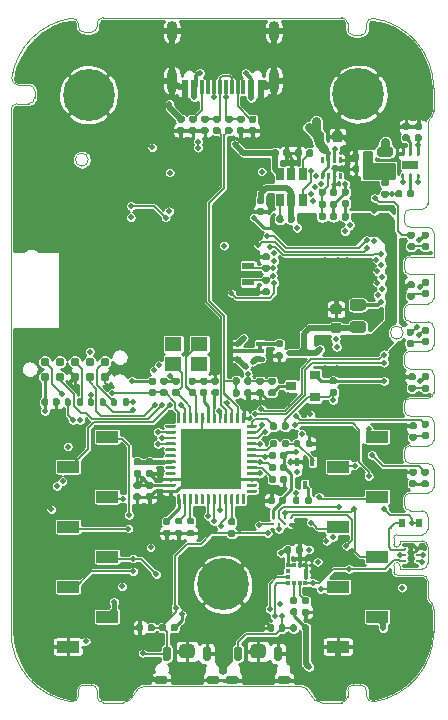
<source format=gtl>
G04 #@! TF.GenerationSoftware,KiCad,Pcbnew,(5.1.10)-1*
G04 #@! TF.CreationDate,2021-09-23T13:54:30+08:00*
G04 #@! TF.ProjectId,BeagleConnect Freedom,42656167-6c65-4436-9f6e-6e6563742046,B*
G04 #@! TF.SameCoordinates,Original*
G04 #@! TF.FileFunction,Copper,L1,Top*
G04 #@! TF.FilePolarity,Positive*
%FSLAX46Y46*%
G04 Gerber Fmt 4.6, Leading zero omitted, Abs format (unit mm)*
G04 Created by KiCad (PCBNEW (5.1.10)-1) date 2021-09-23 13:54:30*
%MOMM*%
%LPD*%
G01*
G04 APERTURE LIST*
G04 #@! TA.AperFunction,Profile*
%ADD10C,0.050000*%
G04 #@! TD*
G04 #@! TA.AperFunction,SMDPad,CuDef*
%ADD11R,5.150000X5.150000*%
G04 #@! TD*
G04 #@! TA.AperFunction,SMDPad,CuDef*
%ADD12R,1.900000X1.000000*%
G04 #@! TD*
G04 #@! TA.AperFunction,SMDPad,CuDef*
%ADD13R,0.600000X0.700000*%
G04 #@! TD*
G04 #@! TA.AperFunction,SMDPad,CuDef*
%ADD14C,0.263000*%
G04 #@! TD*
G04 #@! TA.AperFunction,SMDPad,CuDef*
%ADD15R,0.600000X1.160000*%
G04 #@! TD*
G04 #@! TA.AperFunction,SMDPad,CuDef*
%ADD16R,0.300000X1.160000*%
G04 #@! TD*
G04 #@! TA.AperFunction,ComponentPad*
%ADD17O,0.900000X1.700000*%
G04 #@! TD*
G04 #@! TA.AperFunction,ComponentPad*
%ADD18O,0.900000X2.000000*%
G04 #@! TD*
G04 #@! TA.AperFunction,SMDPad,CuDef*
%ADD19C,0.787400*%
G04 #@! TD*
G04 #@! TA.AperFunction,ComponentPad*
%ADD20C,0.200000*%
G04 #@! TD*
G04 #@! TA.AperFunction,SMDPad,CuDef*
%ADD21R,1.350000X0.650000*%
G04 #@! TD*
G04 #@! TA.AperFunction,SMDPad,CuDef*
%ADD22R,0.375000X0.350000*%
G04 #@! TD*
G04 #@! TA.AperFunction,SMDPad,CuDef*
%ADD23R,0.350000X0.375000*%
G04 #@! TD*
G04 #@! TA.AperFunction,SMDPad,CuDef*
%ADD24R,0.900000X0.800000*%
G04 #@! TD*
G04 #@! TA.AperFunction,SMDPad,CuDef*
%ADD25R,1.100000X0.600000*%
G04 #@! TD*
G04 #@! TA.AperFunction,SMDPad,CuDef*
%ADD26R,0.650000X1.060000*%
G04 #@! TD*
G04 #@! TA.AperFunction,SMDPad,CuDef*
%ADD27R,1.400000X1.200000*%
G04 #@! TD*
G04 #@! TA.AperFunction,ComponentPad*
%ADD28C,0.700000*%
G04 #@! TD*
G04 #@! TA.AperFunction,ComponentPad*
%ADD29C,4.400000*%
G04 #@! TD*
G04 #@! TA.AperFunction,SMDPad,CuDef*
%ADD30R,0.450000X0.700000*%
G04 #@! TD*
G04 #@! TA.AperFunction,SMDPad,CuDef*
%ADD31R,0.650000X0.400000*%
G04 #@! TD*
G04 #@! TA.AperFunction,SMDPad,CuDef*
%ADD32C,0.304800*%
G04 #@! TD*
G04 #@! TA.AperFunction,ViaPad*
%ADD33C,0.500000*%
G04 #@! TD*
G04 #@! TA.AperFunction,Conductor*
%ADD34C,0.250000*%
G04 #@! TD*
G04 #@! TA.AperFunction,Conductor*
%ADD35C,0.150000*%
G04 #@! TD*
G04 #@! TA.AperFunction,Conductor*
%ADD36C,0.500000*%
G04 #@! TD*
G04 #@! TA.AperFunction,Conductor*
%ADD37C,0.300000*%
G04 #@! TD*
G04 #@! TA.AperFunction,Conductor*
%ADD38C,0.400000*%
G04 #@! TD*
G04 #@! TA.AperFunction,Conductor*
%ADD39C,0.152400*%
G04 #@! TD*
G04 #@! TA.AperFunction,Conductor*
%ADD40C,0.127000*%
G04 #@! TD*
G04 #@! TA.AperFunction,Conductor*
%ADD41C,0.800000*%
G04 #@! TD*
G04 #@! TA.AperFunction,Conductor*
%ADD42C,0.254000*%
G04 #@! TD*
G04 #@! TA.AperFunction,Conductor*
%ADD43C,0.100000*%
G04 #@! TD*
G04 APERTURE END LIST*
D10*
X289279000Y-51088000D02*
G75*
G03*
X289279000Y-51088000I-550000J0D01*
G01*
X262609000Y-36441000D02*
G75*
G03*
X262609000Y-36441000I-550000J0D01*
G01*
X291863382Y-48158779D02*
X291863382Y-46158779D01*
X291863382Y-48158779D02*
G75*
G02*
X291363382Y-48658779I-500000J0D01*
G01*
X289863382Y-48658779D02*
X291363382Y-48658779D01*
X289363382Y-49158779D02*
G75*
G02*
X289863382Y-48658779I500000J0D01*
G01*
X289363382Y-49658779D02*
X289363382Y-49158779D01*
X289863382Y-50158779D02*
G75*
G02*
X289363382Y-49658779I0J500000D01*
G01*
X291363382Y-50158779D02*
X289863382Y-50158779D01*
X291363382Y-50158779D02*
G75*
G02*
X291863382Y-50658779I0J-500000D01*
G01*
X291863382Y-52158779D02*
X291863382Y-50658779D01*
X291863382Y-52158779D02*
G75*
G02*
X291363382Y-52658779I-500000J0D01*
G01*
X289863382Y-52658779D02*
X291363382Y-52658779D01*
X289363382Y-53158779D02*
G75*
G02*
X289863382Y-52658779I500000J0D01*
G01*
X289363382Y-53658779D02*
X289363382Y-53158779D01*
X289863382Y-54158779D02*
G75*
G02*
X289363382Y-53658779I0J500000D01*
G01*
X291363382Y-54158779D02*
X289863382Y-54158779D01*
X291363382Y-54158779D02*
G75*
G02*
X291863382Y-54658779I0J-500000D01*
G01*
X291863382Y-56158779D02*
X291863382Y-54658779D01*
X291863382Y-56158779D02*
G75*
G02*
X291363382Y-56658779I-500000J0D01*
G01*
X289863382Y-56658779D02*
X291363382Y-56658779D01*
X289363382Y-57158779D02*
G75*
G02*
X289863382Y-56658779I500000J0D01*
G01*
X289363382Y-57658779D02*
X289363382Y-57158779D01*
X289863382Y-58158779D02*
G75*
G02*
X289363382Y-57658779I0J500000D01*
G01*
X291363382Y-58158779D02*
X289863382Y-58158779D01*
X291363382Y-58158779D02*
G75*
G02*
X291863382Y-58658779I0J-500000D01*
G01*
X291863382Y-60158779D02*
X291863382Y-58658779D01*
X291863382Y-60158779D02*
G75*
G02*
X291363382Y-60658779I-500000J0D01*
G01*
X289863382Y-60658779D02*
X291363382Y-60658779D01*
X289363382Y-61158779D02*
G75*
G02*
X289863382Y-60658779I500000J0D01*
G01*
X289363382Y-61658779D02*
X289363382Y-61158779D01*
X289863382Y-62158779D02*
G75*
G02*
X289363382Y-61658779I0J500000D01*
G01*
X291363382Y-62158779D02*
X289863382Y-62158779D01*
X291363382Y-62158779D02*
G75*
G02*
X291863382Y-62658779I0J-500000D01*
G01*
X291863382Y-64158779D02*
X291863382Y-62658779D01*
X291863382Y-64158779D02*
G75*
G02*
X291363382Y-64658779I-500000J0D01*
G01*
X289863382Y-64658779D02*
X291363382Y-64658779D01*
X289363382Y-65158779D02*
G75*
G02*
X289863382Y-64658779I500000J0D01*
G01*
X289363382Y-65658779D02*
X289363382Y-65158779D01*
X289863382Y-66158779D02*
G75*
G02*
X289363382Y-65658779I0J500000D01*
G01*
X290863382Y-66158779D02*
X289863382Y-66158779D01*
X290863382Y-66158779D02*
G75*
G02*
X291363382Y-66658779I0J-500000D01*
G01*
X291363382Y-67708779D02*
X291363382Y-66658779D01*
X291363382Y-67708779D02*
G75*
G02*
X290863382Y-68208779I-500000J0D01*
G01*
X288713382Y-68208779D02*
X290863382Y-68208779D01*
X288463382Y-68458779D02*
G75*
G02*
X288713382Y-68208779I250000J0D01*
G01*
X288463382Y-69008779D02*
X288463382Y-68458779D01*
X288963382Y-69008779D02*
G75*
G02*
X288463382Y-69008779I-250000J0D01*
G01*
X288963382Y-68708779D02*
X288963382Y-69008779D01*
X290863382Y-68708779D02*
X288963382Y-68708779D01*
X290863382Y-68708779D02*
G75*
G02*
X291363382Y-69208779I0J-500000D01*
G01*
X291363382Y-70608779D02*
X291363382Y-69208779D01*
X291363382Y-70608779D02*
G75*
G02*
X290863382Y-71108779I-500000J0D01*
G01*
X288963382Y-71108779D02*
X290863382Y-71108779D01*
X288963382Y-70808779D02*
X288963382Y-71108779D01*
X288463382Y-70808779D02*
G75*
G02*
X288963382Y-70808779I250000J0D01*
G01*
X288463382Y-71358779D02*
X288463382Y-70808779D01*
X288713382Y-71608779D02*
G75*
G02*
X288463382Y-71358779I0J250000D01*
G01*
X290863382Y-71608779D02*
X288713382Y-71608779D01*
X290863382Y-71608779D02*
G75*
G02*
X291363382Y-72108779I0J-500000D01*
G01*
X291363382Y-73408779D02*
X291363382Y-72108779D01*
X291530049Y-73781457D02*
G75*
G02*
X291363382Y-73408779I333333J372678D01*
G01*
X291530049Y-73781457D02*
G75*
G02*
X291863382Y-74526813I-666667J-745356D01*
G01*
X291863382Y-76408779D02*
X291863382Y-74526813D01*
X291863381Y-76408779D02*
G75*
G02*
X286736109Y-82344968I-5999999J0D01*
G01*
X286736109Y-82344968D02*
G75*
G02*
X286163382Y-81850286I-72727J494682D01*
G01*
X286163382Y-81408779D02*
X286163382Y-81850286D01*
X285663382Y-80908779D02*
G75*
G02*
X286163382Y-81408779I0J-500000D01*
G01*
X285063382Y-80908779D02*
X285663382Y-80908779D01*
X284563382Y-81408779D02*
G75*
G02*
X285063382Y-80908779I500000J0D01*
G01*
X284563382Y-81908779D02*
X284563382Y-81408779D01*
X284563382Y-81908779D02*
G75*
G02*
X284063382Y-82408779I-500000J0D01*
G01*
X282371260Y-82408779D02*
X284063382Y-82408779D01*
X282371260Y-82408779D02*
G75*
G02*
X281417321Y-81708779I0J1000000D01*
G01*
X280463382Y-81008779D02*
G75*
G02*
X281417321Y-81708779I0J-1000000D01*
G01*
X267463382Y-81008779D02*
X280463382Y-81008779D01*
X266509443Y-81708779D02*
G75*
G02*
X267463382Y-81008779I953939J-300000D01*
G01*
X266509442Y-81708779D02*
G75*
G02*
X265555503Y-82408779I-953939J300000D01*
G01*
X263863382Y-82408779D02*
X265555503Y-82408779D01*
X263863382Y-82408779D02*
G75*
G02*
X263363382Y-81908779I0J500000D01*
G01*
X263363382Y-81408779D02*
X263363382Y-81908779D01*
X262863382Y-80908779D02*
G75*
G02*
X263363382Y-81408779I0J-500000D01*
G01*
X262263382Y-80908779D02*
X262863382Y-80908779D01*
X261763382Y-81408779D02*
G75*
G02*
X262263382Y-80908779I500000J0D01*
G01*
X261763382Y-81850286D02*
X261763382Y-81408779D01*
X261763382Y-81850287D02*
G75*
G02*
X261190654Y-82344968I-500000J1D01*
G01*
X261190655Y-82344969D02*
G75*
G02*
X256063382Y-76408779I872727J5936190D01*
G01*
X256063382Y-32208779D02*
X256063382Y-76408779D01*
X256063382Y-32208779D02*
G75*
G02*
X256563382Y-31708779I500000J0D01*
G01*
X257563382Y-31708779D02*
X256563382Y-31708779D01*
X258063382Y-31208779D02*
G75*
G02*
X257563382Y-31708779I-500000J0D01*
G01*
X258063382Y-30608779D02*
X258063382Y-31208779D01*
X257563382Y-30108779D02*
G75*
G02*
X258063382Y-30608779I0J-500000D01*
G01*
X256621874Y-30108779D02*
X257563382Y-30108779D01*
X256621874Y-30108778D02*
G75*
G02*
X256127192Y-29536052I0J499999D01*
G01*
X256127192Y-29536052D02*
G75*
G02*
X261190654Y-24472589I5936190J-872727D01*
G01*
X261190655Y-24472590D02*
G75*
G02*
X261763382Y-24967272I72727J-494682D01*
G01*
X261763382Y-25158779D02*
X261763382Y-24967272D01*
X262263382Y-25658779D02*
G75*
G02*
X261763382Y-25158779I0J500000D01*
G01*
X262863382Y-25658779D02*
X262263382Y-25658779D01*
X263363382Y-25158779D02*
G75*
G02*
X262863382Y-25658779I-500000J0D01*
G01*
X263363382Y-24908779D02*
X263363382Y-25158779D01*
X263363382Y-24908779D02*
G75*
G02*
X263863382Y-24408779I500000J0D01*
G01*
X284063382Y-24408779D02*
X263863382Y-24408779D01*
X284063382Y-24408779D02*
G75*
G02*
X284563382Y-24908779I0J-500000D01*
G01*
X284563382Y-25408779D02*
X284563382Y-24908779D01*
X285063382Y-25908779D02*
G75*
G02*
X284563382Y-25408779I0J500000D01*
G01*
X285663382Y-25908779D02*
X285063382Y-25908779D01*
X286163382Y-25408779D02*
G75*
G02*
X285663382Y-25908779I-500000J0D01*
G01*
X286163382Y-24967272D02*
X286163382Y-25408779D01*
X286163382Y-24967272D02*
G75*
G02*
X286736109Y-24472589I500000J0D01*
G01*
X286736109Y-24472589D02*
G75*
G02*
X291863382Y-30408779I-872727J-5936190D01*
G01*
X291863382Y-32290745D02*
X291863382Y-30408779D01*
X291863382Y-32290746D02*
G75*
G02*
X291530048Y-33036101I-1000000J1D01*
G01*
X291363382Y-33408779D02*
G75*
G02*
X291530048Y-33036101I500000J0D01*
G01*
X291363382Y-40158779D02*
X291363382Y-33408779D01*
X291363382Y-40158779D02*
G75*
G02*
X290863382Y-40658779I-500000J0D01*
G01*
X289863382Y-40658779D02*
X290863382Y-40658779D01*
X289363382Y-41158779D02*
G75*
G02*
X289863382Y-40658779I500000J0D01*
G01*
X289363382Y-41658779D02*
X289363382Y-41158779D01*
X289863382Y-42158779D02*
G75*
G02*
X289363382Y-41658779I0J500000D01*
G01*
X291363382Y-42158779D02*
X289863382Y-42158779D01*
X291363382Y-42158779D02*
G75*
G02*
X291863382Y-42658779I0J-500000D01*
G01*
X291863382Y-44658779D02*
X291863382Y-42658779D01*
X289863382Y-44658779D02*
X291863382Y-44658779D01*
X289363382Y-45158779D02*
G75*
G02*
X289863382Y-44658779I500000J0D01*
G01*
X289363382Y-45658779D02*
X289363382Y-45158779D01*
X289863382Y-46158779D02*
G75*
G02*
X289363382Y-45658779I0J500000D01*
G01*
X291863382Y-46158779D02*
X289863382Y-46158779D01*
X289363382Y-57658779D02*
X289363382Y-57158779D01*
X289863382Y-58158779D02*
G75*
G02*
X289363382Y-57658779I0J500000D01*
G01*
X291363382Y-58158779D02*
X289863382Y-58158779D01*
X291363382Y-58158779D02*
G75*
G02*
X291863382Y-58658779I0J-500000D01*
G01*
X291863382Y-60158779D02*
X291863382Y-58658779D01*
X291863382Y-60158779D02*
G75*
G02*
X291363382Y-60658779I-500000J0D01*
G01*
X289863382Y-60658779D02*
X291363382Y-60658779D01*
X289363382Y-61158779D02*
G75*
G02*
X289863382Y-60658779I500000J0D01*
G01*
X289363382Y-61658779D02*
X289363382Y-61158779D01*
X289863382Y-62158779D02*
G75*
G02*
X289363382Y-61658779I0J500000D01*
G01*
X291363382Y-62158779D02*
X289863382Y-62158779D01*
X291363382Y-62158779D02*
G75*
G02*
X291863382Y-62658779I0J-500000D01*
G01*
X291863382Y-64158779D02*
X291863382Y-62658779D01*
X291863382Y-64158779D02*
G75*
G02*
X291363382Y-64658779I-500000J0D01*
G01*
X289863382Y-64658779D02*
X291363382Y-64658779D01*
X289363382Y-65158779D02*
G75*
G02*
X289863382Y-64658779I500000J0D01*
G01*
X289363382Y-65658779D02*
X289363382Y-65158779D01*
X289863382Y-66158779D02*
G75*
G02*
X289363382Y-65658779I0J500000D01*
G01*
X290863382Y-66158779D02*
X289863382Y-66158779D01*
X290863382Y-66158779D02*
G75*
G02*
X291363382Y-66658779I0J-500000D01*
G01*
X291363382Y-67708779D02*
X291363382Y-66658779D01*
X291363382Y-67708779D02*
G75*
G02*
X290863382Y-68208779I-500000J0D01*
G01*
X288713382Y-68208779D02*
X290863382Y-68208779D01*
X288463382Y-68458779D02*
G75*
G02*
X288713382Y-68208779I250000J0D01*
G01*
X288463382Y-69008779D02*
X288463382Y-68458779D01*
X288963382Y-69008779D02*
G75*
G02*
X288463382Y-69008779I-250000J0D01*
G01*
X288963382Y-68708779D02*
X288963382Y-69008779D01*
X290863382Y-68708779D02*
X288963382Y-68708779D01*
X290863382Y-68708779D02*
G75*
G02*
X291363382Y-69208779I0J-500000D01*
G01*
X291363382Y-70608779D02*
X291363382Y-69208779D01*
X291363382Y-70608779D02*
G75*
G02*
X290863382Y-71108779I-500000J0D01*
G01*
X288963382Y-71108779D02*
X290863382Y-71108779D01*
X288963382Y-70808779D02*
X288963382Y-71108779D01*
X288463382Y-70808779D02*
G75*
G02*
X288963382Y-70808779I250000J0D01*
G01*
X288463382Y-71358779D02*
X288463382Y-70808779D01*
X288713382Y-71608779D02*
G75*
G02*
X288463382Y-71358779I0J250000D01*
G01*
X290863382Y-71608779D02*
X288713382Y-71608779D01*
X290863382Y-71608779D02*
G75*
G02*
X291363382Y-72108779I0J-500000D01*
G01*
X291363382Y-73408779D02*
X291363382Y-72108779D01*
X291530049Y-73781457D02*
G75*
G02*
X291363382Y-73408779I333333J372678D01*
G01*
X291530049Y-73781457D02*
G75*
G02*
X291863382Y-74526813I-666667J-745356D01*
G01*
X291863382Y-76408779D02*
X291863382Y-74526813D01*
X291863381Y-76408779D02*
G75*
G02*
X286736109Y-82344968I-5999999J0D01*
G01*
X286736109Y-82344968D02*
G75*
G02*
X286163382Y-81850286I-72727J494682D01*
G01*
X286163382Y-81408779D02*
X286163382Y-81850286D01*
X285663382Y-80908779D02*
G75*
G02*
X286163382Y-81408779I0J-500000D01*
G01*
X285063382Y-80908779D02*
X285663382Y-80908779D01*
X284563382Y-81408779D02*
G75*
G02*
X285063382Y-80908779I500000J0D01*
G01*
X284563382Y-81908779D02*
X284563382Y-81408779D01*
X284563382Y-81908779D02*
G75*
G02*
X284063382Y-82408779I-500000J0D01*
G01*
X282371260Y-82408779D02*
X284063382Y-82408779D01*
X282371260Y-82408779D02*
G75*
G02*
X281417321Y-81708779I0J1000000D01*
G01*
X280463382Y-81008779D02*
G75*
G02*
X281417321Y-81708779I0J-1000000D01*
G01*
X267463382Y-81008779D02*
X280463382Y-81008779D01*
X266509443Y-81708779D02*
G75*
G02*
X267463382Y-81008779I953939J-300000D01*
G01*
X266509442Y-81708779D02*
G75*
G02*
X265555503Y-82408779I-953939J300000D01*
G01*
X263863382Y-82408779D02*
X265555503Y-82408779D01*
X263863382Y-82408779D02*
G75*
G02*
X263363382Y-81908779I0J500000D01*
G01*
X263363382Y-81408779D02*
X263363382Y-81908779D01*
X262863382Y-80908779D02*
G75*
G02*
X263363382Y-81408779I0J-500000D01*
G01*
X262263382Y-80908779D02*
X262863382Y-80908779D01*
X261763382Y-81408779D02*
G75*
G02*
X262263382Y-80908779I500000J0D01*
G01*
X261763382Y-81850286D02*
X261763382Y-81408779D01*
X261763382Y-81850287D02*
G75*
G02*
X261190654Y-82344968I-500000J1D01*
G01*
X261190655Y-82344969D02*
G75*
G02*
X256063382Y-76408779I872727J5936190D01*
G01*
X256063382Y-32208779D02*
X256063382Y-76408779D01*
X256063382Y-32208779D02*
G75*
G02*
X256563382Y-31708779I500000J0D01*
G01*
X257563382Y-31708779D02*
X256563382Y-31708779D01*
X258063382Y-31208779D02*
G75*
G02*
X257563382Y-31708779I-500000J0D01*
G01*
X258063382Y-30608779D02*
X258063382Y-31208779D01*
X257563382Y-30108779D02*
G75*
G02*
X258063382Y-30608779I0J-500000D01*
G01*
X256621874Y-30108779D02*
X257563382Y-30108779D01*
X256621874Y-30108778D02*
G75*
G02*
X256127192Y-29536052I0J499999D01*
G01*
X256127192Y-29536052D02*
G75*
G02*
X261190654Y-24472589I5936190J-872727D01*
G01*
X261190655Y-24472590D02*
G75*
G02*
X261763382Y-24967272I72727J-494682D01*
G01*
X261763382Y-25158779D02*
X261763382Y-24967272D01*
X262263382Y-25658779D02*
G75*
G02*
X261763382Y-25158779I0J500000D01*
G01*
X262863382Y-25658779D02*
X262263382Y-25658779D01*
X263363382Y-25158779D02*
G75*
G02*
X262863382Y-25658779I-500000J0D01*
G01*
X263363382Y-24908779D02*
X263363382Y-25158779D01*
X263363382Y-24908779D02*
G75*
G02*
X263863382Y-24408779I500000J0D01*
G01*
X284063382Y-24408779D02*
X263863382Y-24408779D01*
X284063382Y-24408779D02*
G75*
G02*
X284563382Y-24908779I0J-500000D01*
G01*
X284563382Y-25408779D02*
X284563382Y-24908779D01*
X285063382Y-25908779D02*
G75*
G02*
X284563382Y-25408779I0J500000D01*
G01*
X285663382Y-25908779D02*
X285063382Y-25908779D01*
X286163382Y-25408779D02*
G75*
G02*
X285663382Y-25908779I-500000J0D01*
G01*
X286163382Y-24967272D02*
X286163382Y-25408779D01*
X286163382Y-24967272D02*
G75*
G02*
X286736109Y-24472589I500000J0D01*
G01*
X286736109Y-24472589D02*
G75*
G02*
X291863382Y-30408779I-872727J-5936190D01*
G01*
X291863382Y-32290745D02*
X291863382Y-30408779D01*
X291863382Y-32290746D02*
G75*
G02*
X291530048Y-33036101I-1000000J1D01*
G01*
X291363382Y-33408779D02*
G75*
G02*
X291530048Y-33036101I500000J0D01*
G01*
X291363382Y-40158779D02*
X291363382Y-33408779D01*
X291363382Y-40158779D02*
G75*
G02*
X290863382Y-40658779I-500000J0D01*
G01*
X289863382Y-40658779D02*
X290863382Y-40658779D01*
X289363382Y-41158779D02*
G75*
G02*
X289863382Y-40658779I500000J0D01*
G01*
X289363382Y-41658779D02*
X289363382Y-41158779D01*
X289863382Y-42158779D02*
G75*
G02*
X289363382Y-41658779I0J500000D01*
G01*
X291363382Y-42158779D02*
X289863382Y-42158779D01*
X291363382Y-42158779D02*
G75*
G02*
X291863382Y-42658779I0J-500000D01*
G01*
X291863382Y-44658779D02*
X291863382Y-42658779D01*
X289863382Y-44658779D02*
X291863382Y-44658779D01*
X289363382Y-45158779D02*
G75*
G02*
X289863382Y-44658779I500000J0D01*
G01*
X289363382Y-45658779D02*
X289363382Y-45158779D01*
X289863382Y-46158779D02*
G75*
G02*
X289363382Y-45658779I0J500000D01*
G01*
X291863382Y-46158779D02*
X289863382Y-46158779D01*
X291863382Y-48158779D02*
X291863382Y-46158779D01*
X291863382Y-48158779D02*
G75*
G02*
X291363382Y-48658779I-500000J0D01*
G01*
X289863382Y-48658779D02*
X291363382Y-48658779D01*
X289363382Y-49158779D02*
G75*
G02*
X289863382Y-48658779I500000J0D01*
G01*
X289363382Y-49658779D02*
X289363382Y-49158779D01*
X289863382Y-50158779D02*
G75*
G02*
X289363382Y-49658779I0J500000D01*
G01*
X291363382Y-50158779D02*
X289863382Y-50158779D01*
X291363382Y-50158779D02*
G75*
G02*
X291863382Y-50658779I0J-500000D01*
G01*
X291863382Y-52158779D02*
X291863382Y-50658779D01*
X291863382Y-52158779D02*
G75*
G02*
X291363382Y-52658779I-500000J0D01*
G01*
X289863382Y-52658779D02*
X291363382Y-52658779D01*
X289363382Y-53158779D02*
G75*
G02*
X289863382Y-52658779I500000J0D01*
G01*
X289363382Y-53658779D02*
X289363382Y-53158779D01*
X289863382Y-54158779D02*
G75*
G02*
X289363382Y-53658779I0J500000D01*
G01*
X291363382Y-54158779D02*
X289863382Y-54158779D01*
X291363382Y-54158779D02*
G75*
G02*
X291863382Y-54658779I0J-500000D01*
G01*
X291863382Y-56158779D02*
X291863382Y-54658779D01*
X291863382Y-56158779D02*
G75*
G02*
X291363382Y-56658779I-500000J0D01*
G01*
X289863382Y-56658779D02*
X291363382Y-56658779D01*
X289363382Y-57158779D02*
G75*
G02*
X289863382Y-56658779I500000J0D01*
G01*
X286463382Y-30908779D02*
G75*
G03*
X286463382Y-30908779I-1100000J0D01*
G01*
X263663382Y-30908779D02*
G75*
G03*
X263663382Y-30908779I-1100000J0D01*
G01*
X286463382Y-30908779D02*
G75*
G03*
X286463382Y-30908779I-1100000J0D01*
G01*
X263663382Y-30908779D02*
G75*
G03*
X263663382Y-30908779I-1100000J0D01*
G01*
D11*
X273010000Y-61760000D03*
G04 #@! TA.AperFunction,SMDPad,CuDef*
G36*
G01*
X270135000Y-58697500D02*
X270135000Y-57947500D01*
G75*
G02*
X270197500Y-57885000I62500J0D01*
G01*
X270322500Y-57885000D01*
G75*
G02*
X270385000Y-57947500I0J-62500D01*
G01*
X270385000Y-58697500D01*
G75*
G02*
X270322500Y-58760000I-62500J0D01*
G01*
X270197500Y-58760000D01*
G75*
G02*
X270135000Y-58697500I0J62500D01*
G01*
G37*
G04 #@! TD.AperFunction*
G04 #@! TA.AperFunction,SMDPad,CuDef*
G36*
G01*
X270635000Y-58697500D02*
X270635000Y-57947500D01*
G75*
G02*
X270697500Y-57885000I62500J0D01*
G01*
X270822500Y-57885000D01*
G75*
G02*
X270885000Y-57947500I0J-62500D01*
G01*
X270885000Y-58697500D01*
G75*
G02*
X270822500Y-58760000I-62500J0D01*
G01*
X270697500Y-58760000D01*
G75*
G02*
X270635000Y-58697500I0J62500D01*
G01*
G37*
G04 #@! TD.AperFunction*
G04 #@! TA.AperFunction,SMDPad,CuDef*
G36*
G01*
X271135000Y-58697500D02*
X271135000Y-57947500D01*
G75*
G02*
X271197500Y-57885000I62500J0D01*
G01*
X271322500Y-57885000D01*
G75*
G02*
X271385000Y-57947500I0J-62500D01*
G01*
X271385000Y-58697500D01*
G75*
G02*
X271322500Y-58760000I-62500J0D01*
G01*
X271197500Y-58760000D01*
G75*
G02*
X271135000Y-58697500I0J62500D01*
G01*
G37*
G04 #@! TD.AperFunction*
G04 #@! TA.AperFunction,SMDPad,CuDef*
G36*
G01*
X271635000Y-58697500D02*
X271635000Y-57947500D01*
G75*
G02*
X271697500Y-57885000I62500J0D01*
G01*
X271822500Y-57885000D01*
G75*
G02*
X271885000Y-57947500I0J-62500D01*
G01*
X271885000Y-58697500D01*
G75*
G02*
X271822500Y-58760000I-62500J0D01*
G01*
X271697500Y-58760000D01*
G75*
G02*
X271635000Y-58697500I0J62500D01*
G01*
G37*
G04 #@! TD.AperFunction*
G04 #@! TA.AperFunction,SMDPad,CuDef*
G36*
G01*
X272135000Y-58697500D02*
X272135000Y-57947500D01*
G75*
G02*
X272197500Y-57885000I62500J0D01*
G01*
X272322500Y-57885000D01*
G75*
G02*
X272385000Y-57947500I0J-62500D01*
G01*
X272385000Y-58697500D01*
G75*
G02*
X272322500Y-58760000I-62500J0D01*
G01*
X272197500Y-58760000D01*
G75*
G02*
X272135000Y-58697500I0J62500D01*
G01*
G37*
G04 #@! TD.AperFunction*
G04 #@! TA.AperFunction,SMDPad,CuDef*
G36*
G01*
X272635000Y-58697500D02*
X272635000Y-57947500D01*
G75*
G02*
X272697500Y-57885000I62500J0D01*
G01*
X272822500Y-57885000D01*
G75*
G02*
X272885000Y-57947500I0J-62500D01*
G01*
X272885000Y-58697500D01*
G75*
G02*
X272822500Y-58760000I-62500J0D01*
G01*
X272697500Y-58760000D01*
G75*
G02*
X272635000Y-58697500I0J62500D01*
G01*
G37*
G04 #@! TD.AperFunction*
G04 #@! TA.AperFunction,SMDPad,CuDef*
G36*
G01*
X273135000Y-58697500D02*
X273135000Y-57947500D01*
G75*
G02*
X273197500Y-57885000I62500J0D01*
G01*
X273322500Y-57885000D01*
G75*
G02*
X273385000Y-57947500I0J-62500D01*
G01*
X273385000Y-58697500D01*
G75*
G02*
X273322500Y-58760000I-62500J0D01*
G01*
X273197500Y-58760000D01*
G75*
G02*
X273135000Y-58697500I0J62500D01*
G01*
G37*
G04 #@! TD.AperFunction*
G04 #@! TA.AperFunction,SMDPad,CuDef*
G36*
G01*
X273635000Y-58697500D02*
X273635000Y-57947500D01*
G75*
G02*
X273697500Y-57885000I62500J0D01*
G01*
X273822500Y-57885000D01*
G75*
G02*
X273885000Y-57947500I0J-62500D01*
G01*
X273885000Y-58697500D01*
G75*
G02*
X273822500Y-58760000I-62500J0D01*
G01*
X273697500Y-58760000D01*
G75*
G02*
X273635000Y-58697500I0J62500D01*
G01*
G37*
G04 #@! TD.AperFunction*
G04 #@! TA.AperFunction,SMDPad,CuDef*
G36*
G01*
X274135000Y-58697500D02*
X274135000Y-57947500D01*
G75*
G02*
X274197500Y-57885000I62500J0D01*
G01*
X274322500Y-57885000D01*
G75*
G02*
X274385000Y-57947500I0J-62500D01*
G01*
X274385000Y-58697500D01*
G75*
G02*
X274322500Y-58760000I-62500J0D01*
G01*
X274197500Y-58760000D01*
G75*
G02*
X274135000Y-58697500I0J62500D01*
G01*
G37*
G04 #@! TD.AperFunction*
G04 #@! TA.AperFunction,SMDPad,CuDef*
G36*
G01*
X274635000Y-58697500D02*
X274635000Y-57947500D01*
G75*
G02*
X274697500Y-57885000I62500J0D01*
G01*
X274822500Y-57885000D01*
G75*
G02*
X274885000Y-57947500I0J-62500D01*
G01*
X274885000Y-58697500D01*
G75*
G02*
X274822500Y-58760000I-62500J0D01*
G01*
X274697500Y-58760000D01*
G75*
G02*
X274635000Y-58697500I0J62500D01*
G01*
G37*
G04 #@! TD.AperFunction*
G04 #@! TA.AperFunction,SMDPad,CuDef*
G36*
G01*
X275135000Y-58697500D02*
X275135000Y-57947500D01*
G75*
G02*
X275197500Y-57885000I62500J0D01*
G01*
X275322500Y-57885000D01*
G75*
G02*
X275385000Y-57947500I0J-62500D01*
G01*
X275385000Y-58697500D01*
G75*
G02*
X275322500Y-58760000I-62500J0D01*
G01*
X275197500Y-58760000D01*
G75*
G02*
X275135000Y-58697500I0J62500D01*
G01*
G37*
G04 #@! TD.AperFunction*
G04 #@! TA.AperFunction,SMDPad,CuDef*
G36*
G01*
X275635000Y-58697500D02*
X275635000Y-57947500D01*
G75*
G02*
X275697500Y-57885000I62500J0D01*
G01*
X275822500Y-57885000D01*
G75*
G02*
X275885000Y-57947500I0J-62500D01*
G01*
X275885000Y-58697500D01*
G75*
G02*
X275822500Y-58760000I-62500J0D01*
G01*
X275697500Y-58760000D01*
G75*
G02*
X275635000Y-58697500I0J62500D01*
G01*
G37*
G04 #@! TD.AperFunction*
G04 #@! TA.AperFunction,SMDPad,CuDef*
G36*
G01*
X276010000Y-59072500D02*
X276010000Y-58947500D01*
G75*
G02*
X276072500Y-58885000I62500J0D01*
G01*
X276822500Y-58885000D01*
G75*
G02*
X276885000Y-58947500I0J-62500D01*
G01*
X276885000Y-59072500D01*
G75*
G02*
X276822500Y-59135000I-62500J0D01*
G01*
X276072500Y-59135000D01*
G75*
G02*
X276010000Y-59072500I0J62500D01*
G01*
G37*
G04 #@! TD.AperFunction*
G04 #@! TA.AperFunction,SMDPad,CuDef*
G36*
G01*
X276010000Y-59572500D02*
X276010000Y-59447500D01*
G75*
G02*
X276072500Y-59385000I62500J0D01*
G01*
X276822500Y-59385000D01*
G75*
G02*
X276885000Y-59447500I0J-62500D01*
G01*
X276885000Y-59572500D01*
G75*
G02*
X276822500Y-59635000I-62500J0D01*
G01*
X276072500Y-59635000D01*
G75*
G02*
X276010000Y-59572500I0J62500D01*
G01*
G37*
G04 #@! TD.AperFunction*
G04 #@! TA.AperFunction,SMDPad,CuDef*
G36*
G01*
X276010000Y-60072500D02*
X276010000Y-59947500D01*
G75*
G02*
X276072500Y-59885000I62500J0D01*
G01*
X276822500Y-59885000D01*
G75*
G02*
X276885000Y-59947500I0J-62500D01*
G01*
X276885000Y-60072500D01*
G75*
G02*
X276822500Y-60135000I-62500J0D01*
G01*
X276072500Y-60135000D01*
G75*
G02*
X276010000Y-60072500I0J62500D01*
G01*
G37*
G04 #@! TD.AperFunction*
G04 #@! TA.AperFunction,SMDPad,CuDef*
G36*
G01*
X276010000Y-60572500D02*
X276010000Y-60447500D01*
G75*
G02*
X276072500Y-60385000I62500J0D01*
G01*
X276822500Y-60385000D01*
G75*
G02*
X276885000Y-60447500I0J-62500D01*
G01*
X276885000Y-60572500D01*
G75*
G02*
X276822500Y-60635000I-62500J0D01*
G01*
X276072500Y-60635000D01*
G75*
G02*
X276010000Y-60572500I0J62500D01*
G01*
G37*
G04 #@! TD.AperFunction*
G04 #@! TA.AperFunction,SMDPad,CuDef*
G36*
G01*
X276010000Y-61072500D02*
X276010000Y-60947500D01*
G75*
G02*
X276072500Y-60885000I62500J0D01*
G01*
X276822500Y-60885000D01*
G75*
G02*
X276885000Y-60947500I0J-62500D01*
G01*
X276885000Y-61072500D01*
G75*
G02*
X276822500Y-61135000I-62500J0D01*
G01*
X276072500Y-61135000D01*
G75*
G02*
X276010000Y-61072500I0J62500D01*
G01*
G37*
G04 #@! TD.AperFunction*
G04 #@! TA.AperFunction,SMDPad,CuDef*
G36*
G01*
X276010000Y-61572500D02*
X276010000Y-61447500D01*
G75*
G02*
X276072500Y-61385000I62500J0D01*
G01*
X276822500Y-61385000D01*
G75*
G02*
X276885000Y-61447500I0J-62500D01*
G01*
X276885000Y-61572500D01*
G75*
G02*
X276822500Y-61635000I-62500J0D01*
G01*
X276072500Y-61635000D01*
G75*
G02*
X276010000Y-61572500I0J62500D01*
G01*
G37*
G04 #@! TD.AperFunction*
G04 #@! TA.AperFunction,SMDPad,CuDef*
G36*
G01*
X276010000Y-62072500D02*
X276010000Y-61947500D01*
G75*
G02*
X276072500Y-61885000I62500J0D01*
G01*
X276822500Y-61885000D01*
G75*
G02*
X276885000Y-61947500I0J-62500D01*
G01*
X276885000Y-62072500D01*
G75*
G02*
X276822500Y-62135000I-62500J0D01*
G01*
X276072500Y-62135000D01*
G75*
G02*
X276010000Y-62072500I0J62500D01*
G01*
G37*
G04 #@! TD.AperFunction*
G04 #@! TA.AperFunction,SMDPad,CuDef*
G36*
G01*
X276010000Y-62572500D02*
X276010000Y-62447500D01*
G75*
G02*
X276072500Y-62385000I62500J0D01*
G01*
X276822500Y-62385000D01*
G75*
G02*
X276885000Y-62447500I0J-62500D01*
G01*
X276885000Y-62572500D01*
G75*
G02*
X276822500Y-62635000I-62500J0D01*
G01*
X276072500Y-62635000D01*
G75*
G02*
X276010000Y-62572500I0J62500D01*
G01*
G37*
G04 #@! TD.AperFunction*
G04 #@! TA.AperFunction,SMDPad,CuDef*
G36*
G01*
X276010000Y-63072500D02*
X276010000Y-62947500D01*
G75*
G02*
X276072500Y-62885000I62500J0D01*
G01*
X276822500Y-62885000D01*
G75*
G02*
X276885000Y-62947500I0J-62500D01*
G01*
X276885000Y-63072500D01*
G75*
G02*
X276822500Y-63135000I-62500J0D01*
G01*
X276072500Y-63135000D01*
G75*
G02*
X276010000Y-63072500I0J62500D01*
G01*
G37*
G04 #@! TD.AperFunction*
G04 #@! TA.AperFunction,SMDPad,CuDef*
G36*
G01*
X276010000Y-63572500D02*
X276010000Y-63447500D01*
G75*
G02*
X276072500Y-63385000I62500J0D01*
G01*
X276822500Y-63385000D01*
G75*
G02*
X276885000Y-63447500I0J-62500D01*
G01*
X276885000Y-63572500D01*
G75*
G02*
X276822500Y-63635000I-62500J0D01*
G01*
X276072500Y-63635000D01*
G75*
G02*
X276010000Y-63572500I0J62500D01*
G01*
G37*
G04 #@! TD.AperFunction*
G04 #@! TA.AperFunction,SMDPad,CuDef*
G36*
G01*
X276010000Y-64072500D02*
X276010000Y-63947500D01*
G75*
G02*
X276072500Y-63885000I62500J0D01*
G01*
X276822500Y-63885000D01*
G75*
G02*
X276885000Y-63947500I0J-62500D01*
G01*
X276885000Y-64072500D01*
G75*
G02*
X276822500Y-64135000I-62500J0D01*
G01*
X276072500Y-64135000D01*
G75*
G02*
X276010000Y-64072500I0J62500D01*
G01*
G37*
G04 #@! TD.AperFunction*
G04 #@! TA.AperFunction,SMDPad,CuDef*
G36*
G01*
X276010000Y-64572500D02*
X276010000Y-64447500D01*
G75*
G02*
X276072500Y-64385000I62500J0D01*
G01*
X276822500Y-64385000D01*
G75*
G02*
X276885000Y-64447500I0J-62500D01*
G01*
X276885000Y-64572500D01*
G75*
G02*
X276822500Y-64635000I-62500J0D01*
G01*
X276072500Y-64635000D01*
G75*
G02*
X276010000Y-64572500I0J62500D01*
G01*
G37*
G04 #@! TD.AperFunction*
G04 #@! TA.AperFunction,SMDPad,CuDef*
G36*
G01*
X275635000Y-65572500D02*
X275635000Y-64822500D01*
G75*
G02*
X275697500Y-64760000I62500J0D01*
G01*
X275822500Y-64760000D01*
G75*
G02*
X275885000Y-64822500I0J-62500D01*
G01*
X275885000Y-65572500D01*
G75*
G02*
X275822500Y-65635000I-62500J0D01*
G01*
X275697500Y-65635000D01*
G75*
G02*
X275635000Y-65572500I0J62500D01*
G01*
G37*
G04 #@! TD.AperFunction*
G04 #@! TA.AperFunction,SMDPad,CuDef*
G36*
G01*
X275135000Y-65572500D02*
X275135000Y-64822500D01*
G75*
G02*
X275197500Y-64760000I62500J0D01*
G01*
X275322500Y-64760000D01*
G75*
G02*
X275385000Y-64822500I0J-62500D01*
G01*
X275385000Y-65572500D01*
G75*
G02*
X275322500Y-65635000I-62500J0D01*
G01*
X275197500Y-65635000D01*
G75*
G02*
X275135000Y-65572500I0J62500D01*
G01*
G37*
G04 #@! TD.AperFunction*
G04 #@! TA.AperFunction,SMDPad,CuDef*
G36*
G01*
X274635000Y-65572500D02*
X274635000Y-64822500D01*
G75*
G02*
X274697500Y-64760000I62500J0D01*
G01*
X274822500Y-64760000D01*
G75*
G02*
X274885000Y-64822500I0J-62500D01*
G01*
X274885000Y-65572500D01*
G75*
G02*
X274822500Y-65635000I-62500J0D01*
G01*
X274697500Y-65635000D01*
G75*
G02*
X274635000Y-65572500I0J62500D01*
G01*
G37*
G04 #@! TD.AperFunction*
G04 #@! TA.AperFunction,SMDPad,CuDef*
G36*
G01*
X274135000Y-65572500D02*
X274135000Y-64822500D01*
G75*
G02*
X274197500Y-64760000I62500J0D01*
G01*
X274322500Y-64760000D01*
G75*
G02*
X274385000Y-64822500I0J-62500D01*
G01*
X274385000Y-65572500D01*
G75*
G02*
X274322500Y-65635000I-62500J0D01*
G01*
X274197500Y-65635000D01*
G75*
G02*
X274135000Y-65572500I0J62500D01*
G01*
G37*
G04 #@! TD.AperFunction*
G04 #@! TA.AperFunction,SMDPad,CuDef*
G36*
G01*
X273635000Y-65572500D02*
X273635000Y-64822500D01*
G75*
G02*
X273697500Y-64760000I62500J0D01*
G01*
X273822500Y-64760000D01*
G75*
G02*
X273885000Y-64822500I0J-62500D01*
G01*
X273885000Y-65572500D01*
G75*
G02*
X273822500Y-65635000I-62500J0D01*
G01*
X273697500Y-65635000D01*
G75*
G02*
X273635000Y-65572500I0J62500D01*
G01*
G37*
G04 #@! TD.AperFunction*
G04 #@! TA.AperFunction,SMDPad,CuDef*
G36*
G01*
X273135000Y-65572500D02*
X273135000Y-64822500D01*
G75*
G02*
X273197500Y-64760000I62500J0D01*
G01*
X273322500Y-64760000D01*
G75*
G02*
X273385000Y-64822500I0J-62500D01*
G01*
X273385000Y-65572500D01*
G75*
G02*
X273322500Y-65635000I-62500J0D01*
G01*
X273197500Y-65635000D01*
G75*
G02*
X273135000Y-65572500I0J62500D01*
G01*
G37*
G04 #@! TD.AperFunction*
G04 #@! TA.AperFunction,SMDPad,CuDef*
G36*
G01*
X272635000Y-65572500D02*
X272635000Y-64822500D01*
G75*
G02*
X272697500Y-64760000I62500J0D01*
G01*
X272822500Y-64760000D01*
G75*
G02*
X272885000Y-64822500I0J-62500D01*
G01*
X272885000Y-65572500D01*
G75*
G02*
X272822500Y-65635000I-62500J0D01*
G01*
X272697500Y-65635000D01*
G75*
G02*
X272635000Y-65572500I0J62500D01*
G01*
G37*
G04 #@! TD.AperFunction*
G04 #@! TA.AperFunction,SMDPad,CuDef*
G36*
G01*
X272135000Y-65572500D02*
X272135000Y-64822500D01*
G75*
G02*
X272197500Y-64760000I62500J0D01*
G01*
X272322500Y-64760000D01*
G75*
G02*
X272385000Y-64822500I0J-62500D01*
G01*
X272385000Y-65572500D01*
G75*
G02*
X272322500Y-65635000I-62500J0D01*
G01*
X272197500Y-65635000D01*
G75*
G02*
X272135000Y-65572500I0J62500D01*
G01*
G37*
G04 #@! TD.AperFunction*
G04 #@! TA.AperFunction,SMDPad,CuDef*
G36*
G01*
X271635000Y-65572500D02*
X271635000Y-64822500D01*
G75*
G02*
X271697500Y-64760000I62500J0D01*
G01*
X271822500Y-64760000D01*
G75*
G02*
X271885000Y-64822500I0J-62500D01*
G01*
X271885000Y-65572500D01*
G75*
G02*
X271822500Y-65635000I-62500J0D01*
G01*
X271697500Y-65635000D01*
G75*
G02*
X271635000Y-65572500I0J62500D01*
G01*
G37*
G04 #@! TD.AperFunction*
G04 #@! TA.AperFunction,SMDPad,CuDef*
G36*
G01*
X271135000Y-65572500D02*
X271135000Y-64822500D01*
G75*
G02*
X271197500Y-64760000I62500J0D01*
G01*
X271322500Y-64760000D01*
G75*
G02*
X271385000Y-64822500I0J-62500D01*
G01*
X271385000Y-65572500D01*
G75*
G02*
X271322500Y-65635000I-62500J0D01*
G01*
X271197500Y-65635000D01*
G75*
G02*
X271135000Y-65572500I0J62500D01*
G01*
G37*
G04 #@! TD.AperFunction*
G04 #@! TA.AperFunction,SMDPad,CuDef*
G36*
G01*
X270635000Y-65572500D02*
X270635000Y-64822500D01*
G75*
G02*
X270697500Y-64760000I62500J0D01*
G01*
X270822500Y-64760000D01*
G75*
G02*
X270885000Y-64822500I0J-62500D01*
G01*
X270885000Y-65572500D01*
G75*
G02*
X270822500Y-65635000I-62500J0D01*
G01*
X270697500Y-65635000D01*
G75*
G02*
X270635000Y-65572500I0J62500D01*
G01*
G37*
G04 #@! TD.AperFunction*
G04 #@! TA.AperFunction,SMDPad,CuDef*
G36*
G01*
X270135000Y-65572500D02*
X270135000Y-64822500D01*
G75*
G02*
X270197500Y-64760000I62500J0D01*
G01*
X270322500Y-64760000D01*
G75*
G02*
X270385000Y-64822500I0J-62500D01*
G01*
X270385000Y-65572500D01*
G75*
G02*
X270322500Y-65635000I-62500J0D01*
G01*
X270197500Y-65635000D01*
G75*
G02*
X270135000Y-65572500I0J62500D01*
G01*
G37*
G04 #@! TD.AperFunction*
G04 #@! TA.AperFunction,SMDPad,CuDef*
G36*
G01*
X269135000Y-64572500D02*
X269135000Y-64447500D01*
G75*
G02*
X269197500Y-64385000I62500J0D01*
G01*
X269947500Y-64385000D01*
G75*
G02*
X270010000Y-64447500I0J-62500D01*
G01*
X270010000Y-64572500D01*
G75*
G02*
X269947500Y-64635000I-62500J0D01*
G01*
X269197500Y-64635000D01*
G75*
G02*
X269135000Y-64572500I0J62500D01*
G01*
G37*
G04 #@! TD.AperFunction*
G04 #@! TA.AperFunction,SMDPad,CuDef*
G36*
G01*
X269135000Y-64072500D02*
X269135000Y-63947500D01*
G75*
G02*
X269197500Y-63885000I62500J0D01*
G01*
X269947500Y-63885000D01*
G75*
G02*
X270010000Y-63947500I0J-62500D01*
G01*
X270010000Y-64072500D01*
G75*
G02*
X269947500Y-64135000I-62500J0D01*
G01*
X269197500Y-64135000D01*
G75*
G02*
X269135000Y-64072500I0J62500D01*
G01*
G37*
G04 #@! TD.AperFunction*
G04 #@! TA.AperFunction,SMDPad,CuDef*
G36*
G01*
X269135000Y-63572500D02*
X269135000Y-63447500D01*
G75*
G02*
X269197500Y-63385000I62500J0D01*
G01*
X269947500Y-63385000D01*
G75*
G02*
X270010000Y-63447500I0J-62500D01*
G01*
X270010000Y-63572500D01*
G75*
G02*
X269947500Y-63635000I-62500J0D01*
G01*
X269197500Y-63635000D01*
G75*
G02*
X269135000Y-63572500I0J62500D01*
G01*
G37*
G04 #@! TD.AperFunction*
G04 #@! TA.AperFunction,SMDPad,CuDef*
G36*
G01*
X269135000Y-63072500D02*
X269135000Y-62947500D01*
G75*
G02*
X269197500Y-62885000I62500J0D01*
G01*
X269947500Y-62885000D01*
G75*
G02*
X270010000Y-62947500I0J-62500D01*
G01*
X270010000Y-63072500D01*
G75*
G02*
X269947500Y-63135000I-62500J0D01*
G01*
X269197500Y-63135000D01*
G75*
G02*
X269135000Y-63072500I0J62500D01*
G01*
G37*
G04 #@! TD.AperFunction*
G04 #@! TA.AperFunction,SMDPad,CuDef*
G36*
G01*
X269135000Y-62572500D02*
X269135000Y-62447500D01*
G75*
G02*
X269197500Y-62385000I62500J0D01*
G01*
X269947500Y-62385000D01*
G75*
G02*
X270010000Y-62447500I0J-62500D01*
G01*
X270010000Y-62572500D01*
G75*
G02*
X269947500Y-62635000I-62500J0D01*
G01*
X269197500Y-62635000D01*
G75*
G02*
X269135000Y-62572500I0J62500D01*
G01*
G37*
G04 #@! TD.AperFunction*
G04 #@! TA.AperFunction,SMDPad,CuDef*
G36*
G01*
X269135000Y-62072500D02*
X269135000Y-61947500D01*
G75*
G02*
X269197500Y-61885000I62500J0D01*
G01*
X269947500Y-61885000D01*
G75*
G02*
X270010000Y-61947500I0J-62500D01*
G01*
X270010000Y-62072500D01*
G75*
G02*
X269947500Y-62135000I-62500J0D01*
G01*
X269197500Y-62135000D01*
G75*
G02*
X269135000Y-62072500I0J62500D01*
G01*
G37*
G04 #@! TD.AperFunction*
G04 #@! TA.AperFunction,SMDPad,CuDef*
G36*
G01*
X269135000Y-61572500D02*
X269135000Y-61447500D01*
G75*
G02*
X269197500Y-61385000I62500J0D01*
G01*
X269947500Y-61385000D01*
G75*
G02*
X270010000Y-61447500I0J-62500D01*
G01*
X270010000Y-61572500D01*
G75*
G02*
X269947500Y-61635000I-62500J0D01*
G01*
X269197500Y-61635000D01*
G75*
G02*
X269135000Y-61572500I0J62500D01*
G01*
G37*
G04 #@! TD.AperFunction*
G04 #@! TA.AperFunction,SMDPad,CuDef*
G36*
G01*
X269135000Y-61072500D02*
X269135000Y-60947500D01*
G75*
G02*
X269197500Y-60885000I62500J0D01*
G01*
X269947500Y-60885000D01*
G75*
G02*
X270010000Y-60947500I0J-62500D01*
G01*
X270010000Y-61072500D01*
G75*
G02*
X269947500Y-61135000I-62500J0D01*
G01*
X269197500Y-61135000D01*
G75*
G02*
X269135000Y-61072500I0J62500D01*
G01*
G37*
G04 #@! TD.AperFunction*
G04 #@! TA.AperFunction,SMDPad,CuDef*
G36*
G01*
X269135000Y-60572500D02*
X269135000Y-60447500D01*
G75*
G02*
X269197500Y-60385000I62500J0D01*
G01*
X269947500Y-60385000D01*
G75*
G02*
X270010000Y-60447500I0J-62500D01*
G01*
X270010000Y-60572500D01*
G75*
G02*
X269947500Y-60635000I-62500J0D01*
G01*
X269197500Y-60635000D01*
G75*
G02*
X269135000Y-60572500I0J62500D01*
G01*
G37*
G04 #@! TD.AperFunction*
G04 #@! TA.AperFunction,SMDPad,CuDef*
G36*
G01*
X269135000Y-60072500D02*
X269135000Y-59947500D01*
G75*
G02*
X269197500Y-59885000I62500J0D01*
G01*
X269947500Y-59885000D01*
G75*
G02*
X270010000Y-59947500I0J-62500D01*
G01*
X270010000Y-60072500D01*
G75*
G02*
X269947500Y-60135000I-62500J0D01*
G01*
X269197500Y-60135000D01*
G75*
G02*
X269135000Y-60072500I0J62500D01*
G01*
G37*
G04 #@! TD.AperFunction*
G04 #@! TA.AperFunction,SMDPad,CuDef*
G36*
G01*
X269135000Y-59572500D02*
X269135000Y-59447500D01*
G75*
G02*
X269197500Y-59385000I62500J0D01*
G01*
X269947500Y-59385000D01*
G75*
G02*
X270010000Y-59447500I0J-62500D01*
G01*
X270010000Y-59572500D01*
G75*
G02*
X269947500Y-59635000I-62500J0D01*
G01*
X269197500Y-59635000D01*
G75*
G02*
X269135000Y-59572500I0J62500D01*
G01*
G37*
G04 #@! TD.AperFunction*
G04 #@! TA.AperFunction,SMDPad,CuDef*
G36*
G01*
X269135000Y-59072500D02*
X269135000Y-58947500D01*
G75*
G02*
X269197500Y-58885000I62500J0D01*
G01*
X269947500Y-58885000D01*
G75*
G02*
X270010000Y-58947500I0J-62500D01*
G01*
X270010000Y-59072500D01*
G75*
G02*
X269947500Y-59135000I-62500J0D01*
G01*
X269197500Y-59135000D01*
G75*
G02*
X269135000Y-59072500I0J62500D01*
G01*
G37*
G04 #@! TD.AperFunction*
D12*
X264180000Y-70050000D03*
X264180000Y-64970000D03*
X264180000Y-75130000D03*
X260880000Y-67510000D03*
X264180000Y-59890000D03*
X260880000Y-62430000D03*
X260880000Y-72590000D03*
X260880000Y-77670000D03*
X283740000Y-62430000D03*
X283740000Y-67510000D03*
X283740000Y-72590000D03*
X283740000Y-77670000D03*
X287040000Y-59890000D03*
X287040000Y-64970000D03*
X287040000Y-70050000D03*
X287040000Y-75130000D03*
D13*
X289200000Y-67200000D03*
X290600000Y-67200000D03*
G04 #@! TA.AperFunction,SMDPad,CuDef*
G36*
G01*
X268837500Y-55860000D02*
X269182500Y-55860000D01*
G75*
G02*
X269330000Y-56007500I0J-147500D01*
G01*
X269330000Y-56302500D01*
G75*
G02*
X269182500Y-56450000I-147500J0D01*
G01*
X268837500Y-56450000D01*
G75*
G02*
X268690000Y-56302500I0J147500D01*
G01*
X268690000Y-56007500D01*
G75*
G02*
X268837500Y-55860000I147500J0D01*
G01*
G37*
G04 #@! TD.AperFunction*
G04 #@! TA.AperFunction,SMDPad,CuDef*
G36*
G01*
X268837500Y-54890000D02*
X269182500Y-54890000D01*
G75*
G02*
X269330000Y-55037500I0J-147500D01*
G01*
X269330000Y-55332500D01*
G75*
G02*
X269182500Y-55480000I-147500J0D01*
G01*
X268837500Y-55480000D01*
G75*
G02*
X268690000Y-55332500I0J147500D01*
G01*
X268690000Y-55037500D01*
G75*
G02*
X268837500Y-54890000I147500J0D01*
G01*
G37*
G04 #@! TD.AperFunction*
G04 #@! TA.AperFunction,SMDPad,CuDef*
G36*
G01*
X270176000Y-75895500D02*
X270176000Y-76240500D01*
G75*
G02*
X270028500Y-76388000I-147500J0D01*
G01*
X269733500Y-76388000D01*
G75*
G02*
X269586000Y-76240500I0J147500D01*
G01*
X269586000Y-75895500D01*
G75*
G02*
X269733500Y-75748000I147500J0D01*
G01*
X270028500Y-75748000D01*
G75*
G02*
X270176000Y-75895500I0J-147500D01*
G01*
G37*
G04 #@! TD.AperFunction*
G04 #@! TA.AperFunction,SMDPad,CuDef*
G36*
G01*
X269206000Y-75895500D02*
X269206000Y-76240500D01*
G75*
G02*
X269058500Y-76388000I-147500J0D01*
G01*
X268763500Y-76388000D01*
G75*
G02*
X268616000Y-76240500I0J147500D01*
G01*
X268616000Y-75895500D01*
G75*
G02*
X268763500Y-75748000I147500J0D01*
G01*
X269058500Y-75748000D01*
G75*
G02*
X269206000Y-75895500I0J-147500D01*
G01*
G37*
G04 #@! TD.AperFunction*
G04 #@! TA.AperFunction,SMDPad,CuDef*
G36*
G01*
X282515000Y-36745000D02*
X282365000Y-36745000D01*
G75*
G02*
X282315000Y-36695000I0J50000D01*
G01*
X282315000Y-36245000D01*
G75*
G02*
X282365000Y-36195000I50000J0D01*
G01*
X282515000Y-36195000D01*
G75*
G02*
X282565000Y-36245000I0J-50000D01*
G01*
X282565000Y-36695000D01*
G75*
G02*
X282515000Y-36745000I-50000J0D01*
G01*
G37*
G04 #@! TD.AperFunction*
G04 #@! TA.AperFunction,SMDPad,CuDef*
G36*
G01*
X283015000Y-36745000D02*
X282865000Y-36745000D01*
G75*
G02*
X282815000Y-36695000I0J50000D01*
G01*
X282815000Y-36245000D01*
G75*
G02*
X282865000Y-36195000I50000J0D01*
G01*
X283015000Y-36195000D01*
G75*
G02*
X283065000Y-36245000I0J-50000D01*
G01*
X283065000Y-36695000D01*
G75*
G02*
X283015000Y-36745000I-50000J0D01*
G01*
G37*
G04 #@! TD.AperFunction*
G04 #@! TA.AperFunction,SMDPad,CuDef*
G36*
G01*
X283515000Y-36745000D02*
X283365000Y-36745000D01*
G75*
G02*
X283315000Y-36695000I0J50000D01*
G01*
X283315000Y-36245000D01*
G75*
G02*
X283365000Y-36195000I50000J0D01*
G01*
X283515000Y-36195000D01*
G75*
G02*
X283565000Y-36245000I0J-50000D01*
G01*
X283565000Y-36695000D01*
G75*
G02*
X283515000Y-36745000I-50000J0D01*
G01*
G37*
G04 #@! TD.AperFunction*
G04 #@! TA.AperFunction,SMDPad,CuDef*
G36*
G01*
X284015000Y-36745000D02*
X283865000Y-36745000D01*
G75*
G02*
X283815000Y-36695000I0J50000D01*
G01*
X283815000Y-36245000D01*
G75*
G02*
X283865000Y-36195000I50000J0D01*
G01*
X284015000Y-36195000D01*
G75*
G02*
X284065000Y-36245000I0J-50000D01*
G01*
X284065000Y-36695000D01*
G75*
G02*
X284015000Y-36745000I-50000J0D01*
G01*
G37*
G04 #@! TD.AperFunction*
G04 #@! TA.AperFunction,SMDPad,CuDef*
G36*
G01*
X284015000Y-38095000D02*
X283865000Y-38095000D01*
G75*
G02*
X283815000Y-38045000I0J50000D01*
G01*
X283815000Y-37595000D01*
G75*
G02*
X283865000Y-37545000I50000J0D01*
G01*
X284015000Y-37545000D01*
G75*
G02*
X284065000Y-37595000I0J-50000D01*
G01*
X284065000Y-38045000D01*
G75*
G02*
X284015000Y-38095000I-50000J0D01*
G01*
G37*
G04 #@! TD.AperFunction*
G04 #@! TA.AperFunction,SMDPad,CuDef*
G36*
G01*
X283515000Y-38095000D02*
X283365000Y-38095000D01*
G75*
G02*
X283315000Y-38045000I0J50000D01*
G01*
X283315000Y-37595000D01*
G75*
G02*
X283365000Y-37545000I50000J0D01*
G01*
X283515000Y-37545000D01*
G75*
G02*
X283565000Y-37595000I0J-50000D01*
G01*
X283565000Y-38045000D01*
G75*
G02*
X283515000Y-38095000I-50000J0D01*
G01*
G37*
G04 #@! TD.AperFunction*
G04 #@! TA.AperFunction,SMDPad,CuDef*
G36*
G01*
X283015000Y-38095000D02*
X282865000Y-38095000D01*
G75*
G02*
X282815000Y-38045000I0J50000D01*
G01*
X282815000Y-37595000D01*
G75*
G02*
X282865000Y-37545000I50000J0D01*
G01*
X283015000Y-37545000D01*
G75*
G02*
X283065000Y-37595000I0J-50000D01*
G01*
X283065000Y-38045000D01*
G75*
G02*
X283015000Y-38095000I-50000J0D01*
G01*
G37*
G04 #@! TD.AperFunction*
G04 #@! TA.AperFunction,SMDPad,CuDef*
G36*
G01*
X282515000Y-38095000D02*
X282365000Y-38095000D01*
G75*
G02*
X282315000Y-38045000I0J50000D01*
G01*
X282315000Y-37595000D01*
G75*
G02*
X282365000Y-37545000I50000J0D01*
G01*
X282515000Y-37545000D01*
G75*
G02*
X282565000Y-37595000I0J-50000D01*
G01*
X282565000Y-38045000D01*
G75*
G02*
X282515000Y-38095000I-50000J0D01*
G01*
G37*
G04 #@! TD.AperFunction*
G04 #@! TA.AperFunction,SMDPad,CuDef*
G36*
G01*
X282693500Y-41081500D02*
X282693500Y-41426500D01*
G75*
G02*
X282546000Y-41574000I-147500J0D01*
G01*
X282251000Y-41574000D01*
G75*
G02*
X282103500Y-41426500I0J147500D01*
G01*
X282103500Y-41081500D01*
G75*
G02*
X282251000Y-40934000I147500J0D01*
G01*
X282546000Y-40934000D01*
G75*
G02*
X282693500Y-41081500I0J-147500D01*
G01*
G37*
G04 #@! TD.AperFunction*
G04 #@! TA.AperFunction,SMDPad,CuDef*
G36*
G01*
X283663500Y-41081500D02*
X283663500Y-41426500D01*
G75*
G02*
X283516000Y-41574000I-147500J0D01*
G01*
X283221000Y-41574000D01*
G75*
G02*
X283073500Y-41426500I0J147500D01*
G01*
X283073500Y-41081500D01*
G75*
G02*
X283221000Y-40934000I147500J0D01*
G01*
X283516000Y-40934000D01*
G75*
G02*
X283663500Y-41081500I0J-147500D01*
G01*
G37*
G04 #@! TD.AperFunction*
G04 #@! TA.AperFunction,SMDPad,CuDef*
G36*
G01*
X283078500Y-40407500D02*
X283078500Y-40062500D01*
G75*
G02*
X283226000Y-39915000I147500J0D01*
G01*
X283521000Y-39915000D01*
G75*
G02*
X283668500Y-40062500I0J-147500D01*
G01*
X283668500Y-40407500D01*
G75*
G02*
X283521000Y-40555000I-147500J0D01*
G01*
X283226000Y-40555000D01*
G75*
G02*
X283078500Y-40407500I0J147500D01*
G01*
G37*
G04 #@! TD.AperFunction*
G04 #@! TA.AperFunction,SMDPad,CuDef*
G36*
G01*
X282108500Y-40407500D02*
X282108500Y-40062500D01*
G75*
G02*
X282256000Y-39915000I147500J0D01*
G01*
X282551000Y-39915000D01*
G75*
G02*
X282698500Y-40062500I0J-147500D01*
G01*
X282698500Y-40407500D01*
G75*
G02*
X282551000Y-40555000I-147500J0D01*
G01*
X282256000Y-40555000D01*
G75*
G02*
X282108500Y-40407500I0J147500D01*
G01*
G37*
G04 #@! TD.AperFunction*
G04 #@! TA.AperFunction,SMDPad,CuDef*
G36*
G01*
X282693500Y-39041500D02*
X282693500Y-39386500D01*
G75*
G02*
X282546000Y-39534000I-147500J0D01*
G01*
X282251000Y-39534000D01*
G75*
G02*
X282103500Y-39386500I0J147500D01*
G01*
X282103500Y-39041500D01*
G75*
G02*
X282251000Y-38894000I147500J0D01*
G01*
X282546000Y-38894000D01*
G75*
G02*
X282693500Y-39041500I0J-147500D01*
G01*
G37*
G04 #@! TD.AperFunction*
G04 #@! TA.AperFunction,SMDPad,CuDef*
G36*
G01*
X283663500Y-39041500D02*
X283663500Y-39386500D01*
G75*
G02*
X283516000Y-39534000I-147500J0D01*
G01*
X283221000Y-39534000D01*
G75*
G02*
X283073500Y-39386500I0J147500D01*
G01*
X283073500Y-39041500D01*
G75*
G02*
X283221000Y-38894000I147500J0D01*
G01*
X283516000Y-38894000D01*
G75*
G02*
X283663500Y-39041500I0J-147500D01*
G01*
G37*
G04 #@! TD.AperFunction*
D14*
X289420000Y-70400000D03*
X289420000Y-69900000D03*
X289420000Y-69400000D03*
X290420000Y-69400000D03*
X290420000Y-69900000D03*
X290420000Y-70400000D03*
D15*
X270800000Y-30330000D03*
X271600000Y-30330000D03*
X270800000Y-30330000D03*
X271600000Y-30330000D03*
X277200000Y-30330000D03*
X277200000Y-30330000D03*
X276400000Y-30330000D03*
X276400000Y-30330000D03*
D16*
X272250000Y-30330000D03*
X273250000Y-30330000D03*
X272750000Y-30330000D03*
X275250000Y-30330000D03*
X275750000Y-30330000D03*
X273750000Y-30330000D03*
X274250000Y-30330000D03*
X274750000Y-30330000D03*
D17*
X269680000Y-25580000D03*
X278320000Y-25580000D03*
D18*
X269680000Y-29750000D03*
X278320000Y-29750000D03*
G04 #@! TA.AperFunction,SMDPad,CuDef*
G36*
G01*
X283187500Y-55855000D02*
X283532500Y-55855000D01*
G75*
G02*
X283680000Y-56002500I0J-147500D01*
G01*
X283680000Y-56297500D01*
G75*
G02*
X283532500Y-56445000I-147500J0D01*
G01*
X283187500Y-56445000D01*
G75*
G02*
X283040000Y-56297500I0J147500D01*
G01*
X283040000Y-56002500D01*
G75*
G02*
X283187500Y-55855000I147500J0D01*
G01*
G37*
G04 #@! TD.AperFunction*
G04 #@! TA.AperFunction,SMDPad,CuDef*
G36*
G01*
X283187500Y-54885000D02*
X283532500Y-54885000D01*
G75*
G02*
X283680000Y-55032500I0J-147500D01*
G01*
X283680000Y-55327500D01*
G75*
G02*
X283532500Y-55475000I-147500J0D01*
G01*
X283187500Y-55475000D01*
G75*
G02*
X283040000Y-55327500I0J147500D01*
G01*
X283040000Y-55032500D01*
G75*
G02*
X283187500Y-54885000I147500J0D01*
G01*
G37*
G04 #@! TD.AperFunction*
D19*
X262735000Y-54824000D03*
X264005000Y-54824000D03*
X264005000Y-53554000D03*
X262735000Y-53554000D03*
X258925000Y-54824000D03*
X258925000Y-53554000D03*
X260195000Y-54824000D03*
X260195000Y-53554000D03*
X261465000Y-54824000D03*
X261465000Y-53554000D03*
D20*
X289480000Y-36880000D03*
X290280000Y-36880000D03*
D21*
X289880000Y-36880000D03*
G04 #@! TA.AperFunction,SMDPad,CuDef*
G36*
G01*
X290530000Y-37580000D02*
X290530000Y-37580000D01*
G75*
G02*
X290655000Y-37705000I0J-125000D01*
G01*
X290655000Y-37955000D01*
G75*
G02*
X290530000Y-38080000I-125000J0D01*
G01*
X290530000Y-38080000D01*
G75*
G02*
X290405000Y-37955000I0J125000D01*
G01*
X290405000Y-37705000D01*
G75*
G02*
X290530000Y-37580000I125000J0D01*
G01*
G37*
G04 #@! TD.AperFunction*
G04 #@! TA.AperFunction,SMDPad,CuDef*
G36*
G01*
X289880000Y-37580000D02*
X289880000Y-37580000D01*
G75*
G02*
X290005000Y-37705000I0J-125000D01*
G01*
X290005000Y-37955000D01*
G75*
G02*
X289880000Y-38080000I-125000J0D01*
G01*
X289880000Y-38080000D01*
G75*
G02*
X289755000Y-37955000I0J125000D01*
G01*
X289755000Y-37705000D01*
G75*
G02*
X289880000Y-37580000I125000J0D01*
G01*
G37*
G04 #@! TD.AperFunction*
G04 #@! TA.AperFunction,SMDPad,CuDef*
G36*
G01*
X289230000Y-37580000D02*
X289230000Y-37580000D01*
G75*
G02*
X289355000Y-37705000I0J-125000D01*
G01*
X289355000Y-37955000D01*
G75*
G02*
X289230000Y-38080000I-125000J0D01*
G01*
X289230000Y-38080000D01*
G75*
G02*
X289105000Y-37955000I0J125000D01*
G01*
X289105000Y-37705000D01*
G75*
G02*
X289230000Y-37580000I125000J0D01*
G01*
G37*
G04 #@! TD.AperFunction*
G04 #@! TA.AperFunction,SMDPad,CuDef*
G36*
G01*
X289230000Y-35680000D02*
X289230000Y-35680000D01*
G75*
G02*
X289355000Y-35805000I0J-125000D01*
G01*
X289355000Y-36055000D01*
G75*
G02*
X289230000Y-36180000I-125000J0D01*
G01*
X289230000Y-36180000D01*
G75*
G02*
X289105000Y-36055000I0J125000D01*
G01*
X289105000Y-35805000D01*
G75*
G02*
X289230000Y-35680000I125000J0D01*
G01*
G37*
G04 #@! TD.AperFunction*
G04 #@! TA.AperFunction,SMDPad,CuDef*
G36*
G01*
X289880000Y-35680000D02*
X289880000Y-35680000D01*
G75*
G02*
X290005000Y-35805000I0J-125000D01*
G01*
X290005000Y-36055000D01*
G75*
G02*
X289880000Y-36180000I-125000J0D01*
G01*
X289880000Y-36180000D01*
G75*
G02*
X289755000Y-36055000I0J125000D01*
G01*
X289755000Y-35805000D01*
G75*
G02*
X289880000Y-35680000I125000J0D01*
G01*
G37*
G04 #@! TD.AperFunction*
G04 #@! TA.AperFunction,SMDPad,CuDef*
G36*
G01*
X290555000Y-35680000D02*
X290555000Y-35680000D01*
G75*
G02*
X290680000Y-35805000I0J-125000D01*
G01*
X290680000Y-36055000D01*
G75*
G02*
X290555000Y-36180000I-125000J0D01*
G01*
X290555000Y-36180000D01*
G75*
G02*
X290430000Y-36055000I0J125000D01*
G01*
X290430000Y-35805000D01*
G75*
G02*
X290555000Y-35680000I125000J0D01*
G01*
G37*
G04 #@! TD.AperFunction*
G04 #@! TA.AperFunction,SMDPad,CuDef*
G36*
G01*
X287050000Y-37580000D02*
X287050000Y-37180000D01*
G75*
G02*
X287250000Y-36980000I200000J0D01*
G01*
X288250000Y-36980000D01*
G75*
G02*
X288450000Y-37180000I0J-200000D01*
G01*
X288450000Y-37580000D01*
G75*
G02*
X288250000Y-37780000I-200000J0D01*
G01*
X287250000Y-37780000D01*
G75*
G02*
X287050000Y-37580000I0J200000D01*
G01*
G37*
G04 #@! TD.AperFunction*
G04 #@! TA.AperFunction,SMDPad,CuDef*
G36*
G01*
X287050000Y-35980000D02*
X287050000Y-35580000D01*
G75*
G02*
X287250000Y-35380000I200000J0D01*
G01*
X288250000Y-35380000D01*
G75*
G02*
X288450000Y-35580000I0J-200000D01*
G01*
X288450000Y-35980000D01*
G75*
G02*
X288250000Y-36180000I-200000J0D01*
G01*
X287250000Y-36180000D01*
G75*
G02*
X287050000Y-35980000I0J200000D01*
G01*
G37*
G04 #@! TD.AperFunction*
G04 #@! TA.AperFunction,SMDPad,CuDef*
G36*
G01*
X287567500Y-39060000D02*
X287912500Y-39060000D01*
G75*
G02*
X288060000Y-39207500I0J-147500D01*
G01*
X288060000Y-39502500D01*
G75*
G02*
X287912500Y-39650000I-147500J0D01*
G01*
X287567500Y-39650000D01*
G75*
G02*
X287420000Y-39502500I0J147500D01*
G01*
X287420000Y-39207500D01*
G75*
G02*
X287567500Y-39060000I147500J0D01*
G01*
G37*
G04 #@! TD.AperFunction*
G04 #@! TA.AperFunction,SMDPad,CuDef*
G36*
G01*
X287567500Y-38090000D02*
X287912500Y-38090000D01*
G75*
G02*
X288060000Y-38237500I0J-147500D01*
G01*
X288060000Y-38532500D01*
G75*
G02*
X287912500Y-38680000I-147500J0D01*
G01*
X287567500Y-38680000D01*
G75*
G02*
X287420000Y-38532500I0J147500D01*
G01*
X287420000Y-38237500D01*
G75*
G02*
X287567500Y-38090000I147500J0D01*
G01*
G37*
G04 #@! TD.AperFunction*
D22*
X279480000Y-71790000D03*
X279480000Y-71290000D03*
X281005000Y-71290000D03*
X281005000Y-71790000D03*
D23*
X279492500Y-70777500D03*
X279492500Y-72302500D03*
X280992500Y-70777500D03*
X280992500Y-72302500D03*
X280492500Y-70777500D03*
X279992500Y-70777500D03*
X280492500Y-72302500D03*
X279992500Y-72302500D03*
G04 #@! TA.AperFunction,SMDPad,CuDef*
G36*
G01*
X277322500Y-55490000D02*
X276977500Y-55490000D01*
G75*
G02*
X276830000Y-55342500I0J147500D01*
G01*
X276830000Y-55047500D01*
G75*
G02*
X276977500Y-54900000I147500J0D01*
G01*
X277322500Y-54900000D01*
G75*
G02*
X277470000Y-55047500I0J-147500D01*
G01*
X277470000Y-55342500D01*
G75*
G02*
X277322500Y-55490000I-147500J0D01*
G01*
G37*
G04 #@! TD.AperFunction*
G04 #@! TA.AperFunction,SMDPad,CuDef*
G36*
G01*
X277322500Y-56460000D02*
X276977500Y-56460000D01*
G75*
G02*
X276830000Y-56312500I0J147500D01*
G01*
X276830000Y-56017500D01*
G75*
G02*
X276977500Y-55870000I147500J0D01*
G01*
X277322500Y-55870000D01*
G75*
G02*
X277470000Y-56017500I0J-147500D01*
G01*
X277470000Y-56312500D01*
G75*
G02*
X277322500Y-56460000I-147500J0D01*
G01*
G37*
G04 #@! TD.AperFunction*
G04 #@! TA.AperFunction,SMDPad,CuDef*
G36*
G01*
X277987500Y-55875000D02*
X278332500Y-55875000D01*
G75*
G02*
X278480000Y-56022500I0J-147500D01*
G01*
X278480000Y-56317500D01*
G75*
G02*
X278332500Y-56465000I-147500J0D01*
G01*
X277987500Y-56465000D01*
G75*
G02*
X277840000Y-56317500I0J147500D01*
G01*
X277840000Y-56022500D01*
G75*
G02*
X277987500Y-55875000I147500J0D01*
G01*
G37*
G04 #@! TD.AperFunction*
G04 #@! TA.AperFunction,SMDPad,CuDef*
G36*
G01*
X277987500Y-54905000D02*
X278332500Y-54905000D01*
G75*
G02*
X278480000Y-55052500I0J-147500D01*
G01*
X278480000Y-55347500D01*
G75*
G02*
X278332500Y-55495000I-147500J0D01*
G01*
X277987500Y-55495000D01*
G75*
G02*
X277840000Y-55347500I0J147500D01*
G01*
X277840000Y-55052500D01*
G75*
G02*
X277987500Y-54905000I147500J0D01*
G01*
G37*
G04 #@! TD.AperFunction*
G04 #@! TA.AperFunction,SMDPad,CuDef*
G36*
G01*
X285565000Y-36007500D02*
X285565000Y-36352500D01*
G75*
G02*
X285417500Y-36500000I-147500J0D01*
G01*
X285122500Y-36500000D01*
G75*
G02*
X284975000Y-36352500I0J147500D01*
G01*
X284975000Y-36007500D01*
G75*
G02*
X285122500Y-35860000I147500J0D01*
G01*
X285417500Y-35860000D01*
G75*
G02*
X285565000Y-36007500I0J-147500D01*
G01*
G37*
G04 #@! TD.AperFunction*
G04 #@! TA.AperFunction,SMDPad,CuDef*
G36*
G01*
X286535000Y-36007500D02*
X286535000Y-36352500D01*
G75*
G02*
X286387500Y-36500000I-147500J0D01*
G01*
X286092500Y-36500000D01*
G75*
G02*
X285945000Y-36352500I0J147500D01*
G01*
X285945000Y-36007500D01*
G75*
G02*
X286092500Y-35860000I147500J0D01*
G01*
X286387500Y-35860000D01*
G75*
G02*
X286535000Y-36007500I0J-147500D01*
G01*
G37*
G04 #@! TD.AperFunction*
G04 #@! TA.AperFunction,SMDPad,CuDef*
G36*
G01*
X273177500Y-55865000D02*
X273522500Y-55865000D01*
G75*
G02*
X273670000Y-56012500I0J-147500D01*
G01*
X273670000Y-56307500D01*
G75*
G02*
X273522500Y-56455000I-147500J0D01*
G01*
X273177500Y-56455000D01*
G75*
G02*
X273030000Y-56307500I0J147500D01*
G01*
X273030000Y-56012500D01*
G75*
G02*
X273177500Y-55865000I147500J0D01*
G01*
G37*
G04 #@! TD.AperFunction*
G04 #@! TA.AperFunction,SMDPad,CuDef*
G36*
G01*
X273177500Y-54895000D02*
X273522500Y-54895000D01*
G75*
G02*
X273670000Y-55042500I0J-147500D01*
G01*
X273670000Y-55337500D01*
G75*
G02*
X273522500Y-55485000I-147500J0D01*
G01*
X273177500Y-55485000D01*
G75*
G02*
X273030000Y-55337500I0J147500D01*
G01*
X273030000Y-55042500D01*
G75*
G02*
X273177500Y-54895000I147500J0D01*
G01*
G37*
G04 #@! TD.AperFunction*
G04 #@! TA.AperFunction,SMDPad,CuDef*
G36*
G01*
X285560000Y-37057500D02*
X285560000Y-37402500D01*
G75*
G02*
X285412500Y-37550000I-147500J0D01*
G01*
X285117500Y-37550000D01*
G75*
G02*
X284970000Y-37402500I0J147500D01*
G01*
X284970000Y-37057500D01*
G75*
G02*
X285117500Y-36910000I147500J0D01*
G01*
X285412500Y-36910000D01*
G75*
G02*
X285560000Y-37057500I0J-147500D01*
G01*
G37*
G04 #@! TD.AperFunction*
G04 #@! TA.AperFunction,SMDPad,CuDef*
G36*
G01*
X286530000Y-37057500D02*
X286530000Y-37402500D01*
G75*
G02*
X286382500Y-37550000I-147500J0D01*
G01*
X286087500Y-37550000D01*
G75*
G02*
X285940000Y-37402500I0J147500D01*
G01*
X285940000Y-37057500D01*
G75*
G02*
X286087500Y-36910000I147500J0D01*
G01*
X286382500Y-36910000D01*
G75*
G02*
X286530000Y-37057500I0J-147500D01*
G01*
G37*
G04 #@! TD.AperFunction*
G04 #@! TA.AperFunction,SMDPad,CuDef*
G36*
G01*
X283262500Y-34756250D02*
X283262500Y-34243750D01*
G75*
G02*
X283481250Y-34025000I218750J0D01*
G01*
X283918750Y-34025000D01*
G75*
G02*
X284137500Y-34243750I0J-218750D01*
G01*
X284137500Y-34756250D01*
G75*
G02*
X283918750Y-34975000I-218750J0D01*
G01*
X283481250Y-34975000D01*
G75*
G02*
X283262500Y-34756250I0J218750D01*
G01*
G37*
G04 #@! TD.AperFunction*
G04 #@! TA.AperFunction,SMDPad,CuDef*
G36*
G01*
X281687500Y-34756250D02*
X281687500Y-34243750D01*
G75*
G02*
X281906250Y-34025000I218750J0D01*
G01*
X282343750Y-34025000D01*
G75*
G02*
X282562500Y-34243750I0J-218750D01*
G01*
X282562500Y-34756250D01*
G75*
G02*
X282343750Y-34975000I-218750J0D01*
G01*
X281906250Y-34975000D01*
G75*
G02*
X281687500Y-34756250I0J218750D01*
G01*
G37*
G04 #@! TD.AperFunction*
G04 #@! TA.AperFunction,SMDPad,CuDef*
G36*
G01*
X272305500Y-33680000D02*
X272650500Y-33680000D01*
G75*
G02*
X272798000Y-33827500I0J-147500D01*
G01*
X272798000Y-34122500D01*
G75*
G02*
X272650500Y-34270000I-147500J0D01*
G01*
X272305500Y-34270000D01*
G75*
G02*
X272158000Y-34122500I0J147500D01*
G01*
X272158000Y-33827500D01*
G75*
G02*
X272305500Y-33680000I147500J0D01*
G01*
G37*
G04 #@! TD.AperFunction*
G04 #@! TA.AperFunction,SMDPad,CuDef*
G36*
G01*
X272305500Y-32710000D02*
X272650500Y-32710000D01*
G75*
G02*
X272798000Y-32857500I0J-147500D01*
G01*
X272798000Y-33152500D01*
G75*
G02*
X272650500Y-33300000I-147500J0D01*
G01*
X272305500Y-33300000D01*
G75*
G02*
X272158000Y-33152500I0J147500D01*
G01*
X272158000Y-32857500D01*
G75*
G02*
X272305500Y-32710000I147500J0D01*
G01*
G37*
G04 #@! TD.AperFunction*
G04 #@! TA.AperFunction,SMDPad,CuDef*
G36*
G01*
X270265500Y-33685000D02*
X270610500Y-33685000D01*
G75*
G02*
X270758000Y-33832500I0J-147500D01*
G01*
X270758000Y-34127500D01*
G75*
G02*
X270610500Y-34275000I-147500J0D01*
G01*
X270265500Y-34275000D01*
G75*
G02*
X270118000Y-34127500I0J147500D01*
G01*
X270118000Y-33832500D01*
G75*
G02*
X270265500Y-33685000I147500J0D01*
G01*
G37*
G04 #@! TD.AperFunction*
G04 #@! TA.AperFunction,SMDPad,CuDef*
G36*
G01*
X270265500Y-32715000D02*
X270610500Y-32715000D01*
G75*
G02*
X270758000Y-32862500I0J-147500D01*
G01*
X270758000Y-33157500D01*
G75*
G02*
X270610500Y-33305000I-147500J0D01*
G01*
X270265500Y-33305000D01*
G75*
G02*
X270118000Y-33157500I0J147500D01*
G01*
X270118000Y-32862500D01*
G75*
G02*
X270265500Y-32715000I147500J0D01*
G01*
G37*
G04 #@! TD.AperFunction*
G04 #@! TA.AperFunction,SMDPad,CuDef*
G36*
G01*
X275345500Y-33685000D02*
X275690500Y-33685000D01*
G75*
G02*
X275838000Y-33832500I0J-147500D01*
G01*
X275838000Y-34127500D01*
G75*
G02*
X275690500Y-34275000I-147500J0D01*
G01*
X275345500Y-34275000D01*
G75*
G02*
X275198000Y-34127500I0J147500D01*
G01*
X275198000Y-33832500D01*
G75*
G02*
X275345500Y-33685000I147500J0D01*
G01*
G37*
G04 #@! TD.AperFunction*
G04 #@! TA.AperFunction,SMDPad,CuDef*
G36*
G01*
X275345500Y-32715000D02*
X275690500Y-32715000D01*
G75*
G02*
X275838000Y-32862500I0J-147500D01*
G01*
X275838000Y-33157500D01*
G75*
G02*
X275690500Y-33305000I-147500J0D01*
G01*
X275345500Y-33305000D01*
G75*
G02*
X275198000Y-33157500I0J147500D01*
G01*
X275198000Y-32862500D01*
G75*
G02*
X275345500Y-32715000I147500J0D01*
G01*
G37*
G04 #@! TD.AperFunction*
G04 #@! TA.AperFunction,SMDPad,CuDef*
G36*
G01*
X266587500Y-62700000D02*
X266932500Y-62700000D01*
G75*
G02*
X267080000Y-62847500I0J-147500D01*
G01*
X267080000Y-63142500D01*
G75*
G02*
X266932500Y-63290000I-147500J0D01*
G01*
X266587500Y-63290000D01*
G75*
G02*
X266440000Y-63142500I0J147500D01*
G01*
X266440000Y-62847500D01*
G75*
G02*
X266587500Y-62700000I147500J0D01*
G01*
G37*
G04 #@! TD.AperFunction*
G04 #@! TA.AperFunction,SMDPad,CuDef*
G36*
G01*
X266587500Y-61730000D02*
X266932500Y-61730000D01*
G75*
G02*
X267080000Y-61877500I0J-147500D01*
G01*
X267080000Y-62172500D01*
G75*
G02*
X266932500Y-62320000I-147500J0D01*
G01*
X266587500Y-62320000D01*
G75*
G02*
X266440000Y-62172500I0J147500D01*
G01*
X266440000Y-61877500D01*
G75*
G02*
X266587500Y-61730000I147500J0D01*
G01*
G37*
G04 #@! TD.AperFunction*
G04 #@! TA.AperFunction,SMDPad,CuDef*
G36*
G01*
X284665000Y-41107500D02*
X284665000Y-41452500D01*
G75*
G02*
X284517500Y-41600000I-147500J0D01*
G01*
X284222500Y-41600000D01*
G75*
G02*
X284075000Y-41452500I0J147500D01*
G01*
X284075000Y-41107500D01*
G75*
G02*
X284222500Y-40960000I147500J0D01*
G01*
X284517500Y-40960000D01*
G75*
G02*
X284665000Y-41107500I0J-147500D01*
G01*
G37*
G04 #@! TD.AperFunction*
G04 #@! TA.AperFunction,SMDPad,CuDef*
G36*
G01*
X285635000Y-41107500D02*
X285635000Y-41452500D01*
G75*
G02*
X285487500Y-41600000I-147500J0D01*
G01*
X285192500Y-41600000D01*
G75*
G02*
X285045000Y-41452500I0J147500D01*
G01*
X285045000Y-41107500D01*
G75*
G02*
X285192500Y-40960000I147500J0D01*
G01*
X285487500Y-40960000D01*
G75*
G02*
X285635000Y-41107500I0J-147500D01*
G01*
G37*
G04 #@! TD.AperFunction*
G04 #@! TA.AperFunction,SMDPad,CuDef*
G36*
G01*
X279795000Y-69327500D02*
X279795000Y-69672500D01*
G75*
G02*
X279647500Y-69820000I-147500J0D01*
G01*
X279352500Y-69820000D01*
G75*
G02*
X279205000Y-69672500I0J147500D01*
G01*
X279205000Y-69327500D01*
G75*
G02*
X279352500Y-69180000I147500J0D01*
G01*
X279647500Y-69180000D01*
G75*
G02*
X279795000Y-69327500I0J-147500D01*
G01*
G37*
G04 #@! TD.AperFunction*
G04 #@! TA.AperFunction,SMDPad,CuDef*
G36*
G01*
X280765000Y-69327500D02*
X280765000Y-69672500D01*
G75*
G02*
X280617500Y-69820000I-147500J0D01*
G01*
X280322500Y-69820000D01*
G75*
G02*
X280175000Y-69672500I0J147500D01*
G01*
X280175000Y-69327500D01*
G75*
G02*
X280322500Y-69180000I147500J0D01*
G01*
X280617500Y-69180000D01*
G75*
G02*
X280765000Y-69327500I0J-147500D01*
G01*
G37*
G04 #@! TD.AperFunction*
D24*
X279780000Y-55610000D03*
X281780000Y-54660000D03*
X281780000Y-56560000D03*
G04 #@! TA.AperFunction,SMDPad,CuDef*
G36*
G01*
X280162500Y-74065000D02*
X279817500Y-74065000D01*
G75*
G02*
X279670000Y-73917500I0J147500D01*
G01*
X279670000Y-73622500D01*
G75*
G02*
X279817500Y-73475000I147500J0D01*
G01*
X280162500Y-73475000D01*
G75*
G02*
X280310000Y-73622500I0J-147500D01*
G01*
X280310000Y-73917500D01*
G75*
G02*
X280162500Y-74065000I-147500J0D01*
G01*
G37*
G04 #@! TD.AperFunction*
G04 #@! TA.AperFunction,SMDPad,CuDef*
G36*
G01*
X280162500Y-75035000D02*
X279817500Y-75035000D01*
G75*
G02*
X279670000Y-74887500I0J147500D01*
G01*
X279670000Y-74592500D01*
G75*
G02*
X279817500Y-74445000I147500J0D01*
G01*
X280162500Y-74445000D01*
G75*
G02*
X280310000Y-74592500I0J-147500D01*
G01*
X280310000Y-74887500D01*
G75*
G02*
X280162500Y-75035000I-147500J0D01*
G01*
G37*
G04 #@! TD.AperFunction*
G04 #@! TA.AperFunction,SMDPad,CuDef*
G36*
G01*
X289585000Y-39492500D02*
X289585000Y-39147500D01*
G75*
G02*
X289732500Y-39000000I147500J0D01*
G01*
X290027500Y-39000000D01*
G75*
G02*
X290175000Y-39147500I0J-147500D01*
G01*
X290175000Y-39492500D01*
G75*
G02*
X290027500Y-39640000I-147500J0D01*
G01*
X289732500Y-39640000D01*
G75*
G02*
X289585000Y-39492500I0J147500D01*
G01*
G37*
G04 #@! TD.AperFunction*
G04 #@! TA.AperFunction,SMDPad,CuDef*
G36*
G01*
X288615000Y-39492500D02*
X288615000Y-39147500D01*
G75*
G02*
X288762500Y-39000000I147500J0D01*
G01*
X289057500Y-39000000D01*
G75*
G02*
X289205000Y-39147500I0J-147500D01*
G01*
X289205000Y-39492500D01*
G75*
G02*
X289057500Y-39640000I-147500J0D01*
G01*
X288762500Y-39640000D01*
G75*
G02*
X288615000Y-39492500I0J147500D01*
G01*
G37*
G04 #@! TD.AperFunction*
G04 #@! TA.AperFunction,SMDPad,CuDef*
G36*
G01*
X279510000Y-41642500D02*
X279510000Y-41297500D01*
G75*
G02*
X279657500Y-41150000I147500J0D01*
G01*
X279952500Y-41150000D01*
G75*
G02*
X280100000Y-41297500I0J-147500D01*
G01*
X280100000Y-41642500D01*
G75*
G02*
X279952500Y-41790000I-147500J0D01*
G01*
X279657500Y-41790000D01*
G75*
G02*
X279510000Y-41642500I0J147500D01*
G01*
G37*
G04 #@! TD.AperFunction*
G04 #@! TA.AperFunction,SMDPad,CuDef*
G36*
G01*
X278540000Y-41642500D02*
X278540000Y-41297500D01*
G75*
G02*
X278687500Y-41150000I147500J0D01*
G01*
X278982500Y-41150000D01*
G75*
G02*
X279130000Y-41297500I0J-147500D01*
G01*
X279130000Y-41642500D01*
G75*
G02*
X278982500Y-41790000I-147500J0D01*
G01*
X278687500Y-41790000D01*
G75*
G02*
X278540000Y-41642500I0J147500D01*
G01*
G37*
G04 #@! TD.AperFunction*
G04 #@! TA.AperFunction,SMDPad,CuDef*
G36*
G01*
X284541000Y-39479000D02*
X284196000Y-39479000D01*
G75*
G02*
X284048500Y-39331500I0J147500D01*
G01*
X284048500Y-39036500D01*
G75*
G02*
X284196000Y-38889000I147500J0D01*
G01*
X284541000Y-38889000D01*
G75*
G02*
X284688500Y-39036500I0J-147500D01*
G01*
X284688500Y-39331500D01*
G75*
G02*
X284541000Y-39479000I-147500J0D01*
G01*
G37*
G04 #@! TD.AperFunction*
G04 #@! TA.AperFunction,SMDPad,CuDef*
G36*
G01*
X284541000Y-40449000D02*
X284196000Y-40449000D01*
G75*
G02*
X284048500Y-40301500I0J147500D01*
G01*
X284048500Y-40006500D01*
G75*
G02*
X284196000Y-39859000I147500J0D01*
G01*
X284541000Y-39859000D01*
G75*
G02*
X284688500Y-40006500I0J-147500D01*
G01*
X284688500Y-40301500D01*
G75*
G02*
X284541000Y-40449000I-147500J0D01*
G01*
G37*
G04 #@! TD.AperFunction*
G04 #@! TA.AperFunction,SMDPad,CuDef*
G36*
G01*
X268212500Y-55485000D02*
X267867500Y-55485000D01*
G75*
G02*
X267720000Y-55337500I0J147500D01*
G01*
X267720000Y-55042500D01*
G75*
G02*
X267867500Y-54895000I147500J0D01*
G01*
X268212500Y-54895000D01*
G75*
G02*
X268360000Y-55042500I0J-147500D01*
G01*
X268360000Y-55337500D01*
G75*
G02*
X268212500Y-55485000I-147500J0D01*
G01*
G37*
G04 #@! TD.AperFunction*
G04 #@! TA.AperFunction,SMDPad,CuDef*
G36*
G01*
X268212500Y-56455000D02*
X267867500Y-56455000D01*
G75*
G02*
X267720000Y-56307500I0J147500D01*
G01*
X267720000Y-56012500D01*
G75*
G02*
X267867500Y-55865000I147500J0D01*
G01*
X268212500Y-55865000D01*
G75*
G02*
X268360000Y-56012500I0J-147500D01*
G01*
X268360000Y-56307500D01*
G75*
G02*
X268212500Y-56455000I-147500J0D01*
G01*
G37*
G04 #@! TD.AperFunction*
G04 #@! TA.AperFunction,SMDPad,CuDef*
G36*
G01*
X278595000Y-58837500D02*
X278595000Y-59182500D01*
G75*
G02*
X278447500Y-59330000I-147500J0D01*
G01*
X278152500Y-59330000D01*
G75*
G02*
X278005000Y-59182500I0J147500D01*
G01*
X278005000Y-58837500D01*
G75*
G02*
X278152500Y-58690000I147500J0D01*
G01*
X278447500Y-58690000D01*
G75*
G02*
X278595000Y-58837500I0J-147500D01*
G01*
G37*
G04 #@! TD.AperFunction*
G04 #@! TA.AperFunction,SMDPad,CuDef*
G36*
G01*
X279565000Y-58837500D02*
X279565000Y-59182500D01*
G75*
G02*
X279417500Y-59330000I-147500J0D01*
G01*
X279122500Y-59330000D01*
G75*
G02*
X278975000Y-59182500I0J147500D01*
G01*
X278975000Y-58837500D01*
G75*
G02*
X279122500Y-58690000I147500J0D01*
G01*
X279417500Y-58690000D01*
G75*
G02*
X279565000Y-58837500I0J-147500D01*
G01*
G37*
G04 #@! TD.AperFunction*
D25*
X276158500Y-45434000D03*
X276158500Y-46834000D03*
G04 #@! TA.AperFunction,SMDPad,CuDef*
G36*
G01*
X274922500Y-67415000D02*
X274577500Y-67415000D01*
G75*
G02*
X274430000Y-67267500I0J147500D01*
G01*
X274430000Y-66972500D01*
G75*
G02*
X274577500Y-66825000I147500J0D01*
G01*
X274922500Y-66825000D01*
G75*
G02*
X275070000Y-66972500I0J-147500D01*
G01*
X275070000Y-67267500D01*
G75*
G02*
X274922500Y-67415000I-147500J0D01*
G01*
G37*
G04 #@! TD.AperFunction*
G04 #@! TA.AperFunction,SMDPad,CuDef*
G36*
G01*
X274922500Y-68385000D02*
X274577500Y-68385000D01*
G75*
G02*
X274430000Y-68237500I0J147500D01*
G01*
X274430000Y-67942500D01*
G75*
G02*
X274577500Y-67795000I147500J0D01*
G01*
X274922500Y-67795000D01*
G75*
G02*
X275070000Y-67942500I0J-147500D01*
G01*
X275070000Y-68237500D01*
G75*
G02*
X274922500Y-68385000I-147500J0D01*
G01*
G37*
G04 #@! TD.AperFunction*
D26*
X279797000Y-37683000D03*
X278847000Y-37683000D03*
X280747000Y-37683000D03*
X280747000Y-39883000D03*
X279797000Y-39883000D03*
X278847000Y-39883000D03*
G04 #@! TA.AperFunction,SMDPad,CuDef*
G36*
G01*
X280687000Y-35690500D02*
X280687000Y-36035500D01*
G75*
G02*
X280539500Y-36183000I-147500J0D01*
G01*
X280244500Y-36183000D01*
G75*
G02*
X280097000Y-36035500I0J147500D01*
G01*
X280097000Y-35690500D01*
G75*
G02*
X280244500Y-35543000I147500J0D01*
G01*
X280539500Y-35543000D01*
G75*
G02*
X280687000Y-35690500I0J-147500D01*
G01*
G37*
G04 #@! TD.AperFunction*
G04 #@! TA.AperFunction,SMDPad,CuDef*
G36*
G01*
X281657000Y-35690500D02*
X281657000Y-36035500D01*
G75*
G02*
X281509500Y-36183000I-147500J0D01*
G01*
X281214500Y-36183000D01*
G75*
G02*
X281067000Y-36035500I0J147500D01*
G01*
X281067000Y-35690500D01*
G75*
G02*
X281214500Y-35543000I147500J0D01*
G01*
X281509500Y-35543000D01*
G75*
G02*
X281657000Y-35690500I0J-147500D01*
G01*
G37*
G04 #@! TD.AperFunction*
G04 #@! TA.AperFunction,SMDPad,CuDef*
G36*
G01*
X290112500Y-43120000D02*
X289767500Y-43120000D01*
G75*
G02*
X289620000Y-42972500I0J147500D01*
G01*
X289620000Y-42677500D01*
G75*
G02*
X289767500Y-42530000I147500J0D01*
G01*
X290112500Y-42530000D01*
G75*
G02*
X290260000Y-42677500I0J-147500D01*
G01*
X290260000Y-42972500D01*
G75*
G02*
X290112500Y-43120000I-147500J0D01*
G01*
G37*
G04 #@! TD.AperFunction*
G04 #@! TA.AperFunction,SMDPad,CuDef*
G36*
G01*
X290112500Y-44090000D02*
X289767500Y-44090000D01*
G75*
G02*
X289620000Y-43942500I0J147500D01*
G01*
X289620000Y-43647500D01*
G75*
G02*
X289767500Y-43500000I147500J0D01*
G01*
X290112500Y-43500000D01*
G75*
G02*
X290260000Y-43647500I0J-147500D01*
G01*
X290260000Y-43942500D01*
G75*
G02*
X290112500Y-44090000I-147500J0D01*
G01*
G37*
G04 #@! TD.AperFunction*
G04 #@! TA.AperFunction,SMDPad,CuDef*
G36*
G01*
X291321395Y-43122495D02*
X290976395Y-43122495D01*
G75*
G02*
X290828895Y-42974995I0J147500D01*
G01*
X290828895Y-42679995D01*
G75*
G02*
X290976395Y-42532495I147500J0D01*
G01*
X291321395Y-42532495D01*
G75*
G02*
X291468895Y-42679995I0J-147500D01*
G01*
X291468895Y-42974995D01*
G75*
G02*
X291321395Y-43122495I-147500J0D01*
G01*
G37*
G04 #@! TD.AperFunction*
G04 #@! TA.AperFunction,SMDPad,CuDef*
G36*
G01*
X291321395Y-44092495D02*
X290976395Y-44092495D01*
G75*
G02*
X290828895Y-43944995I0J147500D01*
G01*
X290828895Y-43649995D01*
G75*
G02*
X290976395Y-43502495I147500J0D01*
G01*
X291321395Y-43502495D01*
G75*
G02*
X291468895Y-43649995I0J-147500D01*
G01*
X291468895Y-43944995D01*
G75*
G02*
X291321395Y-44092495I-147500J0D01*
G01*
G37*
G04 #@! TD.AperFunction*
G04 #@! TA.AperFunction,SMDPad,CuDef*
G36*
G01*
X277372500Y-40175000D02*
X277027500Y-40175000D01*
G75*
G02*
X276880000Y-40027500I0J147500D01*
G01*
X276880000Y-39732500D01*
G75*
G02*
X277027500Y-39585000I147500J0D01*
G01*
X277372500Y-39585000D01*
G75*
G02*
X277520000Y-39732500I0J-147500D01*
G01*
X277520000Y-40027500D01*
G75*
G02*
X277372500Y-40175000I-147500J0D01*
G01*
G37*
G04 #@! TD.AperFunction*
G04 #@! TA.AperFunction,SMDPad,CuDef*
G36*
G01*
X277372500Y-41145000D02*
X277027500Y-41145000D01*
G75*
G02*
X276880000Y-40997500I0J147500D01*
G01*
X276880000Y-40702500D01*
G75*
G02*
X277027500Y-40555000I147500J0D01*
G01*
X277372500Y-40555000D01*
G75*
G02*
X277520000Y-40702500I0J-147500D01*
G01*
X277520000Y-40997500D01*
G75*
G02*
X277372500Y-41145000I-147500J0D01*
G01*
G37*
G04 #@! TD.AperFunction*
G04 #@! TA.AperFunction,SMDPad,CuDef*
G36*
G01*
X278732000Y-35690500D02*
X278732000Y-36035500D01*
G75*
G02*
X278584500Y-36183000I-147500J0D01*
G01*
X278289500Y-36183000D01*
G75*
G02*
X278142000Y-36035500I0J147500D01*
G01*
X278142000Y-35690500D01*
G75*
G02*
X278289500Y-35543000I147500J0D01*
G01*
X278584500Y-35543000D01*
G75*
G02*
X278732000Y-35690500I0J-147500D01*
G01*
G37*
G04 #@! TD.AperFunction*
G04 #@! TA.AperFunction,SMDPad,CuDef*
G36*
G01*
X279702000Y-35690500D02*
X279702000Y-36035500D01*
G75*
G02*
X279554500Y-36183000I-147500J0D01*
G01*
X279259500Y-36183000D01*
G75*
G02*
X279112000Y-36035500I0J147500D01*
G01*
X279112000Y-35690500D01*
G75*
G02*
X279259500Y-35543000I147500J0D01*
G01*
X279554500Y-35543000D01*
G75*
G02*
X279702000Y-35690500I0J-147500D01*
G01*
G37*
G04 #@! TD.AperFunction*
G04 #@! TA.AperFunction,SMDPad,CuDef*
G36*
G01*
X289337500Y-34305000D02*
X289682500Y-34305000D01*
G75*
G02*
X289830000Y-34452500I0J-147500D01*
G01*
X289830000Y-34747500D01*
G75*
G02*
X289682500Y-34895000I-147500J0D01*
G01*
X289337500Y-34895000D01*
G75*
G02*
X289190000Y-34747500I0J147500D01*
G01*
X289190000Y-34452500D01*
G75*
G02*
X289337500Y-34305000I147500J0D01*
G01*
G37*
G04 #@! TD.AperFunction*
G04 #@! TA.AperFunction,SMDPad,CuDef*
G36*
G01*
X289337500Y-33335000D02*
X289682500Y-33335000D01*
G75*
G02*
X289830000Y-33482500I0J-147500D01*
G01*
X289830000Y-33777500D01*
G75*
G02*
X289682500Y-33925000I-147500J0D01*
G01*
X289337500Y-33925000D01*
G75*
G02*
X289190000Y-33777500I0J147500D01*
G01*
X289190000Y-33482500D01*
G75*
G02*
X289337500Y-33335000I147500J0D01*
G01*
G37*
G04 #@! TD.AperFunction*
G04 #@! TA.AperFunction,SMDPad,CuDef*
G36*
G01*
X280827500Y-74455000D02*
X281172500Y-74455000D01*
G75*
G02*
X281320000Y-74602500I0J-147500D01*
G01*
X281320000Y-74897500D01*
G75*
G02*
X281172500Y-75045000I-147500J0D01*
G01*
X280827500Y-75045000D01*
G75*
G02*
X280680000Y-74897500I0J147500D01*
G01*
X280680000Y-74602500D01*
G75*
G02*
X280827500Y-74455000I147500J0D01*
G01*
G37*
G04 #@! TD.AperFunction*
G04 #@! TA.AperFunction,SMDPad,CuDef*
G36*
G01*
X280827500Y-73485000D02*
X281172500Y-73485000D01*
G75*
G02*
X281320000Y-73632500I0J-147500D01*
G01*
X281320000Y-73927500D01*
G75*
G02*
X281172500Y-74075000I-147500J0D01*
G01*
X280827500Y-74075000D01*
G75*
G02*
X280680000Y-73927500I0J147500D01*
G01*
X280680000Y-73632500D01*
G75*
G02*
X280827500Y-73485000I147500J0D01*
G01*
G37*
G04 #@! TD.AperFunction*
G04 #@! TA.AperFunction,SMDPad,CuDef*
G36*
G01*
X271247500Y-55860000D02*
X271592500Y-55860000D01*
G75*
G02*
X271740000Y-56007500I0J-147500D01*
G01*
X271740000Y-56302500D01*
G75*
G02*
X271592500Y-56450000I-147500J0D01*
G01*
X271247500Y-56450000D01*
G75*
G02*
X271100000Y-56302500I0J147500D01*
G01*
X271100000Y-56007500D01*
G75*
G02*
X271247500Y-55860000I147500J0D01*
G01*
G37*
G04 #@! TD.AperFunction*
G04 #@! TA.AperFunction,SMDPad,CuDef*
G36*
G01*
X271247500Y-54890000D02*
X271592500Y-54890000D01*
G75*
G02*
X271740000Y-55037500I0J-147500D01*
G01*
X271740000Y-55332500D01*
G75*
G02*
X271592500Y-55480000I-147500J0D01*
G01*
X271247500Y-55480000D01*
G75*
G02*
X271100000Y-55332500I0J147500D01*
G01*
X271100000Y-55037500D01*
G75*
G02*
X271247500Y-54890000I147500J0D01*
G01*
G37*
G04 #@! TD.AperFunction*
G04 #@! TA.AperFunction,SMDPad,CuDef*
G36*
G01*
X269847500Y-55860000D02*
X270192500Y-55860000D01*
G75*
G02*
X270340000Y-56007500I0J-147500D01*
G01*
X270340000Y-56302500D01*
G75*
G02*
X270192500Y-56450000I-147500J0D01*
G01*
X269847500Y-56450000D01*
G75*
G02*
X269700000Y-56302500I0J147500D01*
G01*
X269700000Y-56007500D01*
G75*
G02*
X269847500Y-55860000I147500J0D01*
G01*
G37*
G04 #@! TD.AperFunction*
G04 #@! TA.AperFunction,SMDPad,CuDef*
G36*
G01*
X269847500Y-54890000D02*
X270192500Y-54890000D01*
G75*
G02*
X270340000Y-55037500I0J-147500D01*
G01*
X270340000Y-55332500D01*
G75*
G02*
X270192500Y-55480000I-147500J0D01*
G01*
X269847500Y-55480000D01*
G75*
G02*
X269700000Y-55332500I0J147500D01*
G01*
X269700000Y-55037500D01*
G75*
G02*
X269847500Y-54890000I147500J0D01*
G01*
G37*
G04 #@! TD.AperFunction*
G04 #@! TA.AperFunction,SMDPad,CuDef*
G36*
G01*
X290377500Y-34305000D02*
X290722500Y-34305000D01*
G75*
G02*
X290870000Y-34452500I0J-147500D01*
G01*
X290870000Y-34747500D01*
G75*
G02*
X290722500Y-34895000I-147500J0D01*
G01*
X290377500Y-34895000D01*
G75*
G02*
X290230000Y-34747500I0J147500D01*
G01*
X290230000Y-34452500D01*
G75*
G02*
X290377500Y-34305000I147500J0D01*
G01*
G37*
G04 #@! TD.AperFunction*
G04 #@! TA.AperFunction,SMDPad,CuDef*
G36*
G01*
X290377500Y-33335000D02*
X290722500Y-33335000D01*
G75*
G02*
X290870000Y-33482500I0J-147500D01*
G01*
X290870000Y-33777500D01*
G75*
G02*
X290722500Y-33925000I-147500J0D01*
G01*
X290377500Y-33925000D01*
G75*
G02*
X290230000Y-33777500I0J147500D01*
G01*
X290230000Y-33482500D01*
G75*
G02*
X290377500Y-33335000I147500J0D01*
G01*
G37*
G04 #@! TD.AperFunction*
D27*
X272010000Y-53750000D03*
X269810000Y-53750000D03*
X269810000Y-52050000D03*
X272010000Y-52050000D03*
G04 #@! TA.AperFunction,SMDPad,CuDef*
G36*
G01*
X278488500Y-63347500D02*
X278488500Y-63692500D01*
G75*
G02*
X278341000Y-63840000I-147500J0D01*
G01*
X278046000Y-63840000D01*
G75*
G02*
X277898500Y-63692500I0J147500D01*
G01*
X277898500Y-63347500D01*
G75*
G02*
X278046000Y-63200000I147500J0D01*
G01*
X278341000Y-63200000D01*
G75*
G02*
X278488500Y-63347500I0J-147500D01*
G01*
G37*
G04 #@! TD.AperFunction*
G04 #@! TA.AperFunction,SMDPad,CuDef*
G36*
G01*
X279458500Y-63347500D02*
X279458500Y-63692500D01*
G75*
G02*
X279311000Y-63840000I-147500J0D01*
G01*
X279016000Y-63840000D01*
G75*
G02*
X278868500Y-63692500I0J147500D01*
G01*
X278868500Y-63347500D01*
G75*
G02*
X279016000Y-63200000I147500J0D01*
G01*
X279311000Y-63200000D01*
G75*
G02*
X279458500Y-63347500I0J-147500D01*
G01*
G37*
G04 #@! TD.AperFunction*
G04 #@! TA.AperFunction,SMDPad,CuDef*
G36*
G01*
X275435000Y-54997500D02*
X275435000Y-55342500D01*
G75*
G02*
X275287500Y-55490000I-147500J0D01*
G01*
X274992500Y-55490000D01*
G75*
G02*
X274845000Y-55342500I0J147500D01*
G01*
X274845000Y-54997500D01*
G75*
G02*
X274992500Y-54850000I147500J0D01*
G01*
X275287500Y-54850000D01*
G75*
G02*
X275435000Y-54997500I0J-147500D01*
G01*
G37*
G04 #@! TD.AperFunction*
G04 #@! TA.AperFunction,SMDPad,CuDef*
G36*
G01*
X276405000Y-54997500D02*
X276405000Y-55342500D01*
G75*
G02*
X276257500Y-55490000I-147500J0D01*
G01*
X275962500Y-55490000D01*
G75*
G02*
X275815000Y-55342500I0J147500D01*
G01*
X275815000Y-54997500D01*
G75*
G02*
X275962500Y-54850000I147500J0D01*
G01*
X276257500Y-54850000D01*
G75*
G02*
X276405000Y-54997500I0J-147500D01*
G01*
G37*
G04 #@! TD.AperFunction*
G04 #@! TA.AperFunction,SMDPad,CuDef*
G36*
G01*
X275815000Y-56362500D02*
X275815000Y-56017500D01*
G75*
G02*
X275962500Y-55870000I147500J0D01*
G01*
X276257500Y-55870000D01*
G75*
G02*
X276405000Y-56017500I0J-147500D01*
G01*
X276405000Y-56362500D01*
G75*
G02*
X276257500Y-56510000I-147500J0D01*
G01*
X275962500Y-56510000D01*
G75*
G02*
X275815000Y-56362500I0J147500D01*
G01*
G37*
G04 #@! TD.AperFunction*
G04 #@! TA.AperFunction,SMDPad,CuDef*
G36*
G01*
X274845000Y-56362500D02*
X274845000Y-56017500D01*
G75*
G02*
X274992500Y-55870000I147500J0D01*
G01*
X275287500Y-55870000D01*
G75*
G02*
X275435000Y-56017500I0J-147500D01*
G01*
X275435000Y-56362500D01*
G75*
G02*
X275287500Y-56510000I-147500J0D01*
G01*
X274992500Y-56510000D01*
G75*
G02*
X274845000Y-56362500I0J147500D01*
G01*
G37*
G04 #@! TD.AperFunction*
G04 #@! TA.AperFunction,SMDPad,CuDef*
G36*
G01*
X274680500Y-33305000D02*
X274335500Y-33305000D01*
G75*
G02*
X274188000Y-33157500I0J147500D01*
G01*
X274188000Y-32862500D01*
G75*
G02*
X274335500Y-32715000I147500J0D01*
G01*
X274680500Y-32715000D01*
G75*
G02*
X274828000Y-32862500I0J-147500D01*
G01*
X274828000Y-33157500D01*
G75*
G02*
X274680500Y-33305000I-147500J0D01*
G01*
G37*
G04 #@! TD.AperFunction*
G04 #@! TA.AperFunction,SMDPad,CuDef*
G36*
G01*
X274680500Y-34275000D02*
X274335500Y-34275000D01*
G75*
G02*
X274188000Y-34127500I0J147500D01*
G01*
X274188000Y-33832500D01*
G75*
G02*
X274335500Y-33685000I147500J0D01*
G01*
X274680500Y-33685000D01*
G75*
G02*
X274828000Y-33832500I0J-147500D01*
G01*
X274828000Y-34127500D01*
G75*
G02*
X274680500Y-34275000I-147500J0D01*
G01*
G37*
G04 #@! TD.AperFunction*
G04 #@! TA.AperFunction,SMDPad,CuDef*
G36*
G01*
X273660500Y-33305000D02*
X273315500Y-33305000D01*
G75*
G02*
X273168000Y-33157500I0J147500D01*
G01*
X273168000Y-32862500D01*
G75*
G02*
X273315500Y-32715000I147500J0D01*
G01*
X273660500Y-32715000D01*
G75*
G02*
X273808000Y-32862500I0J-147500D01*
G01*
X273808000Y-33157500D01*
G75*
G02*
X273660500Y-33305000I-147500J0D01*
G01*
G37*
G04 #@! TD.AperFunction*
G04 #@! TA.AperFunction,SMDPad,CuDef*
G36*
G01*
X273660500Y-34275000D02*
X273315500Y-34275000D01*
G75*
G02*
X273168000Y-34127500I0J147500D01*
G01*
X273168000Y-33832500D01*
G75*
G02*
X273315500Y-33685000I147500J0D01*
G01*
X273660500Y-33685000D01*
G75*
G02*
X273808000Y-33832500I0J-147500D01*
G01*
X273808000Y-34127500D01*
G75*
G02*
X273660500Y-34275000I-147500J0D01*
G01*
G37*
G04 #@! TD.AperFunction*
G04 #@! TA.AperFunction,SMDPad,CuDef*
G36*
G01*
X276355500Y-33690000D02*
X276700500Y-33690000D01*
G75*
G02*
X276848000Y-33837500I0J-147500D01*
G01*
X276848000Y-34132500D01*
G75*
G02*
X276700500Y-34280000I-147500J0D01*
G01*
X276355500Y-34280000D01*
G75*
G02*
X276208000Y-34132500I0J147500D01*
G01*
X276208000Y-33837500D01*
G75*
G02*
X276355500Y-33690000I147500J0D01*
G01*
G37*
G04 #@! TD.AperFunction*
G04 #@! TA.AperFunction,SMDPad,CuDef*
G36*
G01*
X276355500Y-32720000D02*
X276700500Y-32720000D01*
G75*
G02*
X276848000Y-32867500I0J-147500D01*
G01*
X276848000Y-33162500D01*
G75*
G02*
X276700500Y-33310000I-147500J0D01*
G01*
X276355500Y-33310000D01*
G75*
G02*
X276208000Y-33162500I0J147500D01*
G01*
X276208000Y-32867500D01*
G75*
G02*
X276355500Y-32720000I147500J0D01*
G01*
G37*
G04 #@! TD.AperFunction*
G04 #@! TA.AperFunction,SMDPad,CuDef*
G36*
G01*
X271285500Y-33685000D02*
X271630500Y-33685000D01*
G75*
G02*
X271778000Y-33832500I0J-147500D01*
G01*
X271778000Y-34127500D01*
G75*
G02*
X271630500Y-34275000I-147500J0D01*
G01*
X271285500Y-34275000D01*
G75*
G02*
X271138000Y-34127500I0J147500D01*
G01*
X271138000Y-33832500D01*
G75*
G02*
X271285500Y-33685000I147500J0D01*
G01*
G37*
G04 #@! TD.AperFunction*
G04 #@! TA.AperFunction,SMDPad,CuDef*
G36*
G01*
X271285500Y-32715000D02*
X271630500Y-32715000D01*
G75*
G02*
X271778000Y-32862500I0J-147500D01*
G01*
X271778000Y-33157500D01*
G75*
G02*
X271630500Y-33305000I-147500J0D01*
G01*
X271285500Y-33305000D01*
G75*
G02*
X271138000Y-33157500I0J147500D01*
G01*
X271138000Y-32862500D01*
G75*
G02*
X271285500Y-32715000I147500J0D01*
G01*
G37*
G04 #@! TD.AperFunction*
G04 #@! TA.AperFunction,SMDPad,CuDef*
G36*
G01*
X269422500Y-67385000D02*
X269077500Y-67385000D01*
G75*
G02*
X268930000Y-67237500I0J147500D01*
G01*
X268930000Y-66942500D01*
G75*
G02*
X269077500Y-66795000I147500J0D01*
G01*
X269422500Y-66795000D01*
G75*
G02*
X269570000Y-66942500I0J-147500D01*
G01*
X269570000Y-67237500D01*
G75*
G02*
X269422500Y-67385000I-147500J0D01*
G01*
G37*
G04 #@! TD.AperFunction*
G04 #@! TA.AperFunction,SMDPad,CuDef*
G36*
G01*
X269422500Y-68355000D02*
X269077500Y-68355000D01*
G75*
G02*
X268930000Y-68207500I0J147500D01*
G01*
X268930000Y-67912500D01*
G75*
G02*
X269077500Y-67765000I147500J0D01*
G01*
X269422500Y-67765000D01*
G75*
G02*
X269570000Y-67912500I0J-147500D01*
G01*
X269570000Y-68207500D01*
G75*
G02*
X269422500Y-68355000I-147500J0D01*
G01*
G37*
G04 #@! TD.AperFunction*
G04 #@! TA.AperFunction,SMDPad,CuDef*
G36*
G01*
X272207500Y-55865000D02*
X272552500Y-55865000D01*
G75*
G02*
X272700000Y-56012500I0J-147500D01*
G01*
X272700000Y-56307500D01*
G75*
G02*
X272552500Y-56455000I-147500J0D01*
G01*
X272207500Y-56455000D01*
G75*
G02*
X272060000Y-56307500I0J147500D01*
G01*
X272060000Y-56012500D01*
G75*
G02*
X272207500Y-55865000I147500J0D01*
G01*
G37*
G04 #@! TD.AperFunction*
G04 #@! TA.AperFunction,SMDPad,CuDef*
G36*
G01*
X272207500Y-54895000D02*
X272552500Y-54895000D01*
G75*
G02*
X272700000Y-55042500I0J-147500D01*
G01*
X272700000Y-55337500D01*
G75*
G02*
X272552500Y-55485000I-147500J0D01*
G01*
X272207500Y-55485000D01*
G75*
G02*
X272060000Y-55337500I0J147500D01*
G01*
X272060000Y-55042500D01*
G75*
G02*
X272207500Y-54895000I147500J0D01*
G01*
G37*
G04 #@! TD.AperFunction*
G04 #@! TA.AperFunction,SMDPad,CuDef*
G36*
G01*
X267952500Y-64315000D02*
X267607500Y-64315000D01*
G75*
G02*
X267460000Y-64167500I0J147500D01*
G01*
X267460000Y-63872500D01*
G75*
G02*
X267607500Y-63725000I147500J0D01*
G01*
X267952500Y-63725000D01*
G75*
G02*
X268100000Y-63872500I0J-147500D01*
G01*
X268100000Y-64167500D01*
G75*
G02*
X267952500Y-64315000I-147500J0D01*
G01*
G37*
G04 #@! TD.AperFunction*
G04 #@! TA.AperFunction,SMDPad,CuDef*
G36*
G01*
X267952500Y-65285000D02*
X267607500Y-65285000D01*
G75*
G02*
X267460000Y-65137500I0J147500D01*
G01*
X267460000Y-64842500D01*
G75*
G02*
X267607500Y-64695000I147500J0D01*
G01*
X267952500Y-64695000D01*
G75*
G02*
X268100000Y-64842500I0J-147500D01*
G01*
X268100000Y-65137500D01*
G75*
G02*
X267952500Y-65285000I-147500J0D01*
G01*
G37*
G04 #@! TD.AperFunction*
G04 #@! TA.AperFunction,SMDPad,CuDef*
G36*
G01*
X266922500Y-64315000D02*
X266577500Y-64315000D01*
G75*
G02*
X266430000Y-64167500I0J147500D01*
G01*
X266430000Y-63872500D01*
G75*
G02*
X266577500Y-63725000I147500J0D01*
G01*
X266922500Y-63725000D01*
G75*
G02*
X267070000Y-63872500I0J-147500D01*
G01*
X267070000Y-64167500D01*
G75*
G02*
X266922500Y-64315000I-147500J0D01*
G01*
G37*
G04 #@! TD.AperFunction*
G04 #@! TA.AperFunction,SMDPad,CuDef*
G36*
G01*
X266922500Y-65285000D02*
X266577500Y-65285000D01*
G75*
G02*
X266430000Y-65137500I0J147500D01*
G01*
X266430000Y-64842500D01*
G75*
G02*
X266577500Y-64695000I147500J0D01*
G01*
X266922500Y-64695000D01*
G75*
G02*
X267070000Y-64842500I0J-147500D01*
G01*
X267070000Y-65137500D01*
G75*
G02*
X266922500Y-65285000I-147500J0D01*
G01*
G37*
G04 #@! TD.AperFunction*
G04 #@! TA.AperFunction,SMDPad,CuDef*
G36*
G01*
X267962500Y-62325000D02*
X267617500Y-62325000D01*
G75*
G02*
X267470000Y-62177500I0J147500D01*
G01*
X267470000Y-61882500D01*
G75*
G02*
X267617500Y-61735000I147500J0D01*
G01*
X267962500Y-61735000D01*
G75*
G02*
X268110000Y-61882500I0J-147500D01*
G01*
X268110000Y-62177500D01*
G75*
G02*
X267962500Y-62325000I-147500J0D01*
G01*
G37*
G04 #@! TD.AperFunction*
G04 #@! TA.AperFunction,SMDPad,CuDef*
G36*
G01*
X267962500Y-63295000D02*
X267617500Y-63295000D01*
G75*
G02*
X267470000Y-63147500I0J147500D01*
G01*
X267470000Y-62852500D01*
G75*
G02*
X267617500Y-62705000I147500J0D01*
G01*
X267962500Y-62705000D01*
G75*
G02*
X268110000Y-62852500I0J-147500D01*
G01*
X268110000Y-63147500D01*
G75*
G02*
X267962500Y-63295000I-147500J0D01*
G01*
G37*
G04 #@! TD.AperFunction*
G04 #@! TA.AperFunction,SMDPad,CuDef*
G36*
G01*
X285886250Y-49222500D02*
X284973750Y-49222500D01*
G75*
G02*
X284730000Y-48978750I0J243750D01*
G01*
X284730000Y-48491250D01*
G75*
G02*
X284973750Y-48247500I243750J0D01*
G01*
X285886250Y-48247500D01*
G75*
G02*
X286130000Y-48491250I0J-243750D01*
G01*
X286130000Y-48978750D01*
G75*
G02*
X285886250Y-49222500I-243750J0D01*
G01*
G37*
G04 #@! TD.AperFunction*
G04 #@! TA.AperFunction,SMDPad,CuDef*
G36*
G01*
X285886250Y-51097500D02*
X284973750Y-51097500D01*
G75*
G02*
X284730000Y-50853750I0J243750D01*
G01*
X284730000Y-50366250D01*
G75*
G02*
X284973750Y-50122500I243750J0D01*
G01*
X285886250Y-50122500D01*
G75*
G02*
X286130000Y-50366250I0J-243750D01*
G01*
X286130000Y-50853750D01*
G75*
G02*
X285886250Y-51097500I-243750J0D01*
G01*
G37*
G04 #@! TD.AperFunction*
G04 #@! TA.AperFunction,SMDPad,CuDef*
G36*
G01*
X259600000Y-57152500D02*
X259600000Y-56807500D01*
G75*
G02*
X259747500Y-56660000I147500J0D01*
G01*
X260042500Y-56660000D01*
G75*
G02*
X260190000Y-56807500I0J-147500D01*
G01*
X260190000Y-57152500D01*
G75*
G02*
X260042500Y-57300000I-147500J0D01*
G01*
X259747500Y-57300000D01*
G75*
G02*
X259600000Y-57152500I0J147500D01*
G01*
G37*
G04 #@! TD.AperFunction*
G04 #@! TA.AperFunction,SMDPad,CuDef*
G36*
G01*
X258630000Y-57152500D02*
X258630000Y-56807500D01*
G75*
G02*
X258777500Y-56660000I147500J0D01*
G01*
X259072500Y-56660000D01*
G75*
G02*
X259220000Y-56807500I0J-147500D01*
G01*
X259220000Y-57152500D01*
G75*
G02*
X259072500Y-57300000I-147500J0D01*
G01*
X258777500Y-57300000D01*
G75*
G02*
X258630000Y-57152500I0J147500D01*
G01*
G37*
G04 #@! TD.AperFunction*
G04 #@! TA.AperFunction,SMDPad,CuDef*
G36*
G01*
X291321395Y-47122995D02*
X290976395Y-47122995D01*
G75*
G02*
X290828895Y-46975495I0J147500D01*
G01*
X290828895Y-46680495D01*
G75*
G02*
X290976395Y-46532995I147500J0D01*
G01*
X291321395Y-46532995D01*
G75*
G02*
X291468895Y-46680495I0J-147500D01*
G01*
X291468895Y-46975495D01*
G75*
G02*
X291321395Y-47122995I-147500J0D01*
G01*
G37*
G04 #@! TD.AperFunction*
G04 #@! TA.AperFunction,SMDPad,CuDef*
G36*
G01*
X291321395Y-48092995D02*
X290976395Y-48092995D01*
G75*
G02*
X290828895Y-47945495I0J147500D01*
G01*
X290828895Y-47650495D01*
G75*
G02*
X290976395Y-47502995I147500J0D01*
G01*
X291321395Y-47502995D01*
G75*
G02*
X291468895Y-47650495I0J-147500D01*
G01*
X291468895Y-47945495D01*
G75*
G02*
X291321395Y-48092995I-147500J0D01*
G01*
G37*
G04 #@! TD.AperFunction*
G04 #@! TA.AperFunction,SMDPad,CuDef*
G36*
G01*
X291321395Y-51186995D02*
X290976395Y-51186995D01*
G75*
G02*
X290828895Y-51039495I0J147500D01*
G01*
X290828895Y-50744495D01*
G75*
G02*
X290976395Y-50596995I147500J0D01*
G01*
X291321395Y-50596995D01*
G75*
G02*
X291468895Y-50744495I0J-147500D01*
G01*
X291468895Y-51039495D01*
G75*
G02*
X291321395Y-51186995I-147500J0D01*
G01*
G37*
G04 #@! TD.AperFunction*
G04 #@! TA.AperFunction,SMDPad,CuDef*
G36*
G01*
X291321395Y-52156995D02*
X290976395Y-52156995D01*
G75*
G02*
X290828895Y-52009495I0J147500D01*
G01*
X290828895Y-51714495D01*
G75*
G02*
X290976395Y-51566995I147500J0D01*
G01*
X291321395Y-51566995D01*
G75*
G02*
X291468895Y-51714495I0J-147500D01*
G01*
X291468895Y-52009495D01*
G75*
G02*
X291321395Y-52156995I-147500J0D01*
G01*
G37*
G04 #@! TD.AperFunction*
G04 #@! TA.AperFunction,SMDPad,CuDef*
G36*
G01*
X291321395Y-55122000D02*
X290976395Y-55122000D01*
G75*
G02*
X290828895Y-54974500I0J147500D01*
G01*
X290828895Y-54679500D01*
G75*
G02*
X290976395Y-54532000I147500J0D01*
G01*
X291321395Y-54532000D01*
G75*
G02*
X291468895Y-54679500I0J-147500D01*
G01*
X291468895Y-54974500D01*
G75*
G02*
X291321395Y-55122000I-147500J0D01*
G01*
G37*
G04 #@! TD.AperFunction*
G04 #@! TA.AperFunction,SMDPad,CuDef*
G36*
G01*
X291321395Y-56092000D02*
X290976395Y-56092000D01*
G75*
G02*
X290828895Y-55944500I0J147500D01*
G01*
X290828895Y-55649500D01*
G75*
G02*
X290976395Y-55502000I147500J0D01*
G01*
X291321395Y-55502000D01*
G75*
G02*
X291468895Y-55649500I0J-147500D01*
G01*
X291468895Y-55944500D01*
G75*
G02*
X291321395Y-56092000I-147500J0D01*
G01*
G37*
G04 #@! TD.AperFunction*
G04 #@! TA.AperFunction,SMDPad,CuDef*
G36*
G01*
X291321395Y-59124495D02*
X290976395Y-59124495D01*
G75*
G02*
X290828895Y-58976995I0J147500D01*
G01*
X290828895Y-58681995D01*
G75*
G02*
X290976395Y-58534495I147500J0D01*
G01*
X291321395Y-58534495D01*
G75*
G02*
X291468895Y-58681995I0J-147500D01*
G01*
X291468895Y-58976995D01*
G75*
G02*
X291321395Y-59124495I-147500J0D01*
G01*
G37*
G04 #@! TD.AperFunction*
G04 #@! TA.AperFunction,SMDPad,CuDef*
G36*
G01*
X291321395Y-60094495D02*
X290976395Y-60094495D01*
G75*
G02*
X290828895Y-59946995I0J147500D01*
G01*
X290828895Y-59651995D01*
G75*
G02*
X290976395Y-59504495I147500J0D01*
G01*
X291321395Y-59504495D01*
G75*
G02*
X291468895Y-59651995I0J-147500D01*
G01*
X291468895Y-59946995D01*
G75*
G02*
X291321395Y-60094495I-147500J0D01*
G01*
G37*
G04 #@! TD.AperFunction*
G04 #@! TA.AperFunction,SMDPad,CuDef*
G36*
G01*
X291292500Y-63195000D02*
X290947500Y-63195000D01*
G75*
G02*
X290800000Y-63047500I0J147500D01*
G01*
X290800000Y-62752500D01*
G75*
G02*
X290947500Y-62605000I147500J0D01*
G01*
X291292500Y-62605000D01*
G75*
G02*
X291440000Y-62752500I0J-147500D01*
G01*
X291440000Y-63047500D01*
G75*
G02*
X291292500Y-63195000I-147500J0D01*
G01*
G37*
G04 #@! TD.AperFunction*
G04 #@! TA.AperFunction,SMDPad,CuDef*
G36*
G01*
X291292500Y-64165000D02*
X290947500Y-64165000D01*
G75*
G02*
X290800000Y-64017500I0J147500D01*
G01*
X290800000Y-63722500D01*
G75*
G02*
X290947500Y-63575000I147500J0D01*
G01*
X291292500Y-63575000D01*
G75*
G02*
X291440000Y-63722500I0J-147500D01*
G01*
X291440000Y-64017500D01*
G75*
G02*
X291292500Y-64165000I-147500J0D01*
G01*
G37*
G04 #@! TD.AperFunction*
G04 #@! TA.AperFunction,SMDPad,CuDef*
G36*
G01*
X290102500Y-47335000D02*
X289757500Y-47335000D01*
G75*
G02*
X289610000Y-47187500I0J147500D01*
G01*
X289610000Y-46892500D01*
G75*
G02*
X289757500Y-46745000I147500J0D01*
G01*
X290102500Y-46745000D01*
G75*
G02*
X290250000Y-46892500I0J-147500D01*
G01*
X290250000Y-47187500D01*
G75*
G02*
X290102500Y-47335000I-147500J0D01*
G01*
G37*
G04 #@! TD.AperFunction*
G04 #@! TA.AperFunction,SMDPad,CuDef*
G36*
G01*
X290102500Y-48305000D02*
X289757500Y-48305000D01*
G75*
G02*
X289610000Y-48157500I0J147500D01*
G01*
X289610000Y-47862500D01*
G75*
G02*
X289757500Y-47715000I147500J0D01*
G01*
X290102500Y-47715000D01*
G75*
G02*
X290250000Y-47862500I0J-147500D01*
G01*
X290250000Y-48157500D01*
G75*
G02*
X290102500Y-48305000I-147500J0D01*
G01*
G37*
G04 #@! TD.AperFunction*
G04 #@! TA.AperFunction,SMDPad,CuDef*
G36*
G01*
X290044500Y-51341000D02*
X289699500Y-51341000D01*
G75*
G02*
X289552000Y-51193500I0J147500D01*
G01*
X289552000Y-50898500D01*
G75*
G02*
X289699500Y-50751000I147500J0D01*
G01*
X290044500Y-50751000D01*
G75*
G02*
X290192000Y-50898500I0J-147500D01*
G01*
X290192000Y-51193500D01*
G75*
G02*
X290044500Y-51341000I-147500J0D01*
G01*
G37*
G04 #@! TD.AperFunction*
G04 #@! TA.AperFunction,SMDPad,CuDef*
G36*
G01*
X290044500Y-52311000D02*
X289699500Y-52311000D01*
G75*
G02*
X289552000Y-52163500I0J147500D01*
G01*
X289552000Y-51868500D01*
G75*
G02*
X289699500Y-51721000I147500J0D01*
G01*
X290044500Y-51721000D01*
G75*
G02*
X290192000Y-51868500I0J-147500D01*
G01*
X290192000Y-52163500D01*
G75*
G02*
X290044500Y-52311000I-147500J0D01*
G01*
G37*
G04 #@! TD.AperFunction*
G04 #@! TA.AperFunction,SMDPad,CuDef*
G36*
G01*
X290172500Y-55120000D02*
X289827500Y-55120000D01*
G75*
G02*
X289680000Y-54972500I0J147500D01*
G01*
X289680000Y-54677500D01*
G75*
G02*
X289827500Y-54530000I147500J0D01*
G01*
X290172500Y-54530000D01*
G75*
G02*
X290320000Y-54677500I0J-147500D01*
G01*
X290320000Y-54972500D01*
G75*
G02*
X290172500Y-55120000I-147500J0D01*
G01*
G37*
G04 #@! TD.AperFunction*
G04 #@! TA.AperFunction,SMDPad,CuDef*
G36*
G01*
X290172500Y-56090000D02*
X289827500Y-56090000D01*
G75*
G02*
X289680000Y-55942500I0J147500D01*
G01*
X289680000Y-55647500D01*
G75*
G02*
X289827500Y-55500000I147500J0D01*
G01*
X290172500Y-55500000D01*
G75*
G02*
X290320000Y-55647500I0J-147500D01*
G01*
X290320000Y-55942500D01*
G75*
G02*
X290172500Y-56090000I-147500J0D01*
G01*
G37*
G04 #@! TD.AperFunction*
G04 #@! TA.AperFunction,SMDPad,CuDef*
G36*
G01*
X290282500Y-59260000D02*
X289937500Y-59260000D01*
G75*
G02*
X289790000Y-59112500I0J147500D01*
G01*
X289790000Y-58817500D01*
G75*
G02*
X289937500Y-58670000I147500J0D01*
G01*
X290282500Y-58670000D01*
G75*
G02*
X290430000Y-58817500I0J-147500D01*
G01*
X290430000Y-59112500D01*
G75*
G02*
X290282500Y-59260000I-147500J0D01*
G01*
G37*
G04 #@! TD.AperFunction*
G04 #@! TA.AperFunction,SMDPad,CuDef*
G36*
G01*
X290282500Y-60230000D02*
X289937500Y-60230000D01*
G75*
G02*
X289790000Y-60082500I0J147500D01*
G01*
X289790000Y-59787500D01*
G75*
G02*
X289937500Y-59640000I147500J0D01*
G01*
X290282500Y-59640000D01*
G75*
G02*
X290430000Y-59787500I0J-147500D01*
G01*
X290430000Y-60082500D01*
G75*
G02*
X290282500Y-60230000I-147500J0D01*
G01*
G37*
G04 #@! TD.AperFunction*
G04 #@! TA.AperFunction,SMDPad,CuDef*
G36*
G01*
X290262500Y-63195000D02*
X289917500Y-63195000D01*
G75*
G02*
X289770000Y-63047500I0J147500D01*
G01*
X289770000Y-62752500D01*
G75*
G02*
X289917500Y-62605000I147500J0D01*
G01*
X290262500Y-62605000D01*
G75*
G02*
X290410000Y-62752500I0J-147500D01*
G01*
X290410000Y-63047500D01*
G75*
G02*
X290262500Y-63195000I-147500J0D01*
G01*
G37*
G04 #@! TD.AperFunction*
G04 #@! TA.AperFunction,SMDPad,CuDef*
G36*
G01*
X290262500Y-64165000D02*
X289917500Y-64165000D01*
G75*
G02*
X289770000Y-64017500I0J147500D01*
G01*
X289770000Y-63722500D01*
G75*
G02*
X289917500Y-63575000I147500J0D01*
G01*
X290262500Y-63575000D01*
G75*
G02*
X290410000Y-63722500I0J-147500D01*
G01*
X290410000Y-64017500D01*
G75*
G02*
X290262500Y-64165000I-147500J0D01*
G01*
G37*
G04 #@! TD.AperFunction*
G04 #@! TA.AperFunction,SMDPad,CuDef*
G36*
G01*
X277486000Y-47339000D02*
X277831000Y-47339000D01*
G75*
G02*
X277978500Y-47486500I0J-147500D01*
G01*
X277978500Y-47781500D01*
G75*
G02*
X277831000Y-47929000I-147500J0D01*
G01*
X277486000Y-47929000D01*
G75*
G02*
X277338500Y-47781500I0J147500D01*
G01*
X277338500Y-47486500D01*
G75*
G02*
X277486000Y-47339000I147500J0D01*
G01*
G37*
G04 #@! TD.AperFunction*
G04 #@! TA.AperFunction,SMDPad,CuDef*
G36*
G01*
X277486000Y-46369000D02*
X277831000Y-46369000D01*
G75*
G02*
X277978500Y-46516500I0J-147500D01*
G01*
X277978500Y-46811500D01*
G75*
G02*
X277831000Y-46959000I-147500J0D01*
G01*
X277486000Y-46959000D01*
G75*
G02*
X277338500Y-46811500I0J147500D01*
G01*
X277338500Y-46516500D01*
G75*
G02*
X277486000Y-46369000I147500J0D01*
G01*
G37*
G04 #@! TD.AperFunction*
G04 #@! TA.AperFunction,SMDPad,CuDef*
G36*
G01*
X277821000Y-44949000D02*
X277476000Y-44949000D01*
G75*
G02*
X277328500Y-44801500I0J147500D01*
G01*
X277328500Y-44506500D01*
G75*
G02*
X277476000Y-44359000I147500J0D01*
G01*
X277821000Y-44359000D01*
G75*
G02*
X277968500Y-44506500I0J-147500D01*
G01*
X277968500Y-44801500D01*
G75*
G02*
X277821000Y-44949000I-147500J0D01*
G01*
G37*
G04 #@! TD.AperFunction*
G04 #@! TA.AperFunction,SMDPad,CuDef*
G36*
G01*
X277821000Y-45919000D02*
X277476000Y-45919000D01*
G75*
G02*
X277328500Y-45771500I0J147500D01*
G01*
X277328500Y-45476500D01*
G75*
G02*
X277476000Y-45329000I147500J0D01*
G01*
X277821000Y-45329000D01*
G75*
G02*
X277968500Y-45476500I0J-147500D01*
G01*
X277968500Y-45771500D01*
G75*
G02*
X277821000Y-45919000I-147500J0D01*
G01*
G37*
G04 #@! TD.AperFunction*
G04 #@! TA.AperFunction,SMDPad,CuDef*
G36*
G01*
X283333750Y-50237500D02*
X283846250Y-50237500D01*
G75*
G02*
X284065000Y-50456250I0J-218750D01*
G01*
X284065000Y-50893750D01*
G75*
G02*
X283846250Y-51112500I-218750J0D01*
G01*
X283333750Y-51112500D01*
G75*
G02*
X283115000Y-50893750I0J218750D01*
G01*
X283115000Y-50456250D01*
G75*
G02*
X283333750Y-50237500I218750J0D01*
G01*
G37*
G04 #@! TD.AperFunction*
G04 #@! TA.AperFunction,SMDPad,CuDef*
G36*
G01*
X283333750Y-48662500D02*
X283846250Y-48662500D01*
G75*
G02*
X284065000Y-48881250I0J-218750D01*
G01*
X284065000Y-49318750D01*
G75*
G02*
X283846250Y-49537500I-218750J0D01*
G01*
X283333750Y-49537500D01*
G75*
G02*
X283115000Y-49318750I0J218750D01*
G01*
X283115000Y-48881250D01*
G75*
G02*
X283333750Y-48662500I218750J0D01*
G01*
G37*
G04 #@! TD.AperFunction*
G04 #@! TA.AperFunction,SMDPad,CuDef*
G36*
G01*
X267631000Y-76240500D02*
X267631000Y-75895500D01*
G75*
G02*
X267778500Y-75748000I147500J0D01*
G01*
X268073500Y-75748000D01*
G75*
G02*
X268221000Y-75895500I0J-147500D01*
G01*
X268221000Y-76240500D01*
G75*
G02*
X268073500Y-76388000I-147500J0D01*
G01*
X267778500Y-76388000D01*
G75*
G02*
X267631000Y-76240500I0J147500D01*
G01*
G37*
G04 #@! TD.AperFunction*
G04 #@! TA.AperFunction,SMDPad,CuDef*
G36*
G01*
X266661000Y-76240500D02*
X266661000Y-75895500D01*
G75*
G02*
X266808500Y-75748000I147500J0D01*
G01*
X267103500Y-75748000D01*
G75*
G02*
X267251000Y-75895500I0J-147500D01*
G01*
X267251000Y-76240500D01*
G75*
G02*
X267103500Y-76388000I-147500J0D01*
G01*
X266808500Y-76388000D01*
G75*
G02*
X266661000Y-76240500I0J147500D01*
G01*
G37*
G04 #@! TD.AperFunction*
G04 #@! TA.AperFunction,SMDPad,CuDef*
G36*
G01*
X278775000Y-65462500D02*
X278775000Y-65117500D01*
G75*
G02*
X278922500Y-64970000I147500J0D01*
G01*
X279217500Y-64970000D01*
G75*
G02*
X279365000Y-65117500I0J-147500D01*
G01*
X279365000Y-65462500D01*
G75*
G02*
X279217500Y-65610000I-147500J0D01*
G01*
X278922500Y-65610000D01*
G75*
G02*
X278775000Y-65462500I0J147500D01*
G01*
G37*
G04 #@! TD.AperFunction*
G04 #@! TA.AperFunction,SMDPad,CuDef*
G36*
G01*
X277805000Y-65462500D02*
X277805000Y-65117500D01*
G75*
G02*
X277952500Y-64970000I147500J0D01*
G01*
X278247500Y-64970000D01*
G75*
G02*
X278395000Y-65117500I0J-147500D01*
G01*
X278395000Y-65462500D01*
G75*
G02*
X278247500Y-65610000I-147500J0D01*
G01*
X277952500Y-65610000D01*
G75*
G02*
X277805000Y-65462500I0J147500D01*
G01*
G37*
G04 #@! TD.AperFunction*
G04 #@! TA.AperFunction,SMDPad,CuDef*
G36*
G01*
X279458500Y-61327500D02*
X279458500Y-61672500D01*
G75*
G02*
X279311000Y-61820000I-147500J0D01*
G01*
X279016000Y-61820000D01*
G75*
G02*
X278868500Y-61672500I0J147500D01*
G01*
X278868500Y-61327500D01*
G75*
G02*
X279016000Y-61180000I147500J0D01*
G01*
X279311000Y-61180000D01*
G75*
G02*
X279458500Y-61327500I0J-147500D01*
G01*
G37*
G04 #@! TD.AperFunction*
G04 #@! TA.AperFunction,SMDPad,CuDef*
G36*
G01*
X278488500Y-61327500D02*
X278488500Y-61672500D01*
G75*
G02*
X278341000Y-61820000I-147500J0D01*
G01*
X278046000Y-61820000D01*
G75*
G02*
X277898500Y-61672500I0J147500D01*
G01*
X277898500Y-61327500D01*
G75*
G02*
X278046000Y-61180000I147500J0D01*
G01*
X278341000Y-61180000D01*
G75*
G02*
X278488500Y-61327500I0J-147500D01*
G01*
G37*
G04 #@! TD.AperFunction*
G04 #@! TA.AperFunction,SMDPad,CuDef*
G36*
G01*
X278488500Y-62337500D02*
X278488500Y-62682500D01*
G75*
G02*
X278341000Y-62830000I-147500J0D01*
G01*
X278046000Y-62830000D01*
G75*
G02*
X277898500Y-62682500I0J147500D01*
G01*
X277898500Y-62337500D01*
G75*
G02*
X278046000Y-62190000I147500J0D01*
G01*
X278341000Y-62190000D01*
G75*
G02*
X278488500Y-62337500I0J-147500D01*
G01*
G37*
G04 #@! TD.AperFunction*
G04 #@! TA.AperFunction,SMDPad,CuDef*
G36*
G01*
X279458500Y-62337500D02*
X279458500Y-62682500D01*
G75*
G02*
X279311000Y-62830000I-147500J0D01*
G01*
X279016000Y-62830000D01*
G75*
G02*
X278868500Y-62682500I0J147500D01*
G01*
X278868500Y-62337500D01*
G75*
G02*
X279016000Y-62190000I147500J0D01*
G01*
X279311000Y-62190000D01*
G75*
G02*
X279458500Y-62337500I0J-147500D01*
G01*
G37*
G04 #@! TD.AperFunction*
G04 #@! TA.AperFunction,SMDPad,CuDef*
G36*
G01*
X277780000Y-76270000D02*
X277780000Y-75930000D01*
G75*
G02*
X277920000Y-75790000I140000J0D01*
G01*
X278200000Y-75790000D01*
G75*
G02*
X278340000Y-75930000I0J-140000D01*
G01*
X278340000Y-76270000D01*
G75*
G02*
X278200000Y-76410000I-140000J0D01*
G01*
X277920000Y-76410000D01*
G75*
G02*
X277780000Y-76270000I0J140000D01*
G01*
G37*
G04 #@! TD.AperFunction*
G04 #@! TA.AperFunction,SMDPad,CuDef*
G36*
G01*
X278740000Y-76270000D02*
X278740000Y-75930000D01*
G75*
G02*
X278880000Y-75790000I140000J0D01*
G01*
X279160000Y-75790000D01*
G75*
G02*
X279300000Y-75930000I0J-140000D01*
G01*
X279300000Y-76270000D01*
G75*
G02*
X279160000Y-76410000I-140000J0D01*
G01*
X278880000Y-76410000D01*
G75*
G02*
X278740000Y-76270000I0J140000D01*
G01*
G37*
G04 #@! TD.AperFunction*
D28*
X263806726Y-29773274D03*
X262640000Y-29290000D03*
X261473274Y-29773274D03*
X260990000Y-30940000D03*
X261473274Y-32106726D03*
X262640000Y-32590000D03*
X263806726Y-32106726D03*
X264290000Y-30940000D03*
D29*
X262640000Y-30940000D03*
X273990000Y-72400000D03*
D28*
X275640000Y-72400000D03*
X275156726Y-73566726D03*
X273990000Y-74050000D03*
X272823274Y-73566726D03*
X272340000Y-72400000D03*
X272823274Y-71233274D03*
X273990000Y-70750000D03*
X275156726Y-71233274D03*
D29*
X285460000Y-30900000D03*
D28*
X287110000Y-30900000D03*
X286626726Y-32066726D03*
X285460000Y-32550000D03*
X284293274Y-32066726D03*
X283810000Y-30900000D03*
X284293274Y-29733274D03*
X285460000Y-29250000D03*
X286626726Y-29733274D03*
D30*
X281589000Y-62020000D03*
X280289000Y-62020000D03*
X280939000Y-64020000D03*
D31*
X275240000Y-52010000D03*
X275240000Y-53310000D03*
X277140000Y-52660000D03*
X275240000Y-52660000D03*
X277140000Y-53310000D03*
X277140000Y-52010000D03*
G04 #@! TA.AperFunction,SMDPad,CuDef*
G36*
G01*
X278955000Y-53300000D02*
X278585000Y-53300000D01*
G75*
G02*
X278450000Y-53165000I0J135000D01*
G01*
X278450000Y-52895000D01*
G75*
G02*
X278585000Y-52760000I135000J0D01*
G01*
X278955000Y-52760000D01*
G75*
G02*
X279090000Y-52895000I0J-135000D01*
G01*
X279090000Y-53165000D01*
G75*
G02*
X278955000Y-53300000I-135000J0D01*
G01*
G37*
G04 #@! TD.AperFunction*
G04 #@! TA.AperFunction,SMDPad,CuDef*
G36*
G01*
X278955000Y-52280000D02*
X278585000Y-52280000D01*
G75*
G02*
X278450000Y-52145000I0J135000D01*
G01*
X278450000Y-51875000D01*
G75*
G02*
X278585000Y-51740000I135000J0D01*
G01*
X278955000Y-51740000D01*
G75*
G02*
X279090000Y-51875000I0J-135000D01*
G01*
X279090000Y-52145000D01*
G75*
G02*
X278955000Y-52280000I-135000J0D01*
G01*
G37*
G04 #@! TD.AperFunction*
G04 #@! TA.AperFunction,SMDPad,CuDef*
G36*
G01*
X278550000Y-60295000D02*
X278550000Y-60665000D01*
G75*
G02*
X278415000Y-60800000I-135000J0D01*
G01*
X278145000Y-60800000D01*
G75*
G02*
X278010000Y-60665000I0J135000D01*
G01*
X278010000Y-60295000D01*
G75*
G02*
X278145000Y-60160000I135000J0D01*
G01*
X278415000Y-60160000D01*
G75*
G02*
X278550000Y-60295000I0J-135000D01*
G01*
G37*
G04 #@! TD.AperFunction*
G04 #@! TA.AperFunction,SMDPad,CuDef*
G36*
G01*
X279570000Y-60295000D02*
X279570000Y-60665000D01*
G75*
G02*
X279435000Y-60800000I-135000J0D01*
G01*
X279165000Y-60800000D01*
G75*
G02*
X279030000Y-60665000I0J135000D01*
G01*
X279030000Y-60295000D01*
G75*
G02*
X279165000Y-60160000I135000J0D01*
G01*
X279435000Y-60160000D01*
G75*
G02*
X279570000Y-60295000I0J-135000D01*
G01*
G37*
G04 #@! TD.AperFunction*
G04 #@! TA.AperFunction,SMDPad,CuDef*
G36*
G01*
X281040000Y-60665000D02*
X281040000Y-60295000D01*
G75*
G02*
X281175000Y-60160000I135000J0D01*
G01*
X281445000Y-60160000D01*
G75*
G02*
X281580000Y-60295000I0J-135000D01*
G01*
X281580000Y-60665000D01*
G75*
G02*
X281445000Y-60800000I-135000J0D01*
G01*
X281175000Y-60800000D01*
G75*
G02*
X281040000Y-60665000I0J135000D01*
G01*
G37*
G04 #@! TD.AperFunction*
G04 #@! TA.AperFunction,SMDPad,CuDef*
G36*
G01*
X280020000Y-60665000D02*
X280020000Y-60295000D01*
G75*
G02*
X280155000Y-60160000I135000J0D01*
G01*
X280425000Y-60160000D01*
G75*
G02*
X280560000Y-60295000I0J-135000D01*
G01*
X280560000Y-60665000D01*
G75*
G02*
X280425000Y-60800000I-135000J0D01*
G01*
X280155000Y-60800000D01*
G75*
G02*
X280020000Y-60665000I0J135000D01*
G01*
G37*
G04 #@! TD.AperFunction*
G04 #@! TA.AperFunction,SMDPad,CuDef*
G36*
G01*
X279950000Y-65485000D02*
X279950000Y-65115000D01*
G75*
G02*
X280085000Y-64980000I135000J0D01*
G01*
X280355000Y-64980000D01*
G75*
G02*
X280490000Y-65115000I0J-135000D01*
G01*
X280490000Y-65485000D01*
G75*
G02*
X280355000Y-65620000I-135000J0D01*
G01*
X280085000Y-65620000D01*
G75*
G02*
X279950000Y-65485000I0J135000D01*
G01*
G37*
G04 #@! TD.AperFunction*
G04 #@! TA.AperFunction,SMDPad,CuDef*
G36*
G01*
X280970000Y-65485000D02*
X280970000Y-65115000D01*
G75*
G02*
X281105000Y-64980000I135000J0D01*
G01*
X281375000Y-64980000D01*
G75*
G02*
X281510000Y-65115000I0J-135000D01*
G01*
X281510000Y-65485000D01*
G75*
G02*
X281375000Y-65620000I-135000J0D01*
G01*
X281105000Y-65620000D01*
G75*
G02*
X280970000Y-65485000I0J135000D01*
G01*
G37*
G04 #@! TD.AperFunction*
G04 #@! TA.AperFunction,SMDPad,CuDef*
G36*
G01*
X261620000Y-57165000D02*
X261620000Y-56795000D01*
G75*
G02*
X261755000Y-56660000I135000J0D01*
G01*
X262025000Y-56660000D01*
G75*
G02*
X262160000Y-56795000I0J-135000D01*
G01*
X262160000Y-57165000D01*
G75*
G02*
X262025000Y-57300000I-135000J0D01*
G01*
X261755000Y-57300000D01*
G75*
G02*
X261620000Y-57165000I0J135000D01*
G01*
G37*
G04 #@! TD.AperFunction*
G04 #@! TA.AperFunction,SMDPad,CuDef*
G36*
G01*
X260600000Y-57165000D02*
X260600000Y-56795000D01*
G75*
G02*
X260735000Y-56660000I135000J0D01*
G01*
X261005000Y-56660000D01*
G75*
G02*
X261140000Y-56795000I0J-135000D01*
G01*
X261140000Y-57165000D01*
G75*
G02*
X261005000Y-57300000I-135000J0D01*
G01*
X260735000Y-57300000D01*
G75*
G02*
X260600000Y-57165000I0J135000D01*
G01*
G37*
G04 #@! TD.AperFunction*
G04 #@! TA.AperFunction,SMDPad,CuDef*
G36*
G01*
X262550000Y-57165000D02*
X262550000Y-56795000D01*
G75*
G02*
X262685000Y-56660000I135000J0D01*
G01*
X262955000Y-56660000D01*
G75*
G02*
X263090000Y-56795000I0J-135000D01*
G01*
X263090000Y-57165000D01*
G75*
G02*
X262955000Y-57300000I-135000J0D01*
G01*
X262685000Y-57300000D01*
G75*
G02*
X262550000Y-57165000I0J135000D01*
G01*
G37*
G04 #@! TD.AperFunction*
G04 #@! TA.AperFunction,SMDPad,CuDef*
G36*
G01*
X263570000Y-57165000D02*
X263570000Y-56795000D01*
G75*
G02*
X263705000Y-56660000I135000J0D01*
G01*
X263975000Y-56660000D01*
G75*
G02*
X264110000Y-56795000I0J-135000D01*
G01*
X264110000Y-57165000D01*
G75*
G02*
X263975000Y-57300000I-135000J0D01*
G01*
X263705000Y-57300000D01*
G75*
G02*
X263570000Y-57165000I0J135000D01*
G01*
G37*
G04 #@! TD.AperFunction*
G04 #@! TA.AperFunction,SMDPad,CuDef*
G36*
G01*
X270445000Y-67320000D02*
X270075000Y-67320000D01*
G75*
G02*
X269940000Y-67185000I0J135000D01*
G01*
X269940000Y-66915000D01*
G75*
G02*
X270075000Y-66780000I135000J0D01*
G01*
X270445000Y-66780000D01*
G75*
G02*
X270580000Y-66915000I0J-135000D01*
G01*
X270580000Y-67185000D01*
G75*
G02*
X270445000Y-67320000I-135000J0D01*
G01*
G37*
G04 #@! TD.AperFunction*
G04 #@! TA.AperFunction,SMDPad,CuDef*
G36*
G01*
X270445000Y-68340000D02*
X270075000Y-68340000D01*
G75*
G02*
X269940000Y-68205000I0J135000D01*
G01*
X269940000Y-67935000D01*
G75*
G02*
X270075000Y-67800000I135000J0D01*
G01*
X270445000Y-67800000D01*
G75*
G02*
X270580000Y-67935000I0J-135000D01*
G01*
X270580000Y-68205000D01*
G75*
G02*
X270445000Y-68340000I-135000J0D01*
G01*
G37*
G04 #@! TD.AperFunction*
G04 #@! TA.AperFunction,SMDPad,CuDef*
G36*
G01*
X271455000Y-68340000D02*
X271085000Y-68340000D01*
G75*
G02*
X270950000Y-68205000I0J135000D01*
G01*
X270950000Y-67935000D01*
G75*
G02*
X271085000Y-67800000I135000J0D01*
G01*
X271455000Y-67800000D01*
G75*
G02*
X271590000Y-67935000I0J-135000D01*
G01*
X271590000Y-68205000D01*
G75*
G02*
X271455000Y-68340000I-135000J0D01*
G01*
G37*
G04 #@! TD.AperFunction*
G04 #@! TA.AperFunction,SMDPad,CuDef*
G36*
G01*
X271455000Y-67320000D02*
X271085000Y-67320000D01*
G75*
G02*
X270950000Y-67185000I0J135000D01*
G01*
X270950000Y-66915000D01*
G75*
G02*
X271085000Y-66780000I135000J0D01*
G01*
X271455000Y-66780000D01*
G75*
G02*
X271590000Y-66915000I0J-135000D01*
G01*
X271590000Y-67185000D01*
G75*
G02*
X271455000Y-67320000I-135000J0D01*
G01*
G37*
G04 #@! TD.AperFunction*
G04 #@! TA.AperFunction,SMDPad,CuDef*
G36*
G01*
X266060000Y-56795000D02*
X266060000Y-57165000D01*
G75*
G02*
X265925000Y-57300000I-135000J0D01*
G01*
X265655000Y-57300000D01*
G75*
G02*
X265520000Y-57165000I0J135000D01*
G01*
X265520000Y-56795000D01*
G75*
G02*
X265655000Y-56660000I135000J0D01*
G01*
X265925000Y-56660000D01*
G75*
G02*
X266060000Y-56795000I0J-135000D01*
G01*
G37*
G04 #@! TD.AperFunction*
G04 #@! TA.AperFunction,SMDPad,CuDef*
G36*
G01*
X265040000Y-56795000D02*
X265040000Y-57165000D01*
G75*
G02*
X264905000Y-57300000I-135000J0D01*
G01*
X264635000Y-57300000D01*
G75*
G02*
X264500000Y-57165000I0J135000D01*
G01*
X264500000Y-56795000D01*
G75*
G02*
X264635000Y-56660000I135000J0D01*
G01*
X264905000Y-56660000D01*
G75*
G02*
X265040000Y-56795000I0J-135000D01*
G01*
G37*
G04 #@! TD.AperFunction*
G04 #@! TA.AperFunction,SMDPad,CuDef*
G36*
G01*
X281280000Y-75915000D02*
X281280000Y-76285000D01*
G75*
G02*
X281145000Y-76420000I-135000J0D01*
G01*
X280875000Y-76420000D01*
G75*
G02*
X280740000Y-76285000I0J135000D01*
G01*
X280740000Y-75915000D01*
G75*
G02*
X280875000Y-75780000I135000J0D01*
G01*
X281145000Y-75780000D01*
G75*
G02*
X281280000Y-75915000I0J-135000D01*
G01*
G37*
G04 #@! TD.AperFunction*
G04 #@! TA.AperFunction,SMDPad,CuDef*
G36*
G01*
X280260000Y-75915000D02*
X280260000Y-76285000D01*
G75*
G02*
X280125000Y-76420000I-135000J0D01*
G01*
X279855000Y-76420000D01*
G75*
G02*
X279720000Y-76285000I0J135000D01*
G01*
X279720000Y-75915000D01*
G75*
G02*
X279855000Y-75780000I135000J0D01*
G01*
X280125000Y-75780000D01*
G75*
G02*
X280260000Y-75915000I0J-135000D01*
G01*
G37*
G04 #@! TD.AperFunction*
G04 #@! TA.AperFunction,SMDPad,CuDef*
G36*
G01*
X272604500Y-80693000D02*
X272604500Y-80343000D01*
G75*
G02*
X272779500Y-80168000I175000J0D01*
G01*
X273529500Y-80168000D01*
G75*
G02*
X273704500Y-80343000I0J-175000D01*
G01*
X273704500Y-80693000D01*
G75*
G02*
X273529500Y-80868000I-175000J0D01*
G01*
X272779500Y-80868000D01*
G75*
G02*
X272604500Y-80693000I0J175000D01*
G01*
G37*
G04 #@! TD.AperFunction*
G04 #@! TA.AperFunction,SMDPad,CuDef*
G36*
G01*
X268204500Y-80693000D02*
X268204500Y-80343000D01*
G75*
G02*
X268379500Y-80168000I175000J0D01*
G01*
X269129500Y-80168000D01*
G75*
G02*
X269304500Y-80343000I0J-175000D01*
G01*
X269304500Y-80693000D01*
G75*
G02*
X269129500Y-80868000I-175000J0D01*
G01*
X268379500Y-80868000D01*
G75*
G02*
X268204500Y-80693000I0J175000D01*
G01*
G37*
G04 #@! TD.AperFunction*
G04 #@! TA.AperFunction,SMDPad,CuDef*
G36*
G01*
X270304500Y-78368000D02*
X270304500Y-77768000D01*
G75*
G02*
X270604500Y-77468000I300000J0D01*
G01*
X271304500Y-77468000D01*
G75*
G02*
X271604500Y-77768000I0J-300000D01*
G01*
X271604500Y-78368000D01*
G75*
G02*
X271304500Y-78668000I-300000J0D01*
G01*
X270604500Y-78668000D01*
G75*
G02*
X270304500Y-78368000I0J300000D01*
G01*
G37*
G04 #@! TD.AperFunction*
G04 #@! TA.AperFunction,SMDPad,CuDef*
G36*
G01*
X272304500Y-78693000D02*
X272304500Y-77843000D01*
G75*
G02*
X272479500Y-77668000I175000J0D01*
G01*
X272829500Y-77668000D01*
G75*
G02*
X273004500Y-77843000I0J-175000D01*
G01*
X273004500Y-78693000D01*
G75*
G02*
X272829500Y-78868000I-175000J0D01*
G01*
X272479500Y-78868000D01*
G75*
G02*
X272304500Y-78693000I0J175000D01*
G01*
G37*
G04 #@! TD.AperFunction*
G04 #@! TA.AperFunction,SMDPad,CuDef*
G36*
G01*
X268904500Y-78693000D02*
X268904500Y-77843000D01*
G75*
G02*
X269079500Y-77668000I175000J0D01*
G01*
X269429500Y-77668000D01*
G75*
G02*
X269604500Y-77843000I0J-175000D01*
G01*
X269604500Y-78693000D01*
G75*
G02*
X269429500Y-78868000I-175000J0D01*
G01*
X269079500Y-78868000D01*
G75*
G02*
X268904500Y-78693000I0J175000D01*
G01*
G37*
G04 #@! TD.AperFunction*
D32*
X279740000Y-66800000D03*
X279740000Y-67300000D03*
X279240000Y-66800000D03*
X279240000Y-67300000D03*
X278740000Y-66800000D03*
X278740000Y-67300000D03*
X278240000Y-66800000D03*
X278240000Y-67300000D03*
G04 #@! TA.AperFunction,SMDPad,CuDef*
G36*
G01*
X278635000Y-80695000D02*
X278635000Y-80345000D01*
G75*
G02*
X278810000Y-80170000I175000J0D01*
G01*
X279560000Y-80170000D01*
G75*
G02*
X279735000Y-80345000I0J-175000D01*
G01*
X279735000Y-80695000D01*
G75*
G02*
X279560000Y-80870000I-175000J0D01*
G01*
X278810000Y-80870000D01*
G75*
G02*
X278635000Y-80695000I0J175000D01*
G01*
G37*
G04 #@! TD.AperFunction*
G04 #@! TA.AperFunction,SMDPad,CuDef*
G36*
G01*
X274235000Y-80695000D02*
X274235000Y-80345000D01*
G75*
G02*
X274410000Y-80170000I175000J0D01*
G01*
X275160000Y-80170000D01*
G75*
G02*
X275335000Y-80345000I0J-175000D01*
G01*
X275335000Y-80695000D01*
G75*
G02*
X275160000Y-80870000I-175000J0D01*
G01*
X274410000Y-80870000D01*
G75*
G02*
X274235000Y-80695000I0J175000D01*
G01*
G37*
G04 #@! TD.AperFunction*
G04 #@! TA.AperFunction,SMDPad,CuDef*
G36*
G01*
X276335000Y-78370000D02*
X276335000Y-77770000D01*
G75*
G02*
X276635000Y-77470000I300000J0D01*
G01*
X277335000Y-77470000D01*
G75*
G02*
X277635000Y-77770000I0J-300000D01*
G01*
X277635000Y-78370000D01*
G75*
G02*
X277335000Y-78670000I-300000J0D01*
G01*
X276635000Y-78670000D01*
G75*
G02*
X276335000Y-78370000I0J300000D01*
G01*
G37*
G04 #@! TD.AperFunction*
G04 #@! TA.AperFunction,SMDPad,CuDef*
G36*
G01*
X278335000Y-78695000D02*
X278335000Y-77845000D01*
G75*
G02*
X278510000Y-77670000I175000J0D01*
G01*
X278860000Y-77670000D01*
G75*
G02*
X279035000Y-77845000I0J-175000D01*
G01*
X279035000Y-78695000D01*
G75*
G02*
X278860000Y-78870000I-175000J0D01*
G01*
X278510000Y-78870000D01*
G75*
G02*
X278335000Y-78695000I0J175000D01*
G01*
G37*
G04 #@! TD.AperFunction*
G04 #@! TA.AperFunction,SMDPad,CuDef*
G36*
G01*
X274935000Y-78695000D02*
X274935000Y-77845000D01*
G75*
G02*
X275110000Y-77670000I175000J0D01*
G01*
X275460000Y-77670000D01*
G75*
G02*
X275635000Y-77845000I0J-175000D01*
G01*
X275635000Y-78695000D01*
G75*
G02*
X275460000Y-78870000I-175000J0D01*
G01*
X275110000Y-78870000D01*
G75*
G02*
X274935000Y-78695000I0J175000D01*
G01*
G37*
G04 #@! TD.AperFunction*
D33*
X277566047Y-60085809D03*
X280900000Y-62150000D03*
X277467010Y-64092010D03*
X281304969Y-59688690D03*
X280390000Y-67100000D03*
X270450000Y-34670000D03*
X279420000Y-35280000D03*
X285270000Y-37920000D03*
X289240000Y-35400000D03*
X289500000Y-62910000D03*
X289890000Y-74290000D03*
X282200000Y-73800000D03*
X277630000Y-75590000D03*
X268030000Y-80300000D03*
X266938760Y-74823320D03*
X269380000Y-71510000D03*
X267280000Y-73270000D03*
X259860000Y-57720000D03*
X283610000Y-46240000D03*
X276225000Y-57150000D03*
X279080150Y-54066765D03*
X273320000Y-54620000D03*
X269520000Y-54800000D03*
X271360000Y-62840000D03*
X274850000Y-60720000D03*
X268956000Y-39160000D03*
X262640000Y-35440000D03*
X262740000Y-48660000D03*
X260740000Y-48400000D03*
X273990000Y-69180000D03*
X283760000Y-78840000D03*
X261940000Y-50410000D03*
X262509000Y-44958000D03*
X274250000Y-59600000D03*
X271080000Y-61350000D03*
X271018000Y-59690000D03*
X274400000Y-61790000D03*
X272034000Y-59690000D03*
X273010000Y-59690000D03*
X274320000Y-63754000D03*
X273304000Y-63754000D03*
X272288000Y-63500000D03*
X274574000Y-62738000D03*
X274066000Y-60706000D03*
X271272000Y-63754000D03*
X282638500Y-44958000D03*
X282168500Y-49064000D03*
X282638500Y-47214000D03*
X282038500Y-48074000D03*
X282560000Y-46110000D03*
X283170000Y-45570000D03*
X281988500Y-46604000D03*
X283738500Y-44974000D03*
X283348500Y-46984000D03*
X269550000Y-39150000D03*
X264590000Y-39190000D03*
X263510000Y-39160000D03*
X258730000Y-35410000D03*
X269780000Y-50600000D03*
X260731000Y-46355000D03*
X263144000Y-46228000D03*
X262763000Y-42672000D03*
X260731000Y-44704000D03*
X273360000Y-53300000D03*
X272020000Y-50660000D03*
X263200000Y-50490000D03*
X259588000Y-51689000D03*
X258318000Y-51689000D03*
X257048000Y-51689000D03*
X264920000Y-50450000D03*
X260610000Y-49690000D03*
X260350000Y-42164000D03*
X258730000Y-41120000D03*
X267480000Y-45720000D03*
X264020000Y-48750000D03*
X275226360Y-37487480D03*
X275780000Y-38160000D03*
X276708500Y-38184000D03*
X261740000Y-37560000D03*
X263080000Y-37540000D03*
X264541000Y-37592000D03*
X266620000Y-37500000D03*
X267840000Y-37540000D03*
X267570800Y-39031800D03*
X265990000Y-39260000D03*
X261932000Y-39108000D03*
X262050000Y-40160000D03*
X263630000Y-41390000D03*
X261874000Y-41021000D03*
X257280000Y-35660000D03*
X260500000Y-35570000D03*
X260350000Y-41021000D03*
X257010000Y-41210000D03*
X256921000Y-42418000D03*
X258699000Y-42164000D03*
X284100000Y-37160000D03*
X288671000Y-27559000D03*
X290430000Y-32820000D03*
X289140000Y-32740000D03*
X289941000Y-29972000D03*
X277444200Y-32207200D03*
X281279600Y-32054800D03*
X280924000Y-29845000D03*
X265963400Y-34813240D03*
X264490000Y-34760000D03*
X267050000Y-72270000D03*
X268250000Y-68180000D03*
X269770000Y-68950000D03*
X272100040Y-68115180D03*
X269180000Y-73010000D03*
X270490000Y-79650000D03*
X276810000Y-79620000D03*
X264810000Y-79470000D03*
X259010000Y-77620000D03*
X286960000Y-78840000D03*
X289630000Y-75910000D03*
X276700000Y-69790000D03*
X277810000Y-70900000D03*
X271120000Y-70090000D03*
X259320000Y-61690000D03*
X266940000Y-60970000D03*
X267040000Y-59610000D03*
X269450000Y-58290000D03*
X264560000Y-61170000D03*
X263960000Y-63690000D03*
X278900000Y-56370000D03*
X279150000Y-54830000D03*
X279480000Y-56390000D03*
X269113000Y-48514000D03*
X269113000Y-47371000D03*
X269113000Y-46228000D03*
X269113000Y-44958000D03*
X269113000Y-43688000D03*
X261620000Y-42799000D03*
X264751400Y-42410000D03*
X267440000Y-44830000D03*
X266070000Y-50560000D03*
X267843000Y-51054000D03*
X269113000Y-42418000D03*
X270610000Y-41170000D03*
X270620000Y-42550000D03*
X270600000Y-43790000D03*
X270600000Y-45070000D03*
X270618800Y-46169200D03*
X257319780Y-59121040D03*
X256725420Y-62494160D03*
X257009900Y-68326000D03*
X257091180Y-76281280D03*
X272100000Y-39100000D03*
X272120000Y-37640000D03*
X273220000Y-37640000D03*
X273330000Y-52390000D03*
X261493000Y-55753000D03*
X264210800Y-55575200D03*
X263525000Y-44323000D03*
X270545140Y-31861380D03*
X281178000Y-26289000D03*
X275463000Y-25781000D03*
X272415000Y-25654000D03*
X267208000Y-26289000D03*
X259080000Y-27178000D03*
X277950000Y-56910000D03*
X283610000Y-48180000D03*
X274700000Y-46800000D03*
X275920000Y-40910000D03*
X276380000Y-39290000D03*
X274720000Y-46180000D03*
X289370000Y-58960000D03*
X289250000Y-54830000D03*
X289400000Y-47400000D03*
X274698501Y-49170000D03*
X278391200Y-50919000D03*
X274790000Y-50680000D03*
X284500000Y-44980000D03*
X281730000Y-45120000D03*
X281780000Y-47270000D03*
X281670000Y-48610000D03*
X281670000Y-45920000D03*
X282820000Y-48000000D03*
X282680000Y-54092143D03*
X283690000Y-54092143D03*
X278130000Y-64390000D03*
X272020000Y-40600000D03*
X273820000Y-40230000D03*
X273700000Y-42900000D03*
X272070000Y-41730000D03*
X271990000Y-43250000D03*
X271970000Y-44710000D03*
X274000000Y-46410000D03*
X273350000Y-45640000D03*
X273400000Y-47150000D03*
X271990000Y-46050000D03*
X272040000Y-47480000D03*
X272190000Y-49110000D03*
X273180000Y-50650000D03*
X274640000Y-51210000D03*
X268155000Y-42537000D03*
X261920000Y-46140000D03*
X276530000Y-34590000D03*
X286840000Y-40770000D03*
X290400000Y-50650000D03*
X290843074Y-69277648D03*
X267530000Y-46830000D03*
X267550000Y-48260000D03*
X266504000Y-53459000D03*
X268155000Y-52824000D03*
X267012000Y-42537000D03*
X267393000Y-41013000D03*
X266758000Y-39616000D03*
X260916000Y-39616000D03*
X260789000Y-37076000D03*
X270568000Y-39489000D03*
X261510000Y-44100000D03*
X263890000Y-45240000D03*
X264630000Y-46320000D03*
X266270000Y-44380000D03*
X266360000Y-45980000D03*
X264790000Y-44960000D03*
X280410000Y-35210000D03*
X266420000Y-47420000D03*
X267850000Y-49770000D03*
X270220000Y-48970000D03*
X262630000Y-47500000D03*
X264280000Y-47500000D03*
X282210000Y-52500000D03*
X279588000Y-52830000D03*
X274731480Y-47752000D03*
X278358500Y-46884000D03*
X287375837Y-48476717D03*
X277788000Y-68080000D03*
X270002000Y-74422000D03*
X260350000Y-56261000D03*
X267208000Y-78232000D03*
X285298887Y-42274387D03*
X280225500Y-61214000D03*
X288270000Y-49130000D03*
X276621644Y-41361644D03*
X279560000Y-42210000D03*
X280677968Y-59688000D03*
X274110000Y-43730000D03*
X282252000Y-51731800D03*
X286629138Y-42223862D03*
X286220000Y-37830000D03*
X284358500Y-38494000D03*
X290826003Y-70502216D03*
X277150387Y-63009613D03*
X278930000Y-69732041D03*
X267880000Y-69270000D03*
X264782300Y-73903840D03*
X270510000Y-74930000D03*
X289170000Y-72680000D03*
X290650000Y-43210000D03*
X290660000Y-55210000D03*
X258920000Y-57720000D03*
X290555000Y-35205000D03*
X267220000Y-63510000D03*
X281300000Y-79400000D03*
X286780000Y-37820000D03*
X287660000Y-55180000D03*
X266325000Y-55190000D03*
X262740000Y-52690000D03*
X281300000Y-33700000D03*
X276550000Y-53540000D03*
X281900000Y-33200000D03*
X277290000Y-37450000D03*
X268860000Y-60010000D03*
X290670000Y-47220000D03*
X277269343Y-57536000D03*
X287660000Y-52950000D03*
X268487032Y-60514011D03*
X276745000Y-57988000D03*
X290634000Y-51300000D03*
X287652847Y-53630000D03*
X268494516Y-59500537D03*
X280236317Y-58181506D03*
X287079715Y-45905215D03*
X286617010Y-61450000D03*
X266206820Y-41338120D03*
X286790074Y-43357416D03*
X262382000Y-77216000D03*
X287580000Y-76120000D03*
X271910000Y-34910000D03*
X268579600Y-53858160D03*
X271907000Y-35433000D03*
X275000000Y-35150000D03*
X268150000Y-54290000D03*
X268880000Y-57220000D03*
X277760000Y-42926772D03*
X286168738Y-43273316D03*
X268230000Y-57220000D03*
X277013502Y-43694000D03*
X286226708Y-43897632D03*
X281330000Y-69459010D03*
X272760000Y-66598020D03*
X268380000Y-71560000D03*
X266419999Y-70230000D03*
X281786686Y-38787757D03*
X273760000Y-66146020D03*
X266010000Y-67690000D03*
X282774920Y-68724913D03*
X281644249Y-39910000D03*
X278346379Y-45010178D03*
X286339999Y-63250000D03*
X280141802Y-58921802D03*
X282030000Y-70492000D03*
X273260790Y-67050020D03*
X266420000Y-71290000D03*
X281447062Y-39314812D03*
X287088500Y-46904000D03*
X260428000Y-63680000D03*
X265470000Y-72580000D03*
X282280000Y-72830000D03*
X278740000Y-67720000D03*
X277152956Y-62038151D03*
X287468500Y-46404000D03*
X260880000Y-60730000D03*
X285094367Y-66006671D03*
X277593502Y-61592000D03*
X279242607Y-66356619D03*
X282135999Y-64990000D03*
X286339999Y-59240000D03*
X261300000Y-58490000D03*
X287419000Y-45377941D03*
X281474512Y-67165981D03*
X285158989Y-62340000D03*
X261926906Y-58500998D03*
X266420000Y-56980000D03*
X287008499Y-44904001D03*
X278330956Y-44383366D03*
X269520000Y-57230000D03*
X266039613Y-66539613D03*
X265590000Y-65140000D03*
X277592305Y-59459358D03*
X277153534Y-60558000D03*
X273713519Y-57736481D03*
X276394760Y-31208600D03*
X269483420Y-31729300D03*
X272056860Y-29105860D03*
X275930360Y-29105860D03*
X268030000Y-35410000D03*
X271586540Y-31150180D03*
X276110000Y-54600000D03*
X274320971Y-57069029D03*
X273250000Y-31160000D03*
X274250000Y-31160000D03*
X290030000Y-67200000D03*
X287660428Y-66030000D03*
X278034695Y-43830773D03*
X288350000Y-39320000D03*
X287419001Y-44430063D03*
X277200000Y-39280000D03*
X275760001Y-51550000D03*
X286854111Y-39690000D03*
X281460677Y-37422226D03*
X273873142Y-67502020D03*
X280259199Y-42190000D03*
X278218500Y-46254000D03*
X278218500Y-45624000D03*
X279046796Y-75093929D03*
X283350000Y-56790000D03*
X284352292Y-42488315D03*
X262820000Y-56350000D03*
X264650000Y-56160000D03*
X287750000Y-34960000D03*
X283530000Y-35510000D03*
X287471879Y-47400137D03*
X259940000Y-64082998D03*
X287098827Y-47904085D03*
X259488000Y-66050000D03*
X290969309Y-69891811D03*
X270424012Y-57187113D03*
X266390000Y-57673980D03*
X277277660Y-58917020D03*
X277968000Y-74500000D03*
X283370000Y-68387002D03*
X280310493Y-62882998D03*
X282353819Y-38514027D03*
X281420000Y-58015990D03*
X281929999Y-37838000D03*
X280220000Y-64650000D03*
X278872000Y-74048000D03*
X275957930Y-53991718D03*
X283800000Y-65837002D03*
X284738056Y-41994031D03*
X266240000Y-40370000D03*
X269153201Y-41364012D03*
X269446799Y-40810000D03*
X283629035Y-52284582D03*
X269500000Y-37550000D03*
X283540197Y-51611515D03*
X277090906Y-67379094D03*
X281630000Y-72290000D03*
X284697002Y-71107002D03*
X290530000Y-38360000D03*
X289240000Y-38330000D03*
X278420000Y-75110000D03*
X289030000Y-69910000D03*
X284460000Y-69140000D03*
D34*
X276447500Y-63510000D02*
X274760000Y-63510000D01*
D35*
X290720722Y-69400000D02*
X290843074Y-69277648D01*
X272260000Y-61010000D02*
X273010000Y-61760000D01*
X272260000Y-58322500D02*
X272260000Y-61010000D01*
D34*
X268300000Y-63510000D02*
X267790000Y-63000000D01*
X269572500Y-63510000D02*
X268300000Y-63510000D01*
X268260000Y-64510000D02*
X267780000Y-64990000D01*
X269572500Y-64510000D02*
X268260000Y-64510000D01*
X266750000Y-64990000D02*
X267780000Y-64990000D01*
X271260000Y-63510000D02*
X273010000Y-61760000D01*
X269572500Y-63510000D02*
X271260000Y-63510000D01*
X276885000Y-63510000D02*
X276447500Y-63510000D01*
X277467010Y-64092010D02*
X276885000Y-63510000D01*
X279260000Y-63520000D02*
X279260000Y-63590000D01*
X280770000Y-62020000D02*
X280900000Y-62150000D01*
X280410000Y-62020000D02*
X280770000Y-62020000D01*
X281310000Y-59693721D02*
X281304969Y-59688690D01*
X281310000Y-60480000D02*
X281310000Y-59693721D01*
X280492500Y-70777500D02*
X280992500Y-70777500D01*
X281005000Y-70790000D02*
X280992500Y-70777500D01*
X281005000Y-71290000D02*
X281005000Y-70790000D01*
X281005000Y-71790000D02*
X281005000Y-71290000D01*
X280492500Y-69522500D02*
X280470000Y-69500000D01*
X280180000Y-67310000D02*
X280390000Y-67100000D01*
X279740000Y-67310000D02*
X280180000Y-67310000D01*
X280492500Y-67202500D02*
X280390000Y-67100000D01*
X280492500Y-70062500D02*
X280492500Y-67202500D01*
X280492500Y-70777500D02*
X280492500Y-70062500D01*
X280492500Y-70062500D02*
X280492500Y-69522500D01*
X278100000Y-65290000D02*
X278100000Y-64725000D01*
X270438000Y-33980000D02*
X271458000Y-33980000D01*
X272473000Y-33980000D02*
X272478000Y-33975000D01*
X271458000Y-33980000D02*
X272473000Y-33980000D01*
X276523000Y-33980000D02*
X276528000Y-33985000D01*
X270438000Y-34658000D02*
X270450000Y-34670000D01*
X270438000Y-33980000D02*
X270438000Y-34658000D01*
X275518000Y-33980000D02*
X276180000Y-33980000D01*
X276180000Y-33980000D02*
X276523000Y-33980000D01*
X279797000Y-36253000D02*
X279407000Y-35863000D01*
X280392000Y-35863000D02*
X279407000Y-35863000D01*
X279797000Y-37683000D02*
X279797000Y-36647000D01*
X279797000Y-36647000D02*
X279797000Y-36253000D01*
X285225000Y-36359000D02*
X285215000Y-36349000D01*
X285094000Y-36470000D02*
X285215000Y-36349000D01*
X283940000Y-36470000D02*
X285094000Y-36470000D01*
X290550000Y-33630000D02*
X289510000Y-33630000D01*
X289230000Y-35410000D02*
X289240000Y-35400000D01*
X289230000Y-35930000D02*
X289230000Y-35410000D01*
X289510000Y-62900000D02*
X289500000Y-62910000D01*
X290090000Y-62900000D02*
X289510000Y-62900000D01*
X285820002Y-77670000D02*
X285837239Y-77687237D01*
X283740000Y-77670000D02*
X285820002Y-77670000D01*
X281000000Y-74750000D02*
X281820000Y-74750000D01*
X282200000Y-74370000D02*
X282200000Y-73800000D01*
X281820000Y-74750000D02*
X282200000Y-74370000D01*
X278060000Y-76020000D02*
X277630000Y-75590000D01*
X278060000Y-76100000D02*
X278060000Y-76020000D01*
X274885000Y-80295000D02*
X274890000Y-80300000D01*
X268035000Y-80295000D02*
X268030000Y-80300000D01*
X268945000Y-80295000D02*
X268035000Y-80295000D01*
X261465000Y-54824000D02*
X261465000Y-55407701D01*
X259895000Y-57685000D02*
X259860000Y-57720000D01*
X259895000Y-56980000D02*
X259895000Y-57685000D01*
X277125000Y-56190000D02*
X277150000Y-56165000D01*
X276110000Y-56190000D02*
X277125000Y-56190000D01*
X278770000Y-53756615D02*
X279080150Y-54066765D01*
X278770000Y-53030000D02*
X278770000Y-53756615D01*
X272370000Y-55200000D02*
X272380000Y-55190000D01*
X271440000Y-55200000D02*
X272370000Y-55200000D01*
X272380000Y-55190000D02*
X273300000Y-55190000D01*
X269010000Y-55185000D02*
X270020000Y-55185000D01*
X273300000Y-54640000D02*
X273320000Y-54620000D01*
X273300000Y-55190000D02*
X273300000Y-54640000D01*
X269905000Y-55185000D02*
X269520000Y-54800000D01*
X270020000Y-55185000D02*
X269905000Y-55185000D01*
X272815214Y-61760000D02*
X273010000Y-61760000D01*
X270065214Y-64510000D02*
X272815214Y-61760000D01*
X269572500Y-64510000D02*
X270065214Y-64510000D01*
D36*
X283740000Y-78820000D02*
X283760000Y-78840000D01*
X283740000Y-77670000D02*
X283740000Y-78820000D01*
D34*
X272970000Y-61760000D02*
X272880000Y-61670000D01*
X273010000Y-61760000D02*
X272970000Y-61760000D01*
X271930000Y-62840000D02*
X273010000Y-61760000D01*
X271360000Y-62840000D02*
X271930000Y-62840000D01*
D35*
X264005000Y-55375000D02*
X264220000Y-55590000D01*
X264005000Y-54824000D02*
X264005000Y-55375000D01*
D34*
X289970000Y-46980000D02*
X290086898Y-46980000D01*
X279460000Y-56370000D02*
X279480000Y-56390000D01*
D37*
X266956000Y-74840560D02*
X266938760Y-74823320D01*
D34*
X266938760Y-76050760D02*
X266956000Y-76068000D01*
X266938760Y-74823320D02*
X266938760Y-76050760D01*
X261465000Y-55725000D02*
X261493000Y-55753000D01*
X261465000Y-55407701D02*
X261465000Y-55725000D01*
D35*
X264220000Y-55584400D02*
X264210800Y-55575200D01*
X264220000Y-55590000D02*
X264220000Y-55584400D01*
D34*
X276225000Y-56305000D02*
X276110000Y-56190000D01*
X276225000Y-57150000D02*
X276225000Y-56305000D01*
X277895000Y-56910000D02*
X277150000Y-56165000D01*
X277950000Y-56910000D02*
X277895000Y-56910000D01*
X275760000Y-57615000D02*
X276225000Y-57150000D01*
X275760000Y-58322500D02*
X275760000Y-57615000D01*
D37*
X283700000Y-32660000D02*
X284293274Y-32066726D01*
X283700000Y-34600000D02*
X283700000Y-32660000D01*
X285215000Y-36349000D02*
X285215000Y-35515000D01*
X284300000Y-34600000D02*
X283700000Y-34600000D01*
X285215000Y-35515000D02*
X284300000Y-34600000D01*
D34*
X283440000Y-39142500D02*
X283368500Y-39214000D01*
X283440000Y-37820000D02*
X283440000Y-39142500D01*
D38*
X283590000Y-49100000D02*
X283590000Y-47855500D01*
D34*
X274832442Y-47110000D02*
X274698501Y-47110000D01*
X275356442Y-47634000D02*
X274832442Y-47110000D01*
X277658500Y-47634000D02*
X275356442Y-47634000D01*
X275970357Y-40859643D02*
X275920000Y-40910000D01*
X277229643Y-40859643D02*
X275970357Y-40859643D01*
X275634898Y-44654000D02*
X274698501Y-45590397D01*
X277648500Y-44654000D02*
X275634898Y-44654000D01*
X274698501Y-45798501D02*
X274698501Y-47110000D01*
X274698501Y-45590397D02*
X274698501Y-45798501D01*
X289375000Y-58965000D02*
X289370000Y-58960000D01*
X290110000Y-58965000D02*
X289375000Y-58965000D01*
X289255000Y-54825000D02*
X289250000Y-54830000D01*
X290000000Y-54825000D02*
X289255000Y-54825000D01*
D39*
X289760000Y-47040000D02*
X289400000Y-47400000D01*
X289930000Y-47040000D02*
X289760000Y-47040000D01*
D34*
X278100000Y-64420000D02*
X278130000Y-64390000D01*
X278100000Y-65290000D02*
X278100000Y-64420000D01*
X279163500Y-63520000D02*
X279163500Y-64126500D01*
X279163500Y-64126500D02*
X278900000Y-64390000D01*
X277765000Y-64390000D02*
X277467010Y-64092010D01*
X278710000Y-64390000D02*
X277765000Y-64390000D01*
X278900000Y-64390000D02*
X278710000Y-64390000D01*
X278710000Y-64390000D02*
X278130000Y-64390000D01*
D36*
X277740000Y-30330000D02*
X278320000Y-29750000D01*
X277200000Y-30330000D02*
X277740000Y-30330000D01*
X270260000Y-30330000D02*
X269680000Y-29750000D01*
X270800000Y-30330000D02*
X270260000Y-30330000D01*
X269680000Y-29750000D02*
X268650940Y-29750000D01*
X269680000Y-28121500D02*
X269680000Y-29750000D01*
X269680000Y-29750000D02*
X269680000Y-30971380D01*
X269680000Y-30971380D02*
X269549090Y-31102290D01*
X278320000Y-28132740D02*
X278320000Y-29750000D01*
X278320000Y-29750000D02*
X279354500Y-29750000D01*
X278320000Y-29750000D02*
X278320000Y-31178040D01*
X270800000Y-30330000D02*
X270800000Y-31374560D01*
X277200000Y-30330000D02*
X277200000Y-31460000D01*
X277200000Y-30330000D02*
X277567001Y-29962999D01*
X279391920Y-25580000D02*
X278320000Y-25580000D01*
X278320000Y-25580000D02*
X278320000Y-26951480D01*
X278320000Y-25580000D02*
X277095840Y-25580000D01*
X270880460Y-25580000D02*
X269680000Y-25580000D01*
X269680000Y-26998820D02*
X269680000Y-25580000D01*
X269680000Y-25580000D02*
X268309980Y-25580000D01*
D34*
X276528000Y-34588000D02*
X276530000Y-34590000D01*
X276528000Y-33985000D02*
X276528000Y-34588000D01*
X283440000Y-37820000D02*
X283440000Y-37380000D01*
X283660000Y-37160000D02*
X284100000Y-37160000D01*
X283440000Y-37380000D02*
X283660000Y-37160000D01*
D35*
X290004000Y-51046000D02*
X290400000Y-50650000D01*
X289872000Y-51046000D02*
X290004000Y-51046000D01*
X290420000Y-69400000D02*
X290720722Y-69400000D01*
D34*
X279407000Y-35293000D02*
X279420000Y-35280000D01*
X279407000Y-35863000D02*
X279407000Y-35293000D01*
X280392000Y-35228000D02*
X280410000Y-35210000D01*
X280392000Y-35863000D02*
X280392000Y-35228000D01*
D36*
X281880000Y-52830000D02*
X282210000Y-52500000D01*
X285365000Y-50675000D02*
X285430000Y-50610000D01*
X283590000Y-50675000D02*
X285365000Y-50675000D01*
X283590000Y-50675000D02*
X281327600Y-50675000D01*
X281327600Y-50675000D02*
X280835600Y-51167000D01*
X280784800Y-52550600D02*
X280505400Y-52830000D01*
X280835600Y-52550600D02*
X280784800Y-52550600D01*
X280505400Y-52830000D02*
X280835600Y-52830000D01*
X279588000Y-52830000D02*
X280505400Y-52830000D01*
X280835600Y-51167000D02*
X280835600Y-52550600D01*
X280835600Y-52550600D02*
X280835600Y-52830000D01*
X280835600Y-52550600D02*
X280899800Y-52550600D01*
X281179200Y-52830000D02*
X281880000Y-52830000D01*
X280899800Y-52550600D02*
X281179200Y-52830000D01*
X280835600Y-52830000D02*
X281179200Y-52830000D01*
D39*
X275111690Y-48132210D02*
X274731480Y-47752000D01*
X277976270Y-48132210D02*
X275111690Y-48132210D01*
X278358500Y-47749980D02*
X277976270Y-48132210D01*
X278358500Y-46884000D02*
X278358500Y-47749980D01*
D37*
X287117554Y-48735000D02*
X287375837Y-48476717D01*
X285430000Y-48735000D02*
X287117554Y-48735000D01*
D34*
X284368500Y-40154000D02*
X284436000Y-40154000D01*
X284368500Y-41278500D02*
X284370000Y-41280000D01*
X284368500Y-40154000D02*
X284368500Y-41278500D01*
D40*
X273488000Y-33980000D02*
X273501000Y-33980000D01*
X273488000Y-33980000D02*
X273490000Y-33980000D01*
X273488000Y-33980000D02*
X273502000Y-33980000D01*
X273502000Y-33980000D02*
X273812000Y-34290000D01*
X273812000Y-34290000D02*
X273812000Y-34292000D01*
X273812000Y-34292000D02*
X273870000Y-34350000D01*
X273870000Y-34350000D02*
X273870000Y-35370000D01*
X273870000Y-35370000D02*
X273870000Y-35470000D01*
X273870000Y-51910000D02*
X273870000Y-53800000D01*
X273870000Y-53800000D02*
X273870000Y-55048796D01*
X274260000Y-57631020D02*
X274260000Y-57790000D01*
X273870000Y-57241020D02*
X274260000Y-57631020D01*
X273870000Y-55940000D02*
X273870000Y-57241020D01*
X274260000Y-57790000D02*
X274260000Y-57660000D01*
X274260000Y-58322500D02*
X274260000Y-57790000D01*
X273870000Y-55048796D02*
X273870000Y-55940000D01*
X273870000Y-55940000D02*
X273870000Y-56020000D01*
X273870000Y-35370000D02*
X273870000Y-36740000D01*
X273870000Y-36740000D02*
X273870000Y-36860000D01*
X273870000Y-38750776D02*
X273870000Y-36740000D01*
X272605489Y-40015287D02*
X273870000Y-38750776D01*
X272605490Y-48524714D02*
X272605489Y-40015287D01*
X273870000Y-49789224D02*
X272605490Y-48524714D01*
X273870000Y-52050000D02*
X273870000Y-49789224D01*
X274508000Y-33980000D02*
X274408510Y-34079490D01*
X274503000Y-33980000D02*
X274193000Y-34290000D01*
X274508000Y-33980000D02*
X274503000Y-33980000D01*
X275260000Y-57455000D02*
X275260000Y-58322500D01*
D35*
X275140000Y-55170000D02*
X275140000Y-56190000D01*
D40*
X275260000Y-56310000D02*
X275140000Y-56190000D01*
X275260000Y-57385096D02*
X274193000Y-56318096D01*
X274193000Y-56318096D02*
X274193000Y-56313000D01*
X274193000Y-34290000D02*
X274190000Y-34290000D01*
X274190000Y-34290000D02*
X274124010Y-34355990D01*
X274124010Y-56249106D02*
X275260000Y-57385096D01*
X275260000Y-57385096D02*
X275260000Y-57720000D01*
X275260000Y-58322500D02*
X275260000Y-57720000D01*
X274390000Y-55170000D02*
X274140000Y-55170000D01*
X274140000Y-55170000D02*
X274124010Y-55154010D01*
X275140000Y-55170000D02*
X274390000Y-55170000D01*
X274390000Y-55170000D02*
X274226000Y-55170000D01*
X274124010Y-55275990D02*
X274124010Y-49684010D01*
X274124010Y-55154010D02*
X274124010Y-55275990D01*
X274124010Y-55275990D02*
X274124010Y-56249106D01*
X272859499Y-48419499D02*
X272859499Y-40120501D01*
X274124010Y-49684010D02*
X272859499Y-48419499D01*
X274124010Y-38855990D02*
X274124010Y-34355990D01*
X272859499Y-40120501D02*
X274124010Y-38855990D01*
D35*
X267926000Y-76068000D02*
X268911000Y-76068000D01*
X268945000Y-76102000D02*
X268911000Y-76068000D01*
X275500000Y-68080000D02*
X275490000Y-68090000D01*
X277788000Y-68080000D02*
X275500000Y-68080000D01*
X275490000Y-68090000D02*
X274750000Y-68090000D01*
X275629547Y-68090000D02*
X275490000Y-68090000D01*
X274750000Y-68090000D02*
X273715997Y-68090000D01*
X268911000Y-76068000D02*
X268912000Y-76068000D01*
X258930000Y-53549000D02*
X258925000Y-53554000D01*
X269254500Y-76411500D02*
X268911000Y-76068000D01*
X269254500Y-78268000D02*
X269254500Y-76411500D01*
D39*
X273010738Y-68090000D02*
X273715997Y-68090000D01*
X272120738Y-68980000D02*
X273010738Y-68090000D01*
X271918380Y-68980000D02*
X272120738Y-68980000D01*
D35*
X272048020Y-68980000D02*
X271918380Y-68980000D01*
X267244000Y-78268000D02*
X267208000Y-78232000D01*
X269254500Y-78268000D02*
X267244000Y-78268000D01*
X258925000Y-53554000D02*
X259537200Y-54166200D01*
X259537200Y-55448200D02*
X260350000Y-56261000D01*
X259537200Y-54166200D02*
X259537200Y-55448200D01*
X270002000Y-74775553D02*
X268911000Y-75866553D01*
X268911000Y-75866553D02*
X268911000Y-76068000D01*
X270002000Y-74422000D02*
X270002000Y-74775553D01*
X269960000Y-74380000D02*
X270002000Y-74422000D01*
X269960000Y-69990000D02*
X269960000Y-74380000D01*
X270970000Y-68980000D02*
X269960000Y-69990000D01*
X271918380Y-68980000D02*
X270970000Y-68980000D01*
D34*
X278240000Y-66120000D02*
X279070000Y-65290000D01*
X278240000Y-66810000D02*
X278240000Y-66120000D01*
X285349412Y-42223862D02*
X285298887Y-42274387D01*
X279560000Y-42220000D02*
X279560000Y-42210000D01*
X279807010Y-64320028D02*
X279070000Y-65057038D01*
X279807010Y-63052010D02*
X279807010Y-64320028D01*
X279070000Y-65057038D02*
X279070000Y-65290000D01*
X279265000Y-62510000D02*
X279807010Y-63052010D01*
X279163500Y-62510000D02*
X279163500Y-61500000D01*
X279433500Y-61230000D02*
X279163500Y-61500000D01*
X279900000Y-61230000D02*
X279433500Y-61230000D01*
X280290000Y-61230000D02*
X279900000Y-61230000D01*
X279900000Y-61230000D02*
X279540000Y-61230000D01*
X277470000Y-42210000D02*
X276621644Y-41361644D01*
X279560000Y-42210000D02*
X277470000Y-42210000D01*
X285340000Y-42233274D02*
X285298887Y-42274387D01*
D36*
X287749000Y-37379000D02*
X287750000Y-37380000D01*
D34*
X276447500Y-63010000D02*
X276885000Y-63010000D01*
D35*
X290723787Y-70400000D02*
X290826003Y-70502216D01*
X290420000Y-70400000D02*
X290723787Y-70400000D01*
D34*
X267790000Y-64010000D02*
X267780000Y-64020000D01*
X269572500Y-64010000D02*
X267790000Y-64010000D01*
X267780000Y-64020000D02*
X266750000Y-64020000D01*
X266750000Y-63005000D02*
X266760000Y-62995000D01*
X266750000Y-64020000D02*
X266750000Y-63005000D01*
X277150000Y-63010000D02*
X277150387Y-63009613D01*
X276447500Y-63010000D02*
X277150000Y-63010000D01*
X279492500Y-69507500D02*
X279500000Y-69500000D01*
X279492500Y-70777500D02*
X279492500Y-69507500D01*
X279992500Y-70777500D02*
X279492500Y-70777500D01*
X258925000Y-56980000D02*
X258925000Y-54824000D01*
X269989000Y-75960000D02*
X269881000Y-76068000D01*
X270259000Y-75690000D02*
X269881000Y-76068000D01*
X291032505Y-42827495D02*
X290650000Y-43210000D01*
X291148895Y-42827495D02*
X291032505Y-42827495D01*
X291043000Y-54827000D02*
X290660000Y-55210000D01*
X291148895Y-54827000D02*
X291043000Y-54827000D01*
X279990000Y-75080000D02*
X281010000Y-76100000D01*
X279990000Y-74740000D02*
X279990000Y-75080000D01*
X268040000Y-55190000D02*
X268010000Y-55190000D01*
X258925000Y-57715000D02*
X258920000Y-57720000D01*
X258925000Y-56980000D02*
X258925000Y-57715000D01*
X290550000Y-35200000D02*
X290555000Y-35205000D01*
X290550000Y-34600000D02*
X290550000Y-35200000D01*
X290555000Y-35930000D02*
X290555000Y-35205000D01*
X266760000Y-63050000D02*
X267220000Y-63510000D01*
X266760000Y-62995000D02*
X266760000Y-63050000D01*
X267730000Y-64020000D02*
X267220000Y-63510000D01*
X267780000Y-64020000D02*
X267730000Y-64020000D01*
X266750000Y-63980000D02*
X267220000Y-63510000D01*
X266750000Y-64020000D02*
X266750000Y-63980000D01*
D36*
X281010000Y-76100000D02*
X281010000Y-78588037D01*
D38*
X264782300Y-74527700D02*
X264180000Y-75130000D01*
X264782300Y-73903840D02*
X264782300Y-74527700D01*
D34*
X270510000Y-75439000D02*
X270259000Y-75690000D01*
X270510000Y-74930000D02*
X270510000Y-75439000D01*
X268040000Y-55190000D02*
X267040000Y-55190000D01*
D36*
X281010000Y-79110000D02*
X281300000Y-79400000D01*
X281010000Y-78588037D02*
X281010000Y-79110000D01*
D34*
X283368500Y-40240000D02*
X283373500Y-40235000D01*
X283368500Y-41254000D02*
X283368500Y-40240000D01*
X283373500Y-40179000D02*
X284368500Y-39184000D01*
X283373500Y-40235000D02*
X283373500Y-40179000D01*
X284368500Y-38504000D02*
X284358500Y-38494000D01*
X284368500Y-39184000D02*
X284368500Y-38504000D01*
X287740000Y-37390000D02*
X287750000Y-37380000D01*
X287740000Y-38385000D02*
X287740000Y-37390000D01*
X282300000Y-55180000D02*
X281780000Y-54660000D01*
X283360000Y-55180000D02*
X282300000Y-55180000D01*
X283360000Y-55180000D02*
X287660000Y-55180000D01*
X279162041Y-69500000D02*
X278930000Y-69732041D01*
X279500000Y-69500000D02*
X279162041Y-69500000D01*
X267040000Y-55190000D02*
X266325000Y-55190000D01*
X282940000Y-36960000D02*
X282940000Y-36470000D01*
X282440000Y-37460000D02*
X282940000Y-36960000D01*
D38*
X277140000Y-53310000D02*
X277330000Y-53310000D01*
D36*
X276780000Y-53310000D02*
X276550000Y-53540000D01*
X277140000Y-53310000D02*
X276780000Y-53310000D01*
D41*
X282125000Y-34525000D02*
X281300000Y-33700000D01*
X282125000Y-34600000D02*
X282125000Y-34525000D01*
X281900000Y-34375000D02*
X282125000Y-34600000D01*
X281900000Y-33200000D02*
X281900000Y-34375000D01*
X282125000Y-34600000D02*
X282125000Y-35025000D01*
X282125000Y-35025000D02*
X282600000Y-35500000D01*
D37*
X282940000Y-36470000D02*
X282940000Y-35840000D01*
D34*
X282850000Y-35750000D02*
X282600000Y-35500000D01*
D38*
X282940000Y-35840000D02*
X282600000Y-35500000D01*
D34*
X282440000Y-37460000D02*
X282440000Y-37820000D01*
D35*
X291148895Y-46827995D02*
X291194166Y-46827995D01*
X269572500Y-60010000D02*
X268860000Y-60010000D01*
X291148895Y-46827995D02*
X291032005Y-46827995D01*
X291072589Y-46827995D02*
X291148895Y-46827995D01*
X291148895Y-46891105D02*
X290900000Y-47140000D01*
X291148895Y-46827995D02*
X291148895Y-46891105D01*
X291062005Y-46827995D02*
X290670000Y-47220000D01*
X291148895Y-46827995D02*
X291062005Y-46827995D01*
X280692990Y-54135260D02*
X281465116Y-53363134D01*
X280692990Y-56272371D02*
X280692990Y-54135260D01*
X281465116Y-53363134D02*
X281471514Y-53363133D01*
X279597320Y-57362680D02*
X279249010Y-57710990D01*
X279602680Y-57362680D02*
X279597320Y-57362680D01*
X279545362Y-57419999D02*
X279602680Y-57362680D01*
X279602680Y-57362680D02*
X280692990Y-56272371D01*
X277444333Y-57710990D02*
X277269343Y-57536000D01*
X279249010Y-57710990D02*
X277444333Y-57710990D01*
X286979328Y-53363133D02*
X281465116Y-53363134D01*
X287246867Y-53363133D02*
X286979328Y-53363133D01*
X287660000Y-52950000D02*
X287246867Y-53363133D01*
X268491043Y-60510000D02*
X268487032Y-60514011D01*
X269572500Y-60510000D02*
X268491043Y-60510000D01*
X291148895Y-50891995D02*
X291008005Y-50891995D01*
X276809001Y-58052001D02*
X276745000Y-57988000D01*
X276745000Y-57988000D02*
X279369111Y-57988000D01*
X279369111Y-57988000D02*
X280978555Y-56378556D01*
X280978555Y-56147843D02*
X280970000Y-56139288D01*
X280978555Y-56378556D02*
X280978555Y-56147843D01*
X280970000Y-54256398D02*
X281406398Y-53820000D01*
X280970000Y-56139288D02*
X280970000Y-54256398D01*
X281406398Y-53820000D02*
X281406398Y-53813602D01*
X281406398Y-53813602D02*
X281579857Y-53640143D01*
X281586255Y-53640143D02*
X281406398Y-53820000D01*
D40*
X291042005Y-50891995D02*
X290634000Y-51300000D01*
X291148895Y-50891995D02*
X291042005Y-50891995D01*
X286979857Y-53640143D02*
X287642704Y-53640143D01*
D35*
X287094069Y-53640143D02*
X286979857Y-53640143D01*
X287642704Y-53640143D02*
X287652847Y-53630000D01*
X286809857Y-53640143D02*
X287642704Y-53640143D01*
X286979857Y-53640143D02*
X286809857Y-53640143D01*
X286809857Y-53640143D02*
X281586255Y-53640143D01*
X268503979Y-59510000D02*
X268494516Y-59500537D01*
X269572500Y-59510000D02*
X268503979Y-59510000D01*
X291148895Y-58829495D02*
X291109495Y-58829495D01*
X291109495Y-58829495D02*
X290747990Y-58467990D01*
X290747990Y-58467990D02*
X283467990Y-58467990D01*
X283467990Y-58467990D02*
X283349432Y-58467990D01*
X280522801Y-58467990D02*
X280236317Y-58181506D01*
X283349432Y-58467990D02*
X280522801Y-58467990D01*
X291148895Y-62829995D02*
X291148895Y-62828895D01*
D39*
X287568800Y-62401790D02*
X286617010Y-61450000D01*
X290621790Y-62401790D02*
X287568800Y-62401790D01*
X291120000Y-62900000D02*
X290621790Y-62401790D01*
D36*
X278437000Y-37273000D02*
X278437000Y-35863000D01*
X278847000Y-37683000D02*
X278437000Y-37273000D01*
X278437000Y-35863000D02*
X278437000Y-35857000D01*
X287580000Y-75670000D02*
X287040000Y-75130000D01*
X287580000Y-76120000D02*
X287580000Y-75670000D01*
X275713000Y-35863000D02*
X275000000Y-35150000D01*
X278437000Y-35863000D02*
X275713000Y-35863000D01*
D35*
X267697010Y-58402990D02*
X268880000Y-57220000D01*
X262922990Y-58402990D02*
X267697010Y-58402990D01*
X261970404Y-57932990D02*
X262452990Y-57932990D01*
X261370000Y-57332586D02*
X261970404Y-57932990D01*
X261370000Y-56298962D02*
X261370000Y-57332586D01*
X260195000Y-55123962D02*
X261370000Y-56298962D01*
X262452990Y-57932990D02*
X262922990Y-58402990D01*
X260195000Y-54824000D02*
X260195000Y-55123962D01*
X285490075Y-43951979D02*
X286168738Y-43273316D01*
X279352031Y-43951979D02*
X285490075Y-43951979D01*
X278326825Y-42926772D02*
X279352031Y-43951979D01*
X277760000Y-42926772D02*
X278326825Y-42926772D01*
X262735000Y-54855000D02*
X262735000Y-54824000D01*
X263292010Y-55853761D02*
X262735000Y-55296751D01*
X263685980Y-58125980D02*
X263292010Y-57732010D01*
X267334020Y-58125980D02*
X263685980Y-58125980D01*
X267794020Y-57665980D02*
X267334020Y-58125980D01*
X262735000Y-55296751D02*
X262735000Y-54824000D01*
X263292010Y-57732010D02*
X263292010Y-55853761D01*
X267794020Y-57655980D02*
X267794020Y-57665980D01*
X268230000Y-57220000D02*
X267794020Y-57655980D01*
X277018485Y-43689017D02*
X277013502Y-43694000D01*
X277328730Y-43378772D02*
X277013502Y-43694000D01*
X278168772Y-43378772D02*
X277328730Y-43378772D01*
X278251656Y-43378772D02*
X278168772Y-43378772D01*
X278602638Y-43594336D02*
X279237291Y-44228989D01*
X278387075Y-43378772D02*
X278602638Y-43594336D01*
X278168772Y-43378772D02*
X278387075Y-43378772D01*
X286226708Y-43991270D02*
X286226708Y-43897632D01*
X285988989Y-44228989D02*
X286226708Y-43991270D01*
X285258989Y-44228989D02*
X285988989Y-44228989D01*
X279237291Y-44228989D02*
X285258989Y-44228989D01*
X285258989Y-44228989D02*
X285421511Y-44228989D01*
X272760000Y-66598020D02*
X272760000Y-65197500D01*
X265970000Y-70230000D02*
X264230000Y-70230000D01*
X267050000Y-70230000D02*
X265970000Y-70230000D01*
X268380000Y-71560000D02*
X267050000Y-70230000D01*
X273760000Y-66146020D02*
X273760000Y-65197500D01*
X266010000Y-67690000D02*
X260930000Y-67690000D01*
X286339999Y-62852048D02*
X285570000Y-62082049D01*
X286339999Y-63250000D02*
X286339999Y-62852048D01*
X285570000Y-59310000D02*
X285005000Y-58745000D01*
X285570000Y-62082049D02*
X285570000Y-59310000D01*
X280365000Y-58745000D02*
X280230000Y-58880000D01*
X285005000Y-58745000D02*
X280365000Y-58745000D01*
X273260790Y-65198290D02*
X273260000Y-65197500D01*
X273260790Y-67050020D02*
X273260790Y-65198290D01*
X260930000Y-72770000D02*
X261390000Y-72770000D01*
X262870000Y-71290000D02*
X266420000Y-71290000D01*
X261390000Y-72770000D02*
X262870000Y-71290000D01*
X283679010Y-72359010D02*
X283820000Y-72500000D01*
X283780000Y-72760000D02*
X283790000Y-72770000D01*
X283730000Y-72830000D02*
X283790000Y-72770000D01*
X282280000Y-72830000D02*
X283730000Y-72830000D01*
X278295000Y-62510000D02*
X277985984Y-62510000D01*
X278740000Y-67310000D02*
X278740000Y-67720000D01*
X278193500Y-62510000D02*
X277980000Y-62510000D01*
X278193500Y-62510000D02*
X278193500Y-62503500D01*
X278193500Y-62503500D02*
X277840000Y-62150000D01*
D39*
X277124805Y-62010000D02*
X277152956Y-62038151D01*
X276447500Y-62010000D02*
X277124805Y-62010000D01*
D35*
X277264805Y-62150000D02*
X277152956Y-62038151D01*
X277840000Y-62150000D02*
X277264805Y-62150000D01*
X278290000Y-61510000D02*
X278300000Y-61500000D01*
X279240000Y-66810000D02*
X279240000Y-66354012D01*
X284812035Y-66289003D02*
X285094367Y-66006671D01*
X283583039Y-66289003D02*
X284812035Y-66289003D01*
X277620000Y-61510000D02*
X277660000Y-61470000D01*
X276447500Y-61510000D02*
X277620000Y-61510000D01*
X277685502Y-61500000D02*
X277593502Y-61592000D01*
X278300000Y-61500000D02*
X277685502Y-61500000D01*
X279240000Y-66359226D02*
X279242607Y-66356619D01*
X279240000Y-66810000D02*
X279240000Y-66359226D01*
X279310223Y-66289003D02*
X279242607Y-66356619D01*
X283583039Y-66289003D02*
X279310223Y-66289003D01*
X287040000Y-70050000D02*
X285610000Y-70050000D01*
X285610000Y-70050000D02*
X285230000Y-69670000D01*
X285230000Y-66142304D02*
X285094367Y-66006671D01*
X285230000Y-69670000D02*
X285230000Y-66142304D01*
X283448000Y-65150000D02*
X287090000Y-65150000D01*
X282295999Y-65150000D02*
X282135999Y-64990000D01*
X282650000Y-65150000D02*
X282295999Y-65150000D01*
X282523999Y-65150000D02*
X282650000Y-65150000D01*
X282650000Y-65150000D02*
X283448000Y-65150000D01*
X287179010Y-59980990D02*
X287090000Y-60070000D01*
X287090000Y-60070000D02*
X286590000Y-60070000D01*
X286339999Y-59819999D02*
X286339999Y-59240000D01*
X286590000Y-60070000D02*
X286339999Y-59819999D01*
X260870000Y-58060000D02*
X261300000Y-58490000D01*
X260870000Y-56980000D02*
X260870000Y-58060000D01*
X281998530Y-67690000D02*
X281769265Y-67460735D01*
X283790000Y-67690000D02*
X281998530Y-67690000D01*
X281769265Y-67460735D02*
X281878531Y-67570000D01*
X281474512Y-67165981D02*
X281769265Y-67460735D01*
X284060000Y-62340000D02*
X283790000Y-62610000D01*
X285158989Y-62340000D02*
X284060000Y-62340000D01*
X266420000Y-56980000D02*
X265790000Y-56980000D01*
X260930000Y-62610000D02*
X262590000Y-60950000D01*
X262590000Y-60950000D02*
X262590000Y-59170000D01*
X268070000Y-58680000D02*
X268605000Y-58145000D01*
X263080000Y-58680000D02*
X268070000Y-58680000D01*
X268605000Y-58145000D02*
X269520000Y-57230000D01*
X262590000Y-59170000D02*
X263080000Y-58680000D01*
X265460000Y-60070000D02*
X264230000Y-60070000D01*
X266042001Y-60652001D02*
X265460000Y-60070000D01*
X266042001Y-66537225D02*
X266039613Y-66539613D01*
X266042001Y-60652001D02*
X266042001Y-66537225D01*
X264240000Y-65140000D02*
X264230000Y-65150000D01*
X265590000Y-65140000D02*
X264240000Y-65140000D01*
X277523536Y-59459358D02*
X277592305Y-59459358D01*
X276972894Y-60010000D02*
X277523536Y-59459358D01*
X276447500Y-60010000D02*
X276972894Y-60010000D01*
X276447500Y-60510000D02*
X276817010Y-60510000D01*
X277105534Y-60510000D02*
X277153534Y-60558000D01*
X276447500Y-60510000D02*
X277105534Y-60510000D01*
D34*
X273760000Y-57680000D02*
X273730000Y-57650000D01*
X273760000Y-58322500D02*
X273760000Y-57680000D01*
D37*
X271687001Y-30242999D02*
X271687001Y-29343639D01*
X271600000Y-30330000D02*
X271687001Y-30242999D01*
X271924780Y-29105860D02*
X272056860Y-29105860D01*
X271687001Y-29343639D02*
X271924780Y-29105860D01*
X276400000Y-29575500D02*
X275930360Y-29105860D01*
X276400000Y-30330000D02*
X276400000Y-29575500D01*
D36*
X270438000Y-33010000D02*
X270438000Y-32975980D01*
X269483420Y-32021400D02*
X269483420Y-31729300D01*
X270438000Y-32975980D02*
X269483420Y-32021400D01*
X271600000Y-31136720D02*
X271586540Y-31150180D01*
X271600000Y-30330000D02*
X271600000Y-31136720D01*
X276400000Y-31203360D02*
X276394760Y-31208600D01*
X276400000Y-30330000D02*
X276400000Y-31203360D01*
D35*
X277155000Y-55200000D02*
X277150000Y-55195000D01*
X278160000Y-55200000D02*
X277155000Y-55200000D01*
X276135000Y-55195000D02*
X276110000Y-55170000D01*
X277150000Y-55195000D02*
X276135000Y-55195000D01*
X276110000Y-55170000D02*
X276110000Y-54600000D01*
D40*
X274760000Y-57620000D02*
X274140000Y-57000000D01*
X274760000Y-58322500D02*
X274760000Y-57620000D01*
D35*
X271760000Y-56490000D02*
X271440000Y-56170000D01*
X271760000Y-58322500D02*
X271760000Y-56490000D01*
X271440000Y-56170000D02*
X271430000Y-56170000D01*
X271430000Y-56170000D02*
X270917990Y-55657990D01*
X270995000Y-53065000D02*
X272010000Y-52050000D01*
X270897990Y-53162010D02*
X270995000Y-53065000D01*
X270897990Y-55632990D02*
X270897990Y-53162010D01*
X271420000Y-56155000D02*
X270897990Y-55632990D01*
X270020000Y-56155000D02*
X270055000Y-56155000D01*
X270542010Y-54482010D02*
X269810000Y-53750000D01*
X270542010Y-55667990D02*
X270542010Y-54482010D01*
X270055000Y-56155000D02*
X270542010Y-55667990D01*
X271260000Y-58322500D02*
X271260000Y-57395000D01*
X270897500Y-56991639D02*
X270060861Y-56155000D01*
X270060861Y-56155000D02*
X270020000Y-56155000D01*
X271260000Y-57354139D02*
X270897500Y-56991639D01*
X271260000Y-58322500D02*
X271260000Y-57354139D01*
D40*
X273750000Y-32748000D02*
X273488000Y-33010000D01*
X273750000Y-30330000D02*
X273750000Y-32748000D01*
X273750000Y-30330000D02*
X273750000Y-29520000D01*
X273750000Y-29520000D02*
X273890000Y-29380000D01*
X274750000Y-29560000D02*
X274570000Y-29380000D01*
X274750000Y-30330000D02*
X274750000Y-29560000D01*
X273890000Y-29380000D02*
X274570000Y-29380000D01*
D39*
X273483000Y-33005000D02*
X273488000Y-33010000D01*
X272478000Y-33005000D02*
X273483000Y-33005000D01*
D40*
X274250000Y-32752000D02*
X274508000Y-33010000D01*
X275518000Y-33010000D02*
X274508000Y-33010000D01*
X273250000Y-30330000D02*
X273250000Y-31160000D01*
X274250000Y-31160000D02*
X274250000Y-32752000D01*
X274250000Y-30330000D02*
X274250000Y-31160000D01*
D35*
X290030000Y-67200000D02*
X290600000Y-67200000D01*
X287660428Y-66030000D02*
X288170428Y-66540000D01*
X290030000Y-66846447D02*
X290030000Y-67200000D01*
X289723553Y-66540000D02*
X290030000Y-66846447D01*
X288170428Y-66540000D02*
X289723553Y-66540000D01*
X287775000Y-39320000D02*
X287740000Y-39355000D01*
X287628997Y-39466003D02*
X287740000Y-39355000D01*
X283131999Y-44521999D02*
X286721539Y-44521999D01*
X283115999Y-44505999D02*
X283131999Y-44521999D01*
X279122551Y-44505999D02*
X283115999Y-44505999D01*
X278447325Y-43830773D02*
X279122551Y-44505999D01*
X278034695Y-43830773D02*
X278447325Y-43830773D01*
X288350000Y-39320000D02*
X287775000Y-39320000D01*
X288910000Y-39320000D02*
X288350000Y-39320000D01*
X287410707Y-44421769D02*
X287419001Y-44430063D01*
X286821769Y-44421769D02*
X287410707Y-44421769D01*
X286721539Y-44521999D02*
X286821769Y-44421769D01*
X288600000Y-67200000D02*
X289200000Y-67200000D01*
X288273101Y-69469499D02*
X288050000Y-69246398D01*
X288560501Y-69469499D02*
X288273101Y-69469499D01*
D40*
X289259264Y-69469499D02*
X288560501Y-69469499D01*
X288560501Y-69469499D02*
X288479499Y-69469499D01*
D35*
X288050000Y-69246398D02*
X288050000Y-67750000D01*
X288365000Y-67435000D02*
X288600000Y-67200000D01*
X288050000Y-67750000D02*
X288365000Y-67435000D01*
X288210000Y-67590000D02*
X288365000Y-67435000D01*
X289420000Y-69400000D02*
X289400000Y-69400000D01*
X289330501Y-69469499D02*
X289259264Y-69469499D01*
X289400000Y-69400000D02*
X289330501Y-69469499D01*
D36*
X279797000Y-39187000D02*
X279797000Y-39883000D01*
X279430000Y-38820000D02*
X279797000Y-39187000D01*
X279797000Y-41462000D02*
X279805000Y-41470000D01*
X279797000Y-39883000D02*
X279797000Y-41462000D01*
X277660000Y-38820000D02*
X277200000Y-39280000D01*
X279430000Y-38820000D02*
X277660000Y-38820000D01*
X277200000Y-39280000D02*
X277200000Y-39880000D01*
X275300001Y-52010000D02*
X275760001Y-51550000D01*
X275240000Y-52010000D02*
X275300001Y-52010000D01*
D35*
X280747000Y-39883000D02*
X280747000Y-39053000D01*
X280747000Y-39883000D02*
X280747000Y-39033000D01*
X281477999Y-37437571D02*
X281474352Y-37433924D01*
X280747000Y-39033000D02*
X281477999Y-38302001D01*
X287224111Y-40060000D02*
X286854111Y-39690000D01*
X288790000Y-40380000D02*
X288470000Y-40060000D01*
X289132488Y-42802488D02*
X288790000Y-42460000D01*
X288470000Y-40060000D02*
X287224111Y-40060000D01*
X289132488Y-42812488D02*
X289132488Y-42802488D01*
X289145000Y-42825000D02*
X289132488Y-42812488D01*
X288790000Y-42460000D02*
X288790000Y-40380000D01*
X289940000Y-42825000D02*
X289145000Y-42825000D01*
X281477999Y-37439548D02*
X281460677Y-37422226D01*
X281477999Y-37571999D02*
X281477999Y-37439548D01*
X281477999Y-38302001D02*
X281477999Y-37571999D01*
X281477999Y-37571999D02*
X281477999Y-37437571D01*
X273873142Y-67182576D02*
X273873142Y-67502020D01*
X274260000Y-66795718D02*
X273873142Y-67182576D01*
X274260000Y-65197500D02*
X274260000Y-66795718D01*
D34*
X269572500Y-62010000D02*
X268910000Y-62010000D01*
D38*
X267810000Y-62010000D02*
X267790000Y-62030000D01*
X268910000Y-62010000D02*
X267810000Y-62010000D01*
X266765000Y-62030000D02*
X266760000Y-62025000D01*
X267790000Y-62030000D02*
X266765000Y-62030000D01*
D34*
X272380000Y-56960000D02*
X272760000Y-57340000D01*
X272380000Y-56160000D02*
X272380000Y-56960000D01*
X272760000Y-58322500D02*
X272760000Y-57340000D01*
X270260000Y-65197500D02*
X270260000Y-65940000D01*
X269250000Y-66950000D02*
X269250000Y-67090000D01*
X270260000Y-65940000D02*
X269250000Y-66950000D01*
D39*
X282940000Y-38672500D02*
X282398500Y-39214000D01*
X282940000Y-37820000D02*
X282940000Y-38672500D01*
X282398500Y-40240000D02*
X282403500Y-40235000D01*
X282398500Y-41254000D02*
X282398500Y-40240000D01*
X282403500Y-39219000D02*
X282398500Y-39214000D01*
X282403500Y-40235000D02*
X282403500Y-39219000D01*
X277808500Y-46664000D02*
X278218500Y-46254000D01*
X277658500Y-46664000D02*
X277808500Y-46664000D01*
X276328500Y-46664000D02*
X276158500Y-46834000D01*
X277658500Y-46664000D02*
X276328500Y-46664000D01*
X277648500Y-45624000D02*
X278218500Y-45624000D01*
X276348500Y-45624000D02*
X276158500Y-45434000D01*
X277648500Y-45624000D02*
X276348500Y-45624000D01*
D35*
X279020000Y-76100000D02*
X279990000Y-76100000D01*
X279020000Y-75120725D02*
X279046796Y-75093929D01*
X279020000Y-76100000D02*
X279020000Y-75120725D01*
X283400000Y-56190000D02*
X283360000Y-56150000D01*
X281910000Y-56690000D02*
X281780000Y-56560000D01*
X283395387Y-56185387D02*
X283360000Y-56150000D01*
X282950000Y-56560000D02*
X283360000Y-56150000D01*
X281780000Y-56560000D02*
X282950000Y-56560000D01*
X275287000Y-78268000D02*
X275287000Y-77313000D01*
X278507990Y-76612010D02*
X279020000Y-76100000D01*
X275987990Y-76612010D02*
X278507990Y-76612010D01*
X275287000Y-77313000D02*
X275987990Y-76612010D01*
X283350000Y-56160000D02*
X283360000Y-56150000D01*
X283350000Y-56790000D02*
X283350000Y-56160000D01*
X281188861Y-56560000D02*
X281780000Y-56560000D01*
X279270000Y-58478861D02*
X281188861Y-56560000D01*
X279270000Y-59010000D02*
X279270000Y-58478861D01*
X291146900Y-51860000D02*
X291148895Y-51861995D01*
X290100000Y-51860000D02*
X291146900Y-51860000D01*
X290087005Y-47797995D02*
X290080000Y-47805000D01*
X291148895Y-47797995D02*
X290087005Y-47797995D01*
X290127000Y-55797000D02*
X290120000Y-55790000D01*
X291148895Y-55797000D02*
X290127000Y-55797000D01*
X290105505Y-59799495D02*
X290100000Y-59805000D01*
X291148895Y-59799495D02*
X290105505Y-59799495D01*
D34*
X291120000Y-63870000D02*
X290090000Y-63870000D01*
D35*
X291146400Y-43795000D02*
X291148895Y-43797495D01*
X290080000Y-43795000D02*
X291146400Y-43795000D01*
X262820000Y-56980000D02*
X262820000Y-56350000D01*
X268045000Y-56155000D02*
X268040000Y-56160000D01*
X269010000Y-56155000D02*
X268045000Y-56155000D01*
X268040000Y-56160000D02*
X267370000Y-56160000D01*
X267370000Y-56160000D02*
X267127998Y-56160000D01*
X269103964Y-56155000D02*
X269010000Y-56155000D01*
X269972002Y-57023038D02*
X269103964Y-56155000D01*
X270260000Y-57875996D02*
X269972002Y-57587998D01*
X270260000Y-58322500D02*
X270260000Y-57875996D01*
X269972002Y-57587998D02*
X269972002Y-57023038D01*
X267070000Y-56160000D02*
X264650000Y-56160000D01*
X267370000Y-56160000D02*
X267070000Y-56160000D01*
X267070000Y-56160000D02*
X266859816Y-56160000D01*
D34*
X283440000Y-36470000D02*
X283440000Y-36190000D01*
D41*
X287750000Y-35780000D02*
X287750000Y-34960000D01*
D34*
X283440000Y-35550000D02*
X283450000Y-35540000D01*
D40*
X283440000Y-36160000D02*
X283440000Y-35600000D01*
D34*
X283440000Y-36470000D02*
X283440000Y-36160000D01*
D40*
X283440000Y-35600000D02*
X283530000Y-35510000D01*
X283440000Y-36020000D02*
X283440000Y-35600000D01*
D34*
X283440000Y-36160000D02*
X283440000Y-36020000D01*
X283440000Y-36020000D02*
X283440000Y-35550000D01*
D35*
X274760000Y-67110000D02*
X274750000Y-67120000D01*
X274760000Y-65197500D02*
X274760000Y-67110000D01*
X278290000Y-63520000D02*
X278290000Y-63510000D01*
X277290000Y-62510000D02*
X276447500Y-62510000D01*
X278290000Y-63510000D02*
X277290000Y-62510000D01*
D34*
X278280000Y-63520000D02*
X278290000Y-63510000D01*
X278193500Y-63520000D02*
X278280000Y-63520000D01*
D35*
X280747000Y-36478000D02*
X281362000Y-35863000D01*
X280747000Y-37683000D02*
X280747000Y-36478000D01*
D34*
X289880000Y-34970000D02*
X289510000Y-34600000D01*
X289880000Y-35930000D02*
X289880000Y-34970000D01*
D35*
X290961120Y-69900000D02*
X290969309Y-69891811D01*
X290420000Y-69900000D02*
X290961120Y-69900000D01*
X280492500Y-73272500D02*
X281000000Y-73780000D01*
X280492500Y-72302500D02*
X280492500Y-73272500D01*
X270760000Y-58322500D02*
X270760000Y-57523101D01*
X270760000Y-57523101D02*
X270424012Y-57187113D01*
X263840000Y-56980000D02*
X263850000Y-56980000D01*
X263850000Y-56980000D02*
X264718970Y-57848970D01*
X266215010Y-57848970D02*
X266390000Y-57673980D01*
X264718970Y-57848970D02*
X266215010Y-57848970D01*
X278300000Y-59010000D02*
X278300000Y-58870000D01*
X278300000Y-59010000D02*
X277730000Y-58440000D01*
X277730000Y-58440000D02*
X276700000Y-58440000D01*
X276447500Y-58692500D02*
X276447500Y-59010000D01*
X276700000Y-58440000D02*
X276447500Y-58692500D01*
X277277660Y-59117340D02*
X277277660Y-58917020D01*
X276885000Y-59510000D02*
X277277660Y-59117340D01*
X276447500Y-59510000D02*
X276885000Y-59510000D01*
D40*
X271260000Y-67040000D02*
X271270000Y-67050000D01*
X271260000Y-65197500D02*
X271260000Y-67040000D01*
X270760000Y-66550000D02*
X270260000Y-67050000D01*
X270760000Y-65197500D02*
X270760000Y-66550000D01*
D35*
X278847000Y-39883000D02*
X278847000Y-41493000D01*
X278847000Y-41242000D02*
X279115000Y-41510000D01*
X278847000Y-39883000D02*
X278847000Y-41242000D01*
X279480000Y-71790000D02*
X278540000Y-71790000D01*
X277968000Y-72362000D02*
X277968000Y-74500000D01*
X278540000Y-71790000D02*
X277968000Y-72362000D01*
X279992500Y-73767500D02*
X279990000Y-73770000D01*
X279992500Y-72302500D02*
X279992500Y-73767500D01*
D34*
X278720000Y-55610000D02*
X278160000Y-56170000D01*
X279780000Y-55610000D02*
X278720000Y-55610000D01*
D35*
X273260000Y-56200000D02*
X273300000Y-56160000D01*
X273260000Y-58322500D02*
X273260000Y-57440000D01*
D34*
X273260000Y-56250000D02*
X273350000Y-56160000D01*
X273260000Y-57440000D02*
X273260000Y-56250000D01*
X289880000Y-37830000D02*
X289880000Y-39320000D01*
D35*
X280220000Y-65300000D02*
X280220000Y-64650000D01*
D34*
X281240000Y-64321000D02*
X280939000Y-64020000D01*
X281240000Y-65300000D02*
X281240000Y-64321000D01*
D35*
X280290000Y-60480000D02*
X279300000Y-60480000D01*
X281680000Y-61870000D02*
X280290000Y-60480000D01*
X281710000Y-61870000D02*
X281680000Y-61870000D01*
D37*
X277140000Y-52010000D02*
X278770000Y-52010000D01*
X277140000Y-52660000D02*
X277140000Y-52010000D01*
X275240000Y-52660000D02*
X277140000Y-52660000D01*
D36*
X275921718Y-53991718D02*
X275240000Y-53310000D01*
X275957930Y-53991718D02*
X275921718Y-53991718D01*
D35*
X277750000Y-61010000D02*
X278280000Y-60480000D01*
X276447500Y-61010000D02*
X277750000Y-61010000D01*
X264770000Y-56940000D02*
X264770000Y-56980000D01*
X264005000Y-53554000D02*
X263372600Y-54186400D01*
X264770000Y-56940001D02*
X264770000Y-56980000D01*
X263372600Y-55542601D02*
X264770000Y-56940001D01*
X263372600Y-54186400D02*
X263372600Y-55542601D01*
X262139299Y-56730701D02*
X261890000Y-56980000D01*
X262102600Y-56767400D02*
X261890000Y-56980000D01*
X262102600Y-54191600D02*
X262102600Y-56767400D01*
X261465000Y-53554000D02*
X262102600Y-54191600D01*
D40*
X279240000Y-67310000D02*
X278740000Y-66810000D01*
D35*
X278740000Y-66220000D02*
X278740000Y-66810000D01*
X279122998Y-65837002D02*
X278740000Y-66220000D01*
X283800000Y-65837002D02*
X279122998Y-65837002D01*
D40*
X269153201Y-41364012D02*
X268903202Y-41114013D01*
D39*
X268159189Y-40370000D02*
X269153201Y-41364012D01*
X266240000Y-40370000D02*
X268159189Y-40370000D01*
D35*
X277160000Y-67310000D02*
X277090906Y-67379094D01*
X278240000Y-67310000D02*
X277160000Y-67310000D01*
X281642500Y-72302500D02*
X281630000Y-72290000D01*
X281642500Y-72302500D02*
X280992500Y-72302500D01*
D40*
X288973285Y-70400000D02*
X289420000Y-70400000D01*
X288505640Y-70343762D02*
X288917047Y-70343762D01*
X288355136Y-70494266D02*
X288505640Y-70343762D01*
X288353205Y-70506457D02*
X288355136Y-70494266D01*
X287752660Y-71107002D02*
X288353205Y-70506457D01*
X288917047Y-70343762D02*
X288973285Y-70400000D01*
X284697002Y-71107002D02*
X287752660Y-71107002D01*
D35*
X284697002Y-71107002D02*
X283362998Y-71107002D01*
X283362998Y-71107002D02*
X282167500Y-72302500D01*
X282167500Y-72302500D02*
X281642500Y-72302500D01*
X290530000Y-38360000D02*
X290530000Y-37830000D01*
X289230000Y-38320000D02*
X289240000Y-38330000D01*
X289230000Y-37830000D02*
X289230000Y-38320000D01*
X279492500Y-72302500D02*
X278642500Y-72302500D01*
X278642500Y-72302500D02*
X278622500Y-72302500D01*
X278420000Y-72505000D02*
X278622500Y-72302500D01*
X278420000Y-75110000D02*
X278420000Y-72505000D01*
X289040000Y-69900000D02*
X289420000Y-69900000D01*
X289030000Y-69910000D02*
X289040000Y-69900000D01*
X284920000Y-68680000D02*
X284460000Y-69140000D01*
X284920000Y-66930000D02*
X284920000Y-68680000D01*
X279983987Y-66566013D02*
X284556013Y-66566013D01*
X284556013Y-66566013D02*
X284920000Y-66930000D01*
X279740000Y-66810000D02*
X279983987Y-66566013D01*
X272250000Y-30330000D02*
X272250000Y-32218000D01*
D39*
X271458000Y-33010000D02*
X272250000Y-32218000D01*
D35*
X275250000Y-31927718D02*
X276337282Y-33015000D01*
X276337282Y-33015000D02*
X276528000Y-33015000D01*
X275250000Y-30330000D02*
X275250000Y-31927718D01*
D42*
X269001827Y-24699198D02*
X268921058Y-24840741D01*
X268869455Y-24995322D01*
X268849000Y-25157000D01*
X268849000Y-25557000D01*
X269657000Y-25557000D01*
X269657000Y-25537000D01*
X269703000Y-25537000D01*
X269703000Y-25557000D01*
X270511000Y-25557000D01*
X270511000Y-25157000D01*
X270490545Y-24995322D01*
X270438942Y-24840741D01*
X270358173Y-24699198D01*
X270348260Y-24687779D01*
X277651740Y-24687779D01*
X277641827Y-24699198D01*
X277561058Y-24840741D01*
X277509455Y-24995322D01*
X277489000Y-25157000D01*
X277489000Y-25557000D01*
X278297000Y-25557000D01*
X278297000Y-25537000D01*
X278343000Y-25537000D01*
X278343000Y-25557000D01*
X279151000Y-25557000D01*
X279151000Y-25157000D01*
X279130545Y-24995322D01*
X279078942Y-24840741D01*
X278998173Y-24699198D01*
X278988260Y-24687779D01*
X284049733Y-24687779D01*
X284106049Y-24693301D01*
X284147091Y-24705692D01*
X284184940Y-24725817D01*
X284218162Y-24752912D01*
X284245493Y-24785950D01*
X284265880Y-24823654D01*
X284278557Y-24864609D01*
X284284383Y-24920036D01*
X284284382Y-25422474D01*
X284285564Y-25434471D01*
X284285542Y-25437557D01*
X284285922Y-25441433D01*
X284296122Y-25538481D01*
X284301206Y-25563246D01*
X284305945Y-25588091D01*
X284307071Y-25591820D01*
X284335927Y-25685039D01*
X284345725Y-25708347D01*
X284355200Y-25731798D01*
X284357029Y-25735237D01*
X284403442Y-25821075D01*
X284417561Y-25842007D01*
X284431428Y-25863198D01*
X284433890Y-25866217D01*
X284496092Y-25941406D01*
X284514048Y-25959236D01*
X284531726Y-25977289D01*
X284534727Y-25979772D01*
X284610348Y-26041448D01*
X284631408Y-26055441D01*
X284652278Y-26069731D01*
X284655705Y-26071583D01*
X284741866Y-26117395D01*
X284765231Y-26127025D01*
X284788485Y-26136992D01*
X284792206Y-26138144D01*
X284885624Y-26166349D01*
X284910429Y-26171260D01*
X284935167Y-26176519D01*
X284939041Y-26176926D01*
X285036158Y-26186448D01*
X285036173Y-26186448D01*
X285049686Y-26187779D01*
X285677078Y-26187779D01*
X285689074Y-26186597D01*
X285692160Y-26186619D01*
X285696036Y-26186239D01*
X285793084Y-26176039D01*
X285817849Y-26170955D01*
X285842694Y-26166216D01*
X285846423Y-26165090D01*
X285939642Y-26136234D01*
X285962950Y-26126436D01*
X285986401Y-26116961D01*
X285989840Y-26115132D01*
X286075678Y-26068719D01*
X286096610Y-26054600D01*
X286117801Y-26040733D01*
X286120820Y-26038271D01*
X286196009Y-25976069D01*
X286213839Y-25958113D01*
X286231892Y-25940435D01*
X286234375Y-25937434D01*
X286296051Y-25861813D01*
X286310044Y-25840753D01*
X286324334Y-25819883D01*
X286326186Y-25816456D01*
X286371998Y-25730295D01*
X286381628Y-25706930D01*
X286391595Y-25683676D01*
X286392747Y-25679955D01*
X286420952Y-25586537D01*
X286425863Y-25561732D01*
X286431122Y-25536994D01*
X286431529Y-25533120D01*
X286441051Y-25436003D01*
X286441051Y-25435988D01*
X286442382Y-25422475D01*
X286442382Y-24980921D01*
X286447904Y-24924605D01*
X286460295Y-24883563D01*
X286480420Y-24845714D01*
X286507515Y-24812492D01*
X286540553Y-24785161D01*
X286578257Y-24764774D01*
X286619212Y-24752097D01*
X286664824Y-24747303D01*
X286694636Y-24749378D01*
X287608515Y-24961432D01*
X288474772Y-25319602D01*
X289270906Y-25814451D01*
X289975525Y-26432680D01*
X290569704Y-27157685D01*
X291037499Y-27970012D01*
X291366335Y-28847824D01*
X291548088Y-29771116D01*
X291584383Y-30416633D01*
X291584382Y-32277105D01*
X291569339Y-32430527D01*
X291528743Y-32564988D01*
X291462805Y-32688999D01*
X291367986Y-32805259D01*
X291337981Y-32833737D01*
X291337974Y-32833744D01*
X291316522Y-32854105D01*
X291306166Y-32866063D01*
X291294872Y-32877123D01*
X291292389Y-32880124D01*
X291230713Y-32955745D01*
X291216720Y-32976805D01*
X291202430Y-32997675D01*
X291200578Y-33001102D01*
X291156653Y-33083714D01*
X291140711Y-33064289D01*
X291082696Y-33016678D01*
X291016508Y-32981299D01*
X290944689Y-32959513D01*
X290870000Y-32952157D01*
X290668250Y-32954000D01*
X290573000Y-33049250D01*
X290573000Y-33607000D01*
X290593000Y-33607000D01*
X290593000Y-33653000D01*
X290573000Y-33653000D01*
X290573000Y-33673000D01*
X290527000Y-33673000D01*
X290527000Y-33653000D01*
X289533000Y-33653000D01*
X289533000Y-33673000D01*
X289487000Y-33673000D01*
X289487000Y-33653000D01*
X288904250Y-33653000D01*
X288809000Y-33748250D01*
X288807157Y-33925000D01*
X288814513Y-33999689D01*
X288836299Y-34071508D01*
X288871678Y-34137696D01*
X288919289Y-34195711D01*
X288977304Y-34243322D01*
X288990958Y-34250620D01*
X288965428Y-34298383D01*
X288942510Y-34373932D01*
X288934772Y-34452500D01*
X288934772Y-34747500D01*
X288942510Y-34826068D01*
X288965428Y-34901617D01*
X289002644Y-34971244D01*
X289052728Y-35032272D01*
X289113756Y-35082356D01*
X289183383Y-35119572D01*
X289258932Y-35142490D01*
X289337500Y-35150228D01*
X289501001Y-35150228D01*
X289501001Y-35326145D01*
X289429689Y-35304513D01*
X289355000Y-35297157D01*
X289325250Y-35299000D01*
X289230000Y-35394250D01*
X289134750Y-35299000D01*
X289105000Y-35297157D01*
X289030311Y-35304513D01*
X288958492Y-35326299D01*
X288892304Y-35361678D01*
X288834289Y-35409289D01*
X288786678Y-35467304D01*
X288751299Y-35533492D01*
X288729513Y-35605311D01*
X288722157Y-35680000D01*
X288724000Y-35811750D01*
X288819250Y-35907000D01*
X289273000Y-35907000D01*
X289273000Y-35953000D01*
X288819250Y-35953000D01*
X288724000Y-36048250D01*
X288722157Y-36180000D01*
X288729513Y-36254689D01*
X288751299Y-36326508D01*
X288786678Y-36392696D01*
X288834289Y-36450711D01*
X288892304Y-36498322D01*
X288952201Y-36530338D01*
X288949772Y-36555000D01*
X288949772Y-37205000D01*
X288954676Y-37254793D01*
X288969200Y-37302672D01*
X288992786Y-37346797D01*
X289024527Y-37385473D01*
X289024744Y-37385651D01*
X289018756Y-37388852D01*
X288961137Y-37436138D01*
X288913851Y-37493757D01*
X288878714Y-37559493D01*
X288857077Y-37630821D01*
X288854133Y-37660712D01*
X288854133Y-36723000D01*
X288849252Y-36673447D01*
X288834798Y-36625798D01*
X288811326Y-36581885D01*
X288779738Y-36543395D01*
X288741248Y-36511807D01*
X288697335Y-36488335D01*
X288649686Y-36473881D01*
X288600133Y-36469000D01*
X286949133Y-36469000D01*
X286949133Y-36319152D01*
X286997089Y-36358508D01*
X287075792Y-36400576D01*
X287161189Y-36426481D01*
X287250000Y-36435228D01*
X287730343Y-36435228D01*
X287750000Y-36437164D01*
X287769657Y-36435228D01*
X288250000Y-36435228D01*
X288338811Y-36426481D01*
X288424208Y-36400576D01*
X288502911Y-36358508D01*
X288571895Y-36301895D01*
X288628508Y-36232911D01*
X288670576Y-36154208D01*
X288696481Y-36068811D01*
X288705228Y-35980000D01*
X288705228Y-35580000D01*
X288696481Y-35491189D01*
X288670576Y-35405792D01*
X288628508Y-35327089D01*
X288571895Y-35258105D01*
X288502911Y-35201492D01*
X288424208Y-35159424D01*
X288404000Y-35153294D01*
X288404000Y-34927875D01*
X288394537Y-34831794D01*
X288357140Y-34708514D01*
X288296412Y-34594899D01*
X288214685Y-34495315D01*
X288115101Y-34413588D01*
X288001486Y-34352860D01*
X287878206Y-34315463D01*
X287750000Y-34302836D01*
X287621795Y-34315463D01*
X287498515Y-34352860D01*
X287384900Y-34413588D01*
X287285316Y-34495315D01*
X287203589Y-34594899D01*
X287142861Y-34708514D01*
X287105463Y-34831794D01*
X287096000Y-34927875D01*
X287096000Y-35153294D01*
X287075792Y-35159424D01*
X286997089Y-35201492D01*
X286928105Y-35258105D01*
X286871492Y-35327089D01*
X286829424Y-35405792D01*
X286806880Y-35480109D01*
X286792335Y-35472335D01*
X286744686Y-35457881D01*
X286695133Y-35453000D01*
X285806133Y-35453000D01*
X285756580Y-35457881D01*
X285708931Y-35472335D01*
X285669327Y-35493504D01*
X285639689Y-35484513D01*
X285565000Y-35477157D01*
X285388250Y-35479000D01*
X285293000Y-35574250D01*
X285293000Y-36157000D01*
X285313000Y-36157000D01*
X285313000Y-36203000D01*
X285293000Y-36203000D01*
X285293000Y-36619250D01*
X285288000Y-36624250D01*
X285288000Y-37207000D01*
X285308000Y-37207000D01*
X285308000Y-37253000D01*
X285288000Y-37253000D01*
X285288000Y-37835750D01*
X285383250Y-37931000D01*
X285552133Y-37932761D01*
X285552133Y-38120000D01*
X285557014Y-38169553D01*
X285571468Y-38217202D01*
X285594940Y-38261115D01*
X285626528Y-38299605D01*
X285665018Y-38331193D01*
X285708931Y-38354665D01*
X285756580Y-38369119D01*
X285806133Y-38374000D01*
X287164772Y-38374000D01*
X287164772Y-38532500D01*
X287172510Y-38611068D01*
X287195428Y-38686617D01*
X287232644Y-38756244D01*
X287282728Y-38817272D01*
X287343756Y-38867356D01*
X287348703Y-38870000D01*
X287343756Y-38872644D01*
X287282728Y-38922728D01*
X287232644Y-38983756D01*
X287195428Y-39053383D01*
X287172510Y-39128932D01*
X287164772Y-39207500D01*
X287164772Y-39291420D01*
X287092845Y-39243361D01*
X287001122Y-39205368D01*
X286903751Y-39186000D01*
X286804471Y-39186000D01*
X286707100Y-39205368D01*
X286615377Y-39243361D01*
X286532829Y-39298517D01*
X286462628Y-39368718D01*
X286407472Y-39451266D01*
X286369479Y-39542989D01*
X286350111Y-39640360D01*
X286350111Y-39739640D01*
X286369479Y-39837011D01*
X286407472Y-39928734D01*
X286462628Y-40011282D01*
X286532829Y-40081483D01*
X286615377Y-40136639D01*
X286707100Y-40174632D01*
X286804471Y-40194000D01*
X286892835Y-40194000D01*
X286980050Y-40281215D01*
X286990348Y-40293763D01*
X287040444Y-40334876D01*
X287097599Y-40365426D01*
X287159616Y-40384239D01*
X287207957Y-40389000D01*
X287207966Y-40389000D01*
X287224110Y-40390590D01*
X287240254Y-40389000D01*
X288333725Y-40389000D01*
X288461001Y-40516277D01*
X288461001Y-40988263D01*
X288162869Y-40690131D01*
X288120893Y-40655683D01*
X288073003Y-40630085D01*
X288021040Y-40614322D01*
X287967000Y-40609000D01*
X284798078Y-40609000D01*
X284825772Y-40586272D01*
X284875856Y-40525244D01*
X284913072Y-40455617D01*
X284935990Y-40380068D01*
X284943728Y-40301500D01*
X284943728Y-40006500D01*
X284935990Y-39927932D01*
X284913072Y-39852383D01*
X284875856Y-39782756D01*
X284825772Y-39721728D01*
X284764744Y-39671644D01*
X284759797Y-39669000D01*
X284764744Y-39666356D01*
X284825772Y-39616272D01*
X284875856Y-39555244D01*
X284913072Y-39485617D01*
X284935990Y-39410068D01*
X284943728Y-39331500D01*
X284943728Y-39036500D01*
X284935990Y-38957932D01*
X284913072Y-38882383D01*
X284875856Y-38812756D01*
X284825772Y-38751728D01*
X284804250Y-38734065D01*
X284805139Y-38732734D01*
X284843132Y-38641011D01*
X284862500Y-38543640D01*
X284862500Y-38444360D01*
X284843132Y-38346989D01*
X284805139Y-38255266D01*
X284749983Y-38172718D01*
X284679782Y-38102517D01*
X284597234Y-38047361D01*
X284505511Y-38009368D01*
X284408140Y-37990000D01*
X284320228Y-37990000D01*
X284320228Y-37595000D01*
X284315796Y-37550000D01*
X284587157Y-37550000D01*
X284594513Y-37624689D01*
X284616299Y-37696508D01*
X284651678Y-37762696D01*
X284699289Y-37820711D01*
X284757304Y-37868322D01*
X284823492Y-37903701D01*
X284895311Y-37925487D01*
X284970000Y-37932843D01*
X285146750Y-37931000D01*
X285242000Y-37835750D01*
X285242000Y-37253000D01*
X284684250Y-37253000D01*
X284589000Y-37348250D01*
X284587157Y-37550000D01*
X284315796Y-37550000D01*
X284314363Y-37535453D01*
X284296994Y-37478194D01*
X284268788Y-37425424D01*
X284230829Y-37379171D01*
X284184576Y-37341212D01*
X284131806Y-37313006D01*
X284074547Y-37295637D01*
X284015000Y-37289772D01*
X283865000Y-37289772D01*
X283849658Y-37291283D01*
X283835711Y-37274289D01*
X283777696Y-37226678D01*
X283711508Y-37191299D01*
X283639689Y-37169513D01*
X283565000Y-37162157D01*
X283535250Y-37164000D01*
X283440000Y-37259250D01*
X283344750Y-37164000D01*
X283315000Y-37162157D01*
X283258725Y-37167699D01*
X283291844Y-37105738D01*
X283313515Y-37034297D01*
X283317333Y-36995533D01*
X283365000Y-37000228D01*
X283515000Y-37000228D01*
X283530342Y-36998717D01*
X283544289Y-37015711D01*
X283602304Y-37063322D01*
X283668492Y-37098701D01*
X283740311Y-37120487D01*
X283815000Y-37127843D01*
X283844750Y-37126000D01*
X283940000Y-37030750D01*
X284035250Y-37126000D01*
X284065000Y-37127843D01*
X284139689Y-37120487D01*
X284211508Y-37098701D01*
X284277696Y-37063322D01*
X284335711Y-37015711D01*
X284383322Y-36957696D01*
X284408816Y-36910000D01*
X284587157Y-36910000D01*
X284589000Y-37111750D01*
X284684250Y-37207000D01*
X285242000Y-37207000D01*
X285242000Y-36790750D01*
X285247000Y-36785750D01*
X285247000Y-36203000D01*
X284689250Y-36203000D01*
X284594000Y-36298250D01*
X284592157Y-36500000D01*
X284599513Y-36574689D01*
X284621299Y-36646508D01*
X284650064Y-36700323D01*
X284616299Y-36763492D01*
X284594513Y-36835311D01*
X284587157Y-36910000D01*
X284408816Y-36910000D01*
X284418701Y-36891508D01*
X284440487Y-36819689D01*
X284447843Y-36745000D01*
X284446000Y-36588250D01*
X284350750Y-36493000D01*
X283897000Y-36493000D01*
X283897000Y-36447000D01*
X284350750Y-36447000D01*
X284446000Y-36351750D01*
X284447843Y-36195000D01*
X284440487Y-36120311D01*
X284418701Y-36048492D01*
X284383322Y-35982304D01*
X284335711Y-35924289D01*
X284277696Y-35876678D01*
X284246495Y-35860000D01*
X284592157Y-35860000D01*
X284594000Y-36061750D01*
X284689250Y-36157000D01*
X285247000Y-36157000D01*
X285247000Y-35574250D01*
X285151750Y-35479000D01*
X284975000Y-35477157D01*
X284900311Y-35484513D01*
X284828492Y-35506299D01*
X284762304Y-35541678D01*
X284704289Y-35589289D01*
X284656678Y-35647304D01*
X284621299Y-35713492D01*
X284599513Y-35785311D01*
X284592157Y-35860000D01*
X284246495Y-35860000D01*
X284211508Y-35841299D01*
X284139689Y-35819513D01*
X284065000Y-35812157D01*
X284035250Y-35814000D01*
X283940000Y-35909250D01*
X283891758Y-35861008D01*
X283921483Y-35831282D01*
X283976639Y-35748734D01*
X284014632Y-35657011D01*
X284034000Y-35559640D01*
X284034000Y-35460360D01*
X284014632Y-35362989D01*
X284012201Y-35357120D01*
X284137500Y-35357843D01*
X284212189Y-35350487D01*
X284284008Y-35328701D01*
X284350196Y-35293322D01*
X284408211Y-35245711D01*
X284455822Y-35187696D01*
X284491201Y-35121508D01*
X284512987Y-35049689D01*
X284520343Y-34975000D01*
X284518500Y-34618250D01*
X284423250Y-34523000D01*
X283723000Y-34523000D01*
X283723000Y-34543000D01*
X283677000Y-34543000D01*
X283677000Y-34523000D01*
X282976750Y-34523000D01*
X282881500Y-34618250D01*
X282880275Y-34855379D01*
X282814448Y-34789553D01*
X282817728Y-34756250D01*
X282817728Y-34243750D01*
X282808621Y-34151281D01*
X282781649Y-34062366D01*
X282761676Y-34025000D01*
X282879657Y-34025000D01*
X282881500Y-34381750D01*
X282976750Y-34477000D01*
X283677000Y-34477000D01*
X283677000Y-33739250D01*
X283723000Y-33739250D01*
X283723000Y-34477000D01*
X284423250Y-34477000D01*
X284518500Y-34381750D01*
X284520343Y-34025000D01*
X284512987Y-33950311D01*
X284491201Y-33878492D01*
X284455822Y-33812304D01*
X284408211Y-33754289D01*
X284350196Y-33706678D01*
X284284008Y-33671299D01*
X284212189Y-33649513D01*
X284137500Y-33642157D01*
X283818250Y-33644000D01*
X283723000Y-33739250D01*
X283677000Y-33739250D01*
X283581750Y-33644000D01*
X283262500Y-33642157D01*
X283187811Y-33649513D01*
X283115992Y-33671299D01*
X283049804Y-33706678D01*
X282991789Y-33754289D01*
X282944178Y-33812304D01*
X282908799Y-33878492D01*
X282887013Y-33950311D01*
X282879657Y-34025000D01*
X282761676Y-34025000D01*
X282737848Y-33980422D01*
X282678903Y-33908597D01*
X282607078Y-33849652D01*
X282554000Y-33821281D01*
X282554000Y-33167875D01*
X282544537Y-33071794D01*
X282507140Y-32948514D01*
X282446412Y-32834899D01*
X282364685Y-32735315D01*
X282265100Y-32653588D01*
X282151485Y-32592860D01*
X282028205Y-32555463D01*
X281900000Y-32542836D01*
X281771794Y-32555463D01*
X281648514Y-32592860D01*
X281534899Y-32653588D01*
X281435315Y-32735315D01*
X281353588Y-32834900D01*
X281292860Y-32948515D01*
X281263146Y-33046466D01*
X281171794Y-33055463D01*
X281048515Y-33092860D01*
X280934899Y-33153589D01*
X280835315Y-33235315D01*
X280753589Y-33334899D01*
X280692860Y-33448515D01*
X280655463Y-33571794D01*
X280642837Y-33700000D01*
X280655463Y-33828206D01*
X280692860Y-33951485D01*
X280753589Y-34065101D01*
X280814837Y-34139732D01*
X281289059Y-34613954D01*
X281292860Y-34626485D01*
X281353589Y-34740101D01*
X281412250Y-34811579D01*
X281435316Y-34839685D01*
X281440944Y-34844304D01*
X281441379Y-34848719D01*
X281468351Y-34937634D01*
X281471000Y-34942590D01*
X281471000Y-34992882D01*
X281467837Y-35025000D01*
X281471000Y-35057118D01*
X281471000Y-35057125D01*
X281480463Y-35153206D01*
X281517860Y-35276486D01*
X281524692Y-35289268D01*
X281509500Y-35287772D01*
X281214500Y-35287772D01*
X281135932Y-35295510D01*
X281060383Y-35318428D01*
X281012620Y-35343958D01*
X281005322Y-35330304D01*
X280957711Y-35272289D01*
X280899696Y-35224678D01*
X280833508Y-35189299D01*
X280761689Y-35167513D01*
X280687000Y-35160157D01*
X280510250Y-35162000D01*
X280415000Y-35257250D01*
X280415000Y-35840000D01*
X280435000Y-35840000D01*
X280435000Y-35886000D01*
X280415000Y-35886000D01*
X280415000Y-36468750D01*
X280417113Y-36470863D01*
X280416410Y-36478000D01*
X280418001Y-36494154D01*
X280418001Y-36898166D01*
X280406657Y-36899283D01*
X280392711Y-36882289D01*
X280334696Y-36834678D01*
X280268508Y-36799299D01*
X280196689Y-36777513D01*
X280122000Y-36770157D01*
X279915250Y-36772000D01*
X279820000Y-36867250D01*
X279820000Y-37660000D01*
X279840000Y-37660000D01*
X279840000Y-37706000D01*
X279820000Y-37706000D01*
X279820000Y-37726000D01*
X279774000Y-37726000D01*
X279774000Y-37706000D01*
X279754000Y-37706000D01*
X279754000Y-37660000D01*
X279774000Y-37660000D01*
X279774000Y-36867250D01*
X279678750Y-36772000D01*
X279472000Y-36770157D01*
X279397311Y-36777513D01*
X279325492Y-36799299D01*
X279259304Y-36834678D01*
X279201289Y-36882289D01*
X279187343Y-36899283D01*
X279172000Y-36897772D01*
X278941000Y-36897772D01*
X278941000Y-36523609D01*
X278965492Y-36536701D01*
X279037311Y-36558487D01*
X279112000Y-36565843D01*
X279288750Y-36564000D01*
X279384000Y-36468750D01*
X279384000Y-35886000D01*
X279430000Y-35886000D01*
X279430000Y-36468750D01*
X279525250Y-36564000D01*
X279702000Y-36565843D01*
X279776689Y-36558487D01*
X279848508Y-36536701D01*
X279899500Y-36509445D01*
X279950492Y-36536701D01*
X280022311Y-36558487D01*
X280097000Y-36565843D01*
X280273750Y-36564000D01*
X280369000Y-36468750D01*
X280369000Y-35886000D01*
X279430000Y-35886000D01*
X279384000Y-35886000D01*
X279364000Y-35886000D01*
X279364000Y-35840000D01*
X279384000Y-35840000D01*
X279384000Y-35257250D01*
X279430000Y-35257250D01*
X279430000Y-35840000D01*
X280369000Y-35840000D01*
X280369000Y-35257250D01*
X280273750Y-35162000D01*
X280097000Y-35160157D01*
X280022311Y-35167513D01*
X279950492Y-35189299D01*
X279899500Y-35216555D01*
X279848508Y-35189299D01*
X279776689Y-35167513D01*
X279702000Y-35160157D01*
X279525250Y-35162000D01*
X279430000Y-35257250D01*
X279384000Y-35257250D01*
X279288750Y-35162000D01*
X279112000Y-35160157D01*
X279037311Y-35167513D01*
X278965492Y-35189299D01*
X278899304Y-35224678D01*
X278841289Y-35272289D01*
X278793678Y-35330304D01*
X278786380Y-35343958D01*
X278738617Y-35318428D01*
X278663068Y-35295510D01*
X278584500Y-35287772D01*
X278289500Y-35287772D01*
X278210932Y-35295510D01*
X278135383Y-35318428D01*
X278065756Y-35355644D01*
X278061667Y-35359000D01*
X275921764Y-35359000D01*
X275391487Y-34828724D01*
X275391483Y-34828718D01*
X275321282Y-34758517D01*
X275300579Y-34744684D01*
X275281362Y-34728913D01*
X275259435Y-34717193D01*
X275238734Y-34703361D01*
X275215732Y-34693833D01*
X275193805Y-34682113D01*
X275170011Y-34674895D01*
X275147011Y-34665368D01*
X275122599Y-34660512D01*
X275098801Y-34653293D01*
X275074049Y-34650855D01*
X275049640Y-34646000D01*
X275024754Y-34646000D01*
X275000000Y-34643562D01*
X274975246Y-34646000D01*
X274950360Y-34646000D01*
X274925951Y-34650855D01*
X274901199Y-34653293D01*
X274877401Y-34660512D01*
X274852989Y-34665368D01*
X274829989Y-34674895D01*
X274806195Y-34682113D01*
X274784268Y-34693833D01*
X274761266Y-34703361D01*
X274740565Y-34717193D01*
X274718638Y-34728913D01*
X274699423Y-34744683D01*
X274678718Y-34758517D01*
X274661107Y-34776128D01*
X274641895Y-34791895D01*
X274626128Y-34811107D01*
X274608517Y-34828718D01*
X274594683Y-34849423D01*
X274578913Y-34868638D01*
X274567193Y-34890565D01*
X274553361Y-34911266D01*
X274543833Y-34934268D01*
X274532113Y-34956195D01*
X274524895Y-34979989D01*
X274515368Y-35002989D01*
X274510512Y-35027401D01*
X274503293Y-35051199D01*
X274500855Y-35075951D01*
X274496000Y-35100360D01*
X274496000Y-35125246D01*
X274493562Y-35150000D01*
X274496000Y-35174754D01*
X274496000Y-35199640D01*
X274500855Y-35224049D01*
X274503293Y-35248801D01*
X274510512Y-35272599D01*
X274515368Y-35297011D01*
X274524895Y-35320011D01*
X274532113Y-35343805D01*
X274543833Y-35365732D01*
X274553361Y-35388734D01*
X274567193Y-35409435D01*
X274578913Y-35431362D01*
X274594684Y-35450579D01*
X274608517Y-35471282D01*
X274678718Y-35541483D01*
X274678724Y-35541487D01*
X275339114Y-36201878D01*
X275354894Y-36221106D01*
X275431638Y-36284088D01*
X275519195Y-36330888D01*
X275614199Y-36359707D01*
X275688246Y-36367000D01*
X275688248Y-36367000D01*
X275712999Y-36369438D01*
X275737750Y-36367000D01*
X277933001Y-36367000D01*
X277933000Y-37248246D01*
X277930562Y-37273000D01*
X277940293Y-37371801D01*
X277944510Y-37385703D01*
X277969112Y-37466804D01*
X278015912Y-37554362D01*
X278078894Y-37631106D01*
X278098127Y-37646890D01*
X278266772Y-37815535D01*
X278266772Y-38213000D01*
X278271676Y-38262793D01*
X278286200Y-38310672D01*
X278289048Y-38316000D01*
X277684750Y-38316000D01*
X277659999Y-38313562D01*
X277635248Y-38316000D01*
X277635246Y-38316000D01*
X277561199Y-38323293D01*
X277466195Y-38352112D01*
X277378638Y-38398912D01*
X277301894Y-38461894D01*
X277286114Y-38481122D01*
X276878724Y-38888513D01*
X276878718Y-38888517D01*
X276861116Y-38906119D01*
X276841894Y-38921894D01*
X276826119Y-38941116D01*
X276808517Y-38958718D01*
X276794688Y-38979415D01*
X276778912Y-38998638D01*
X276767189Y-39020571D01*
X276753361Y-39041266D01*
X276743836Y-39064263D01*
X276732112Y-39086196D01*
X276724893Y-39109993D01*
X276715368Y-39132989D01*
X276710512Y-39157401D01*
X276703293Y-39181199D01*
X276700855Y-39205951D01*
X276696000Y-39230360D01*
X276696000Y-39255246D01*
X276693562Y-39280000D01*
X276696000Y-39304754D01*
X276696000Y-39504666D01*
X276692644Y-39508756D01*
X276655428Y-39578383D01*
X276632510Y-39653932D01*
X276624772Y-39732500D01*
X276624772Y-40027500D01*
X276632510Y-40106068D01*
X276655428Y-40181617D01*
X276680958Y-40229380D01*
X276667304Y-40236678D01*
X276609289Y-40284289D01*
X276561678Y-40342304D01*
X276526299Y-40408492D01*
X276504513Y-40480311D01*
X276497157Y-40555000D01*
X276499000Y-40731750D01*
X276594250Y-40827000D01*
X277177000Y-40827000D01*
X277177000Y-40807000D01*
X277223000Y-40807000D01*
X277223000Y-40827000D01*
X277805750Y-40827000D01*
X277901000Y-40731750D01*
X277902843Y-40555000D01*
X277895487Y-40480311D01*
X277873701Y-40408492D01*
X277838322Y-40342304D01*
X277790711Y-40284289D01*
X277732696Y-40236678D01*
X277719042Y-40229380D01*
X277744572Y-40181617D01*
X277767490Y-40106068D01*
X277775228Y-40027500D01*
X277775228Y-39732500D01*
X277767490Y-39653932D01*
X277744572Y-39578383D01*
X277707356Y-39508756D01*
X277704000Y-39504667D01*
X277704000Y-39488763D01*
X277868764Y-39324000D01*
X278269628Y-39324000D01*
X278266772Y-39353000D01*
X278266772Y-40413000D01*
X278271676Y-40462793D01*
X278286200Y-40510672D01*
X278309786Y-40554797D01*
X278341527Y-40593473D01*
X278360446Y-40609000D01*
X278315000Y-40609000D01*
X278260960Y-40614322D01*
X278208997Y-40630085D01*
X278161107Y-40655683D01*
X278119131Y-40690131D01*
X277871006Y-40938256D01*
X277805750Y-40873000D01*
X277223000Y-40873000D01*
X277223000Y-40893000D01*
X277177000Y-40893000D01*
X277177000Y-40873000D01*
X276748485Y-40873000D01*
X276671284Y-40857644D01*
X276572004Y-40857644D01*
X276474633Y-40877012D01*
X276382910Y-40915005D01*
X276300362Y-40970161D01*
X276230161Y-41040362D01*
X276175005Y-41122910D01*
X276137012Y-41214633D01*
X276117644Y-41312004D01*
X276117644Y-41411284D01*
X276137012Y-41508655D01*
X276175005Y-41600378D01*
X276230161Y-41682926D01*
X276300362Y-41753127D01*
X276382910Y-41808283D01*
X276474633Y-41846276D01*
X276572004Y-41865644D01*
X276589658Y-41865644D01*
X277188844Y-42464831D01*
X277200710Y-42479290D01*
X277258421Y-42526651D01*
X277324262Y-42561844D01*
X277391705Y-42582302D01*
X277368517Y-42605490D01*
X277313361Y-42688038D01*
X277275368Y-42779761D01*
X277256000Y-42877132D01*
X277256000Y-42976412D01*
X277271399Y-43053827D01*
X277264235Y-43054533D01*
X277202218Y-43073346D01*
X277145063Y-43103896D01*
X277094967Y-43145009D01*
X277084669Y-43157557D01*
X277052226Y-43190000D01*
X276963862Y-43190000D01*
X276866491Y-43209368D01*
X276774768Y-43247361D01*
X276692220Y-43302517D01*
X276622019Y-43372718D01*
X276566863Y-43455266D01*
X276528870Y-43546989D01*
X276509502Y-43644360D01*
X276509502Y-43743640D01*
X276528870Y-43841011D01*
X276566863Y-43932734D01*
X276622019Y-44015282D01*
X276692220Y-44085483D01*
X276774768Y-44140639D01*
X276866491Y-44178632D01*
X276963862Y-44198000D01*
X276982545Y-44198000D01*
X276974799Y-44212492D01*
X276953013Y-44284311D01*
X276945657Y-44359000D01*
X276947500Y-44535750D01*
X277042750Y-44631000D01*
X277625500Y-44631000D01*
X277625500Y-44611000D01*
X277671500Y-44611000D01*
X277671500Y-44631000D01*
X277691500Y-44631000D01*
X277691500Y-44677000D01*
X277671500Y-44677000D01*
X277671500Y-44697000D01*
X277625500Y-44697000D01*
X277625500Y-44677000D01*
X277042750Y-44677000D01*
X276947500Y-44772250D01*
X276945657Y-44949000D01*
X276953013Y-45023689D01*
X276974799Y-45095508D01*
X277010178Y-45161696D01*
X277057789Y-45219711D01*
X277115804Y-45267322D01*
X277129458Y-45274620D01*
X277119206Y-45293800D01*
X276963728Y-45293800D01*
X276963728Y-45134000D01*
X276958824Y-45084207D01*
X276944300Y-45036328D01*
X276920714Y-44992203D01*
X276888973Y-44953527D01*
X276850297Y-44921786D01*
X276806172Y-44898200D01*
X276758293Y-44883676D01*
X276708500Y-44878772D01*
X275608500Y-44878772D01*
X275558707Y-44883676D01*
X275510828Y-44898200D01*
X275466703Y-44921786D01*
X275428027Y-44953527D01*
X275396286Y-44992203D01*
X275372700Y-45036328D01*
X275358176Y-45084207D01*
X275353272Y-45134000D01*
X275353272Y-45734000D01*
X275358176Y-45783793D01*
X275372700Y-45831672D01*
X275396286Y-45875797D01*
X275428027Y-45914473D01*
X275466703Y-45946214D01*
X275510828Y-45969800D01*
X275558707Y-45984324D01*
X275608500Y-45989228D01*
X276708500Y-45989228D01*
X276758293Y-45984324D01*
X276806172Y-45969800D01*
X276835357Y-45954200D01*
X277119206Y-45954200D01*
X277141144Y-45995244D01*
X277191228Y-46056272D01*
X277252256Y-46106356D01*
X277321883Y-46143572D01*
X277329284Y-46145817D01*
X277262256Y-46181644D01*
X277201228Y-46231728D01*
X277151144Y-46292756D01*
X277129206Y-46333800D01*
X276864936Y-46333800D01*
X276850297Y-46321786D01*
X276806172Y-46298200D01*
X276758293Y-46283676D01*
X276708500Y-46278772D01*
X275608500Y-46278772D01*
X275558707Y-46283676D01*
X275510828Y-46298200D01*
X275466703Y-46321786D01*
X275428027Y-46353527D01*
X275396286Y-46392203D01*
X275372700Y-46436328D01*
X275358176Y-46484207D01*
X275353272Y-46534000D01*
X275353272Y-47134000D01*
X275358176Y-47183793D01*
X275372700Y-47231672D01*
X275396286Y-47275797D01*
X275428027Y-47314473D01*
X275466703Y-47346214D01*
X275510828Y-47369800D01*
X275558707Y-47384324D01*
X275608500Y-47389228D01*
X276708500Y-47389228D01*
X276758293Y-47384324D01*
X276806172Y-47369800D01*
X276850297Y-47346214D01*
X276888973Y-47314473D01*
X276920714Y-47275797D01*
X276944300Y-47231672D01*
X276958824Y-47183793D01*
X276963728Y-47134000D01*
X276963728Y-46994200D01*
X277129206Y-46994200D01*
X277139458Y-47013380D01*
X277125804Y-47020678D01*
X277067789Y-47068289D01*
X277020178Y-47126304D01*
X276984799Y-47192492D01*
X276963013Y-47264311D01*
X276955657Y-47339000D01*
X276957500Y-47515750D01*
X277052750Y-47611000D01*
X277635500Y-47611000D01*
X277635500Y-47591000D01*
X277681500Y-47591000D01*
X277681500Y-47611000D01*
X277701500Y-47611000D01*
X277701500Y-47657000D01*
X277681500Y-47657000D01*
X277681500Y-47677000D01*
X277635500Y-47677000D01*
X277635500Y-47657000D01*
X277052750Y-47657000D01*
X276957500Y-47752250D01*
X276956981Y-47802010D01*
X275248463Y-47802010D01*
X275235480Y-47789027D01*
X275235480Y-47702360D01*
X275216112Y-47604989D01*
X275178119Y-47513266D01*
X275122963Y-47430718D01*
X275052762Y-47360517D01*
X274970214Y-47305361D01*
X274878491Y-47267368D01*
X274781120Y-47248000D01*
X274681840Y-47248000D01*
X274584469Y-47267368D01*
X274492746Y-47305361D01*
X274410198Y-47360517D01*
X274339997Y-47430718D01*
X274284841Y-47513266D01*
X274246848Y-47604989D01*
X274227480Y-47702360D01*
X274227480Y-47801640D01*
X274246848Y-47899011D01*
X274284841Y-47990734D01*
X274339997Y-48073282D01*
X274410198Y-48143483D01*
X274492746Y-48198639D01*
X274584469Y-48236632D01*
X274681840Y-48256000D01*
X274768507Y-48256000D01*
X274866739Y-48354233D01*
X274877074Y-48366826D01*
X274889666Y-48377160D01*
X274889668Y-48377162D01*
X274927352Y-48408089D01*
X274937231Y-48413369D01*
X274984717Y-48438750D01*
X275046960Y-48457632D01*
X275095475Y-48462410D01*
X275095476Y-48462410D01*
X275111689Y-48464007D01*
X275127902Y-48462410D01*
X277960057Y-48462410D01*
X277976270Y-48464007D01*
X277992483Y-48462410D01*
X277992485Y-48462410D01*
X278041000Y-48457632D01*
X278103243Y-48438750D01*
X278160607Y-48408089D01*
X278210886Y-48366826D01*
X278221229Y-48354223D01*
X278580518Y-47994935D01*
X278593116Y-47984596D01*
X278634379Y-47934317D01*
X278665040Y-47876953D01*
X278683922Y-47814710D01*
X278688700Y-47766195D01*
X278688700Y-47766193D01*
X278690297Y-47749980D01*
X278688700Y-47733767D01*
X278688700Y-47266565D01*
X278749983Y-47205282D01*
X278805139Y-47122734D01*
X278843132Y-47031011D01*
X278862500Y-46933640D01*
X278862500Y-46834360D01*
X278843132Y-46736989D01*
X278805139Y-46645266D01*
X278749983Y-46562718D01*
X278679782Y-46492517D01*
X278668384Y-46484901D01*
X278703132Y-46401011D01*
X278722500Y-46303640D01*
X278722500Y-46204360D01*
X278703132Y-46106989D01*
X278665139Y-46015266D01*
X278614180Y-45939000D01*
X278665139Y-45862734D01*
X278703132Y-45771011D01*
X278722500Y-45673640D01*
X278722500Y-45574360D01*
X278703132Y-45476989D01*
X278670680Y-45398642D01*
X278737862Y-45331460D01*
X278793018Y-45248912D01*
X278831011Y-45157189D01*
X278850379Y-45059818D01*
X278850379Y-44960538D01*
X278831011Y-44863167D01*
X278793018Y-44771444D01*
X278737862Y-44688896D01*
X278734926Y-44685960D01*
X278775905Y-44624629D01*
X278878490Y-44727214D01*
X278888788Y-44739762D01*
X278938884Y-44780875D01*
X278996039Y-44811425D01*
X279058056Y-44830238D01*
X279106397Y-44834999D01*
X279106404Y-44834999D01*
X279122551Y-44836589D01*
X279138697Y-44834999D01*
X283030455Y-44834999D01*
X283067504Y-44846238D01*
X283115845Y-44850999D01*
X283115854Y-44850999D01*
X283131998Y-44852589D01*
X283148142Y-44850999D01*
X286505168Y-44850999D01*
X286504499Y-44854361D01*
X286504499Y-44953641D01*
X286523867Y-45051012D01*
X286561860Y-45142735D01*
X286617016Y-45225283D01*
X286687217Y-45295484D01*
X286769765Y-45350640D01*
X286861488Y-45388633D01*
X286915000Y-45399277D01*
X286915000Y-45427581D01*
X286915062Y-45427891D01*
X286840981Y-45458576D01*
X286758433Y-45513732D01*
X286688232Y-45583933D01*
X286633076Y-45666481D01*
X286595083Y-45758204D01*
X286575715Y-45855575D01*
X286575715Y-45954855D01*
X286595083Y-46052226D01*
X286633076Y-46143949D01*
X286688232Y-46226497D01*
X286758433Y-46296698D01*
X286840981Y-46351854D01*
X286932704Y-46389847D01*
X286964500Y-46396172D01*
X286964500Y-46414791D01*
X286941489Y-46419368D01*
X286849766Y-46457361D01*
X286767218Y-46512517D01*
X286697017Y-46582718D01*
X286641861Y-46665266D01*
X286603868Y-46756989D01*
X286584500Y-46854360D01*
X286584500Y-46953640D01*
X286603868Y-47051011D01*
X286641861Y-47142734D01*
X286697017Y-47225282D01*
X286767218Y-47295483D01*
X286849766Y-47350639D01*
X286941489Y-47388632D01*
X286967879Y-47393881D01*
X286967879Y-47416258D01*
X286951816Y-47419453D01*
X286860093Y-47457446D01*
X286777545Y-47512602D01*
X286707344Y-47582803D01*
X286652188Y-47665351D01*
X286614195Y-47757074D01*
X286594827Y-47854445D01*
X286594827Y-47953725D01*
X286614195Y-48051096D01*
X286652188Y-48142819D01*
X286707344Y-48225367D01*
X286777545Y-48295568D01*
X286830574Y-48331000D01*
X286356559Y-48331000D01*
X286347246Y-48300299D01*
X286301135Y-48214033D01*
X286239081Y-48138419D01*
X286163467Y-48076365D01*
X286077201Y-48030254D01*
X285983596Y-48001860D01*
X285886250Y-47992272D01*
X284973750Y-47992272D01*
X284876404Y-48001860D01*
X284782799Y-48030254D01*
X284696533Y-48076365D01*
X284620919Y-48138419D01*
X284558865Y-48214033D01*
X284512754Y-48300299D01*
X284484360Y-48393904D01*
X284474772Y-48491250D01*
X284474772Y-48978750D01*
X284484360Y-49076096D01*
X284512754Y-49169701D01*
X284558865Y-49255967D01*
X284620919Y-49331581D01*
X284696533Y-49393635D01*
X284782799Y-49439746D01*
X284876404Y-49468140D01*
X284973750Y-49477728D01*
X285886250Y-49477728D01*
X285983596Y-49468140D01*
X286077201Y-49439746D01*
X286163467Y-49393635D01*
X286239081Y-49331581D01*
X286301135Y-49255967D01*
X286347246Y-49169701D01*
X286356559Y-49139000D01*
X287097717Y-49139000D01*
X287117554Y-49140954D01*
X287137391Y-49139000D01*
X287137394Y-49139000D01*
X287196752Y-49133154D01*
X287272906Y-49110053D01*
X287343090Y-49072538D01*
X287404607Y-49022053D01*
X287417256Y-49006640D01*
X287436000Y-48987896D01*
X287436000Y-49915262D01*
X286453239Y-50898023D01*
X286380741Y-50899306D01*
X286385228Y-50853750D01*
X286385228Y-50366250D01*
X286375640Y-50268904D01*
X286347246Y-50175299D01*
X286301135Y-50089033D01*
X286239081Y-50013419D01*
X286163467Y-49951365D01*
X286077201Y-49905254D01*
X285983596Y-49876860D01*
X285886250Y-49867272D01*
X284973750Y-49867272D01*
X284876404Y-49876860D01*
X284782799Y-49905254D01*
X284696533Y-49951365D01*
X284620919Y-50013419D01*
X284558865Y-50089033D01*
X284515052Y-50171000D01*
X284222357Y-50171000D01*
X284181403Y-50121097D01*
X284109578Y-50062152D01*
X284027634Y-50018351D01*
X283938719Y-49991379D01*
X283846250Y-49982272D01*
X283333750Y-49982272D01*
X283241281Y-49991379D01*
X283152366Y-50018351D01*
X283070422Y-50062152D01*
X282998597Y-50121097D01*
X282957643Y-50171000D01*
X281352353Y-50171000D01*
X281327599Y-50168562D01*
X281228798Y-50178293D01*
X281209768Y-50184066D01*
X281133795Y-50207112D01*
X281046238Y-50253912D01*
X280969494Y-50316894D01*
X280953714Y-50336122D01*
X280496727Y-50793110D01*
X280477494Y-50808894D01*
X280414512Y-50885638D01*
X280367712Y-50973196D01*
X280349539Y-51033105D01*
X280338893Y-51068199D01*
X280329162Y-51167000D01*
X280331600Y-51191754D01*
X280331601Y-52291036D01*
X28029
... [421199 chars truncated]
</source>
